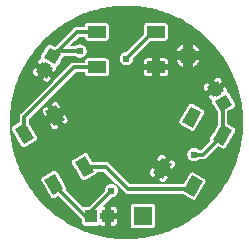
<source format=gtl>
G04 Layer: TopLayer*
G04 EasyEDA v5.9.41, Tue, 05 Feb 2019 18:09:35 GMT*
G04 103b8e95693e4c8e91cf80fae80cb03d*
G04 Gerber Generator version 0.2*
G04 Scale: 100 percent, Rotated: No, Reflected: No *
G04 Dimensions in millimeters *
G04 leading zeros omitted , absolute positions ,3 integer and 3 decimal *
%FSLAX33Y33*%
%MOMM*%
G90*
G71D02*

%ADD11C,0.299999*%
%ADD12C,0.619760*%
%ADD13R,1.499997X0.999998*%
%ADD14R,0.999998X1.099998*%
%ADD15C,1.574800*%
%ADD16R,1.574800X1.574800*%

%LPD*%
G36*
G01X8382Y291D02*
G01X8210Y322D01*
G01X8038Y355D01*
G01X7868Y392D01*
G01X7698Y432D01*
G01X7528Y475D01*
G01X7360Y520D01*
G01X7192Y569D01*
G01X7025Y621D01*
G01X6859Y675D01*
G01X6694Y733D01*
G01X6531Y793D01*
G01X6368Y857D01*
G01X6206Y923D01*
G01X6046Y992D01*
G01X5887Y1064D01*
G01X5729Y1139D01*
G01X5572Y1216D01*
G01X5417Y1296D01*
G01X8382Y1296D01*
G01X8382Y291D01*
G37*

%LPD*%
G36*
G01X5417Y1296D02*
G01X5417Y1296D01*
G01X5262Y1380D01*
G01X5108Y1466D01*
G01X4956Y1556D01*
G01X4806Y1648D01*
G01X4657Y1742D01*
G01X4510Y1839D01*
G01X4365Y1939D01*
G01X4221Y2042D01*
G01X4080Y2147D01*
G01X3940Y2254D01*
G01X3802Y2364D01*
G01X3666Y2477D01*
G01X3532Y2591D01*
G01X3401Y2709D01*
G01X3271Y2828D01*
G01X3143Y2950D01*
G01X3018Y3074D01*
G01X2895Y3200D01*
G01X2774Y3329D01*
G01X2656Y3459D01*
G01X2540Y3592D01*
G01X2540Y3620D01*
G01X4471Y3620D01*
G01X6276Y1816D01*
G01X6282Y1810D01*
G01X6287Y1805D01*
G01X6293Y1799D01*
G01X6293Y1551D01*
G01X6293Y1546D01*
G01X6294Y1542D01*
G01X6294Y1537D01*
G01X6294Y1533D01*
G01X6294Y1528D01*
G01X6295Y1524D01*
G01X6295Y1519D01*
G01X6296Y1515D01*
G01X6297Y1510D01*
G01X6297Y1506D01*
G01X6298Y1502D01*
G01X6299Y1497D01*
G01X6300Y1493D01*
G01X6301Y1488D01*
G01X6302Y1484D01*
G01X6303Y1480D01*
G01X6305Y1476D01*
G01X6306Y1471D01*
G01X6308Y1467D01*
G01X6309Y1463D01*
G01X6311Y1459D01*
G01X6312Y1454D01*
G01X6314Y1450D01*
G01X6316Y1446D01*
G01X6318Y1442D01*
G01X6320Y1438D01*
G01X6322Y1434D01*
G01X6324Y1430D01*
G01X6326Y1426D01*
G01X6328Y1422D01*
G01X6331Y1418D01*
G01X6333Y1415D01*
G01X6335Y1411D01*
G01X6338Y1407D01*
G01X6340Y1403D01*
G01X6343Y1400D01*
G01X6346Y1396D01*
G01X6348Y1393D01*
G01X6351Y1389D01*
G01X6354Y1386D01*
G01X6357Y1382D01*
G01X6360Y1379D01*
G01X6363Y1376D01*
G01X6366Y1372D01*
G01X6369Y1369D01*
G01X6373Y1366D01*
G01X6376Y1363D01*
G01X6379Y1360D01*
G01X6383Y1357D01*
G01X6386Y1354D01*
G01X6390Y1351D01*
G01X6393Y1349D01*
G01X6397Y1346D01*
G01X6400Y1343D01*
G01X6404Y1341D01*
G01X6408Y1338D01*
G01X6412Y1336D01*
G01X6415Y1333D01*
G01X6419Y1331D01*
G01X6423Y1329D01*
G01X6427Y1327D01*
G01X6431Y1325D01*
G01X6435Y1323D01*
G01X6439Y1321D01*
G01X6443Y1319D01*
G01X6447Y1317D01*
G01X6452Y1315D01*
G01X6456Y1314D01*
G01X6460Y1312D01*
G01X6464Y1310D01*
G01X6468Y1309D01*
G01X6473Y1308D01*
G01X6477Y1306D01*
G01X6481Y1305D01*
G01X6486Y1304D01*
G01X6490Y1303D01*
G01X6494Y1302D01*
G01X6499Y1301D01*
G01X6503Y1300D01*
G01X6508Y1299D01*
G01X6512Y1299D01*
G01X6517Y1298D01*
G01X6521Y1298D01*
G01X6525Y1297D01*
G01X6530Y1297D01*
G01X6534Y1297D01*
G01X6539Y1296D01*
G01X6543Y1296D01*
G01X6548Y1296D01*
G01X5417Y1296D01*
G37*

%LPD*%
G36*
G01X7546Y1296D02*
G01X7546Y1296D01*
G01X7551Y1296D01*
G01X7555Y1296D01*
G01X7559Y1297D01*
G01X7564Y1297D01*
G01X7568Y1297D01*
G01X7573Y1298D01*
G01X7577Y1298D01*
G01X7582Y1299D01*
G01X7586Y1299D01*
G01X7590Y1300D01*
G01X7595Y1301D01*
G01X7599Y1302D01*
G01X7603Y1303D01*
G01X7608Y1304D01*
G01X7612Y1305D01*
G01X7616Y1306D01*
G01X7621Y1307D01*
G01X7625Y1309D01*
G01X7629Y1310D01*
G01X7633Y1312D01*
G01X7637Y1313D01*
G01X7641Y1315D01*
G01X7646Y1317D01*
G01X7650Y1318D01*
G01X7654Y1320D01*
G01X7658Y1322D01*
G01X7662Y1324D01*
G01X7666Y1326D01*
G01X7670Y1328D01*
G01X7673Y1330D01*
G01X7677Y1333D01*
G01X7681Y1335D01*
G01X7685Y1337D01*
G01X7688Y1340D01*
G01X7692Y1342D01*
G01X7696Y1345D01*
G01X7699Y1348D01*
G01X7703Y1350D01*
G01X7706Y1353D01*
G01X7710Y1356D01*
G01X7713Y1359D01*
G01X7716Y1362D01*
G01X7720Y1365D01*
G01X7723Y1368D01*
G01X7726Y1371D01*
G01X7729Y1374D01*
G01X7732Y1377D01*
G01X7735Y1381D01*
G01X7738Y1384D01*
G01X7741Y1387D01*
G01X7744Y1391D01*
G01X7747Y1394D01*
G01X7750Y1391D01*
G01X7752Y1387D01*
G01X7755Y1384D01*
G01X7758Y1381D01*
G01X7761Y1377D01*
G01X7764Y1374D01*
G01X7767Y1371D01*
G01X7771Y1368D01*
G01X7774Y1365D01*
G01X7777Y1362D01*
G01X7780Y1359D01*
G01X7784Y1356D01*
G01X7787Y1353D01*
G01X7791Y1350D01*
G01X7794Y1348D01*
G01X7798Y1345D01*
G01X7801Y1342D01*
G01X7805Y1340D01*
G01X7809Y1337D01*
G01X7812Y1335D01*
G01X7816Y1333D01*
G01X7820Y1330D01*
G01X7824Y1328D01*
G01X7828Y1326D01*
G01X7832Y1324D01*
G01X7836Y1322D01*
G01X7840Y1320D01*
G01X7844Y1318D01*
G01X7848Y1317D01*
G01X7852Y1315D01*
G01X7856Y1313D01*
G01X7860Y1312D01*
G01X7864Y1310D01*
G01X7869Y1309D01*
G01X7873Y1307D01*
G01X7877Y1306D01*
G01X7881Y1305D01*
G01X7886Y1304D01*
G01X7890Y1303D01*
G01X7894Y1302D01*
G01X7899Y1301D01*
G01X7903Y1300D01*
G01X7908Y1299D01*
G01X7912Y1299D01*
G01X7916Y1298D01*
G01X7921Y1298D01*
G01X7925Y1297D01*
G01X7930Y1297D01*
G01X7934Y1297D01*
G01X7939Y1296D01*
G01X7943Y1296D01*
G01X7947Y1296D01*
G01X7546Y1296D01*
G37*

%LPD*%
G36*
G01X8197Y1296D02*
G01X8197Y1826D01*
G01X8382Y1826D01*
G01X8382Y1296D01*
G01X8197Y1296D01*
G37*

%LPD*%
G36*
G01X8382Y1296D02*
G01X8382Y1826D01*
G01X8696Y1826D01*
G01X8696Y1296D01*
G01X8382Y1296D01*
G37*

%LPD*%
G36*
G01X8382Y1060D02*
G01X8382Y1296D01*
G01X10388Y1296D01*
G01X10388Y1296D01*
G01X10389Y1292D01*
G01X10389Y1287D01*
G01X10390Y1283D01*
G01X10390Y1278D01*
G01X10391Y1274D01*
G01X10392Y1270D01*
G01X10393Y1265D01*
G01X10394Y1261D01*
G01X10395Y1256D01*
G01X10396Y1252D01*
G01X10397Y1248D01*
G01X10398Y1243D01*
G01X10399Y1239D01*
G01X10401Y1235D01*
G01X10402Y1231D01*
G01X10404Y1226D01*
G01X10405Y1222D01*
G01X10407Y1218D01*
G01X10409Y1214D01*
G01X10410Y1210D01*
G01X10412Y1206D01*
G01X10414Y1202D01*
G01X10416Y1198D01*
G01X10418Y1194D01*
G01X10421Y1190D01*
G01X10423Y1186D01*
G01X10425Y1182D01*
G01X10427Y1178D01*
G01X10430Y1174D01*
G01X10432Y1171D01*
G01X10435Y1167D01*
G01X10438Y1163D01*
G01X10440Y1160D01*
G01X10443Y1156D01*
G01X10446Y1153D01*
G01X10449Y1149D01*
G01X10452Y1146D01*
G01X10455Y1143D01*
G01X10458Y1139D01*
G01X10461Y1136D01*
G01X10464Y1133D01*
G01X10467Y1130D01*
G01X10471Y1127D01*
G01X10474Y1124D01*
G01X10477Y1121D01*
G01X10481Y1118D01*
G01X10484Y1115D01*
G01X10488Y1112D01*
G01X10491Y1110D01*
G01X10495Y1107D01*
G01X10499Y1104D01*
G01X10502Y1102D01*
G01X10506Y1099D01*
G01X10510Y1097D01*
G01X10514Y1095D01*
G01X10518Y1093D01*
G01X10522Y1090D01*
G01X10526Y1088D01*
G01X10530Y1086D01*
G01X10534Y1084D01*
G01X10538Y1082D01*
G01X10542Y1081D01*
G01X10546Y1079D01*
G01X10550Y1077D01*
G01X10554Y1076D01*
G01X10559Y1074D01*
G01X10563Y1073D01*
G01X10567Y1071D01*
G01X10571Y1070D01*
G01X10576Y1069D01*
G01X10580Y1068D01*
G01X10585Y1067D01*
G01X10589Y1066D01*
G01X10593Y1065D01*
G01X10598Y1064D01*
G01X10602Y1063D01*
G01X10607Y1063D01*
G01X10611Y1062D01*
G01X10615Y1061D01*
G01X10620Y1061D01*
G01X10624Y1061D01*
G01X10629Y1060D01*
G01X10633Y1060D01*
G01X10638Y1060D01*
G01X10642Y1060D01*
G01X10642Y1060D01*
G01X8382Y1060D01*
G37*

%LPD*%
G36*
G01X10033Y152D02*
G01X10033Y152D01*
G01X9848Y154D01*
G01X9664Y159D01*
G01X9480Y167D01*
G01X9296Y179D01*
G01X9113Y195D01*
G01X8929Y214D01*
G01X8746Y236D01*
G01X8564Y262D01*
G01X8382Y291D01*
G01X8382Y1060D01*
G01X14171Y1060D01*
G01X14008Y987D01*
G01X13845Y917D01*
G01X13680Y850D01*
G01X13514Y786D01*
G01X13347Y724D01*
G01X13179Y666D01*
G01X13010Y611D01*
G01X12840Y559D01*
G01X12669Y510D01*
G01X12497Y464D01*
G01X12324Y421D01*
G01X12151Y382D01*
G01X11977Y345D01*
G01X11802Y312D01*
G01X11627Y281D01*
G01X11451Y254D01*
G01X11275Y230D01*
G01X11098Y209D01*
G01X10921Y192D01*
G01X10744Y178D01*
G01X10566Y166D01*
G01X10388Y158D01*
G01X10211Y154D01*
G01X10033Y152D01*
G37*

%LPD*%
G36*
G01X2540Y3592D02*
G01X2426Y3726D01*
G01X2316Y3862D01*
G01X2207Y4000D01*
G01X2101Y4140D01*
G01X1998Y4282D01*
G01X1897Y4426D01*
G01X1798Y4572D01*
G01X1702Y4719D01*
G01X1609Y4868D01*
G01X1519Y5018D01*
G01X1431Y5171D01*
G01X1346Y5324D01*
G01X1264Y5479D01*
G01X1184Y5636D01*
G01X1107Y5794D01*
G01X1033Y5953D01*
G01X962Y6114D01*
G01X894Y6276D01*
G01X829Y6439D01*
G01X766Y6603D01*
G01X707Y6768D01*
G01X650Y6935D01*
G01X597Y7102D01*
G01X546Y7270D01*
G01X498Y7439D01*
G01X454Y7609D01*
G01X412Y7780D01*
G01X374Y7951D01*
G01X2540Y7951D01*
G01X2540Y3592D01*
G37*

%LPD*%
G36*
G01X2540Y3620D02*
G01X2540Y5930D01*
G01X3947Y5930D01*
G01X3947Y5930D01*
G01X3942Y5930D01*
G01X3938Y5930D01*
G01X3934Y5930D01*
G01X3929Y5930D01*
G01X3925Y5929D01*
G01X3920Y5929D01*
G01X3916Y5928D01*
G01X3911Y5928D01*
G01X3907Y5927D01*
G01X3903Y5926D01*
G01X3898Y5926D01*
G01X3894Y5925D01*
G01X3890Y5924D01*
G01X3885Y5923D01*
G01X3881Y5922D01*
G01X3877Y5920D01*
G01X3872Y5919D01*
G01X3868Y5918D01*
G01X3864Y5916D01*
G01X3860Y5915D01*
G01X3856Y5913D01*
G01X3852Y5912D01*
G01X3847Y5910D01*
G01X3843Y5908D01*
G01X3839Y5906D01*
G01X3835Y5904D01*
G01X3831Y5902D01*
G01X3827Y5900D01*
G01X3823Y5898D01*
G01X3820Y5896D01*
G01X2953Y5396D01*
G01X2950Y5393D01*
G01X2946Y5391D01*
G01X2942Y5389D01*
G01X2938Y5386D01*
G01X2935Y5384D01*
G01X2931Y5381D01*
G01X2927Y5378D01*
G01X2924Y5376D01*
G01X2920Y5373D01*
G01X2917Y5370D01*
G01X2913Y5367D01*
G01X2910Y5364D01*
G01X2907Y5361D01*
G01X2903Y5358D01*
G01X2900Y5355D01*
G01X2897Y5352D01*
G01X2894Y5348D01*
G01X2891Y5345D01*
G01X2888Y5342D01*
G01X2885Y5338D01*
G01X2882Y5335D01*
G01X2880Y5331D01*
G01X2877Y5328D01*
G01X2874Y5324D01*
G01X2872Y5320D01*
G01X2869Y5317D01*
G01X2867Y5313D01*
G01X2864Y5309D01*
G01X2862Y5305D01*
G01X2860Y5301D01*
G01X2857Y5297D01*
G01X2855Y5293D01*
G01X2853Y5289D01*
G01X2851Y5285D01*
G01X2849Y5281D01*
G01X2848Y5277D01*
G01X2846Y5273D01*
G01X2844Y5269D01*
G01X2842Y5265D01*
G01X2841Y5261D01*
G01X2839Y5256D01*
G01X2838Y5252D01*
G01X2837Y5248D01*
G01X2836Y5243D01*
G01X2834Y5239D01*
G01X2833Y5235D01*
G01X2832Y5230D01*
G01X2831Y5226D01*
G01X2830Y5222D01*
G01X2830Y5217D01*
G01X2829Y5213D01*
G01X2828Y5208D01*
G01X2828Y5204D01*
G01X2827Y5199D01*
G01X2827Y5195D01*
G01X2827Y5190D01*
G01X2826Y5186D01*
G01X2826Y5181D01*
G01X2826Y5177D01*
G01X2826Y5172D01*
G01X2826Y5168D01*
G01X2827Y5163D01*
G01X2827Y5159D01*
G01X2827Y5155D01*
G01X2828Y5150D01*
G01X2828Y5146D01*
G01X2829Y5141D01*
G01X2829Y5137D01*
G01X2830Y5132D01*
G01X2831Y5128D01*
G01X2832Y5123D01*
G01X2833Y5119D01*
G01X2834Y5115D01*
G01X2835Y5110D01*
G01X2836Y5106D01*
G01X2837Y5102D01*
G01X2838Y5097D01*
G01X2840Y5093D01*
G01X2841Y5089D01*
G01X2843Y5085D01*
G01X2845Y5081D01*
G01X2846Y5076D01*
G01X2848Y5072D01*
G01X2850Y5068D01*
G01X2852Y5064D01*
G01X2854Y5060D01*
G01X2856Y5056D01*
G01X2858Y5052D01*
G01X2860Y5048D01*
G01X3610Y3748D01*
G01X3612Y3744D01*
G01X3614Y3740D01*
G01X3617Y3736D01*
G01X3619Y3733D01*
G01X3621Y3729D01*
G01X3624Y3725D01*
G01X3627Y3722D01*
G01X3629Y3718D01*
G01X3632Y3715D01*
G01X3635Y3711D01*
G01X3638Y3708D01*
G01X3641Y3705D01*
G01X3644Y3701D01*
G01X3647Y3698D01*
G01X3650Y3695D01*
G01X3653Y3692D01*
G01X3656Y3689D01*
G01X3660Y3686D01*
G01X3663Y3683D01*
G01X3666Y3680D01*
G01X3670Y3677D01*
G01X3673Y3674D01*
G01X3677Y3672D01*
G01X3680Y3669D01*
G01X3684Y3666D01*
G01X3688Y3664D01*
G01X3691Y3661D01*
G01X3695Y3659D01*
G01X3699Y3657D01*
G01X3703Y3654D01*
G01X3707Y3652D01*
G01X3710Y3650D01*
G01X3714Y3648D01*
G01X3718Y3646D01*
G01X3722Y3644D01*
G01X3726Y3642D01*
G01X3731Y3641D01*
G01X3735Y3639D01*
G01X3739Y3637D01*
G01X3743Y3636D01*
G01X3747Y3634D01*
G01X3751Y3633D01*
G01X3756Y3631D01*
G01X3760Y3630D01*
G01X3764Y3629D01*
G01X3768Y3628D01*
G01X3773Y3627D01*
G01X3777Y3626D01*
G01X3781Y3625D01*
G01X3786Y3624D01*
G01X3790Y3623D01*
G01X3795Y3623D01*
G01X3799Y3622D01*
G01X3803Y3622D01*
G01X3808Y3621D01*
G01X3812Y3621D01*
G01X3817Y3621D01*
G01X3821Y3620D01*
G01X3826Y3620D01*
G01X3830Y3620D01*
G01X2540Y3620D01*
G37*

%LPD*%
G36*
G01X3830Y3620D02*
G01X3830Y3620D01*
G01X3835Y3620D01*
G01X3839Y3620D01*
G01X3843Y3621D01*
G01X3848Y3621D01*
G01X3852Y3621D01*
G01X3857Y3622D01*
G01X3861Y3622D01*
G01X3866Y3623D01*
G01X3870Y3623D01*
G01X3874Y3624D01*
G01X3879Y3625D01*
G01X3883Y3626D01*
G01X3887Y3627D01*
G01X3892Y3628D01*
G01X3896Y3629D01*
G01X3900Y3630D01*
G01X3905Y3631D01*
G01X3909Y3633D01*
G01X3913Y3634D01*
G01X3917Y3636D01*
G01X3921Y3637D01*
G01X3925Y3639D01*
G01X3930Y3641D01*
G01X3934Y3642D01*
G01X3938Y3644D01*
G01X3942Y3646D01*
G01X3946Y3648D01*
G01X3950Y3650D01*
G01X3954Y3652D01*
G01X3957Y3654D01*
G01X4262Y3830D01*
G01X4471Y3620D01*
G01X3830Y3620D01*
G37*

%LPD*%
G36*
G01X7801Y1826D02*
G01X7801Y2378D01*
G01X8382Y2378D01*
G01X8382Y1826D01*
G01X7801Y1826D01*
G37*

%LPD*%
G36*
G01X8382Y1826D02*
G01X8382Y2378D01*
G01X10388Y2378D01*
G01X10388Y1826D01*
G01X8382Y1826D01*
G37*

%LPD*%
G36*
G01X8946Y1296D02*
G01X8950Y1296D01*
G01X8955Y1296D01*
G01X8959Y1297D01*
G01X8964Y1297D01*
G01X8968Y1297D01*
G01X8973Y1298D01*
G01X8977Y1298D01*
G01X8981Y1299D01*
G01X8986Y1299D01*
G01X8990Y1300D01*
G01X8995Y1301D01*
G01X8999Y1302D01*
G01X9004Y1303D01*
G01X9008Y1304D01*
G01X9012Y1305D01*
G01X9017Y1306D01*
G01X9021Y1308D01*
G01X9025Y1309D01*
G01X9029Y1310D01*
G01X9034Y1312D01*
G01X9038Y1314D01*
G01X9042Y1315D01*
G01X9046Y1317D01*
G01X9050Y1319D01*
G01X9054Y1321D01*
G01X9058Y1323D01*
G01X9062Y1325D01*
G01X9066Y1327D01*
G01X9070Y1329D01*
G01X9074Y1331D01*
G01X9078Y1333D01*
G01X9082Y1336D01*
G01X9086Y1338D01*
G01X9089Y1341D01*
G01X9093Y1343D01*
G01X9097Y1346D01*
G01X9100Y1349D01*
G01X9104Y1351D01*
G01X9107Y1354D01*
G01X9111Y1357D01*
G01X9114Y1360D01*
G01X9117Y1363D01*
G01X9121Y1366D01*
G01X9124Y1369D01*
G01X9127Y1372D01*
G01X9130Y1376D01*
G01X9133Y1379D01*
G01X9136Y1382D01*
G01X9139Y1386D01*
G01X9142Y1389D01*
G01X9145Y1393D01*
G01X9148Y1396D01*
G01X9150Y1400D01*
G01X9153Y1403D01*
G01X9156Y1407D01*
G01X9158Y1411D01*
G01X9161Y1415D01*
G01X9163Y1418D01*
G01X9165Y1422D01*
G01X9168Y1426D01*
G01X9170Y1430D01*
G01X9172Y1434D01*
G01X9174Y1438D01*
G01X9176Y1442D01*
G01X9178Y1446D01*
G01X9179Y1450D01*
G01X9181Y1454D01*
G01X9183Y1459D01*
G01X9184Y1463D01*
G01X9186Y1467D01*
G01X9187Y1471D01*
G01X9189Y1476D01*
G01X9190Y1480D01*
G01X9191Y1484D01*
G01X9192Y1488D01*
G01X9193Y1493D01*
G01X9194Y1497D01*
G01X9195Y1502D01*
G01X9196Y1506D01*
G01X9197Y1510D01*
G01X9198Y1515D01*
G01X9198Y1519D01*
G01X9199Y1524D01*
G01X9199Y1528D01*
G01X9199Y1533D01*
G01X9200Y1537D01*
G01X9200Y1542D01*
G01X9200Y1546D01*
G01X9200Y1551D01*
G01X9200Y1826D01*
G01X10388Y1826D01*
G01X10388Y1315D01*
G01X10388Y1315D01*
G01X10388Y1310D01*
G01X10388Y1305D01*
G01X10388Y1301D01*
G01X10388Y1296D01*
G01X8946Y1296D01*
G37*

%LPD*%
G36*
G01X12217Y1060D02*
G01X12217Y1060D01*
G01X12222Y1060D01*
G01X12226Y1060D01*
G01X12231Y1060D01*
G01X12235Y1061D01*
G01X12240Y1061D01*
G01X12244Y1061D01*
G01X12249Y1062D01*
G01X12253Y1063D01*
G01X12257Y1063D01*
G01X12262Y1064D01*
G01X12266Y1065D01*
G01X12271Y1066D01*
G01X12275Y1067D01*
G01X12279Y1068D01*
G01X12284Y1069D01*
G01X12288Y1070D01*
G01X12292Y1071D01*
G01X12297Y1073D01*
G01X12301Y1074D01*
G01X12305Y1076D01*
G01X12309Y1077D01*
G01X12314Y1079D01*
G01X12318Y1081D01*
G01X12322Y1083D01*
G01X12326Y1084D01*
G01X12330Y1086D01*
G01X12334Y1088D01*
G01X12338Y1090D01*
G01X12342Y1093D01*
G01X12346Y1095D01*
G01X12350Y1097D01*
G01X12353Y1100D01*
G01X12357Y1102D01*
G01X12361Y1104D01*
G01X12365Y1107D01*
G01X12368Y1110D01*
G01X12372Y1112D01*
G01X12375Y1115D01*
G01X12379Y1118D01*
G01X12382Y1121D01*
G01X12386Y1124D01*
G01X12389Y1127D01*
G01X12392Y1130D01*
G01X12396Y1133D01*
G01X12399Y1136D01*
G01X12402Y1139D01*
G01X12405Y1143D01*
G01X12408Y1146D01*
G01X12411Y1149D01*
G01X12414Y1153D01*
G01X12417Y1156D01*
G01X12419Y1160D01*
G01X12422Y1163D01*
G01X12425Y1167D01*
G01X12427Y1171D01*
G01X12430Y1175D01*
G01X12432Y1178D01*
G01X12435Y1182D01*
G01X12437Y1186D01*
G01X12439Y1190D01*
G01X12441Y1194D01*
G01X12443Y1198D01*
G01X12445Y1202D01*
G01X12447Y1206D01*
G01X12449Y1210D01*
G01X12451Y1214D01*
G01X12453Y1218D01*
G01X12454Y1222D01*
G01X12456Y1227D01*
G01X12457Y1231D01*
G01X12459Y1235D01*
G01X12460Y1239D01*
G01X12462Y1244D01*
G01X12463Y1248D01*
G01X12464Y1252D01*
G01X12465Y1257D01*
G01X12466Y1261D01*
G01X12467Y1265D01*
G01X12468Y1270D01*
G01X12468Y1274D01*
G01X12469Y1279D01*
G01X12470Y1283D01*
G01X12470Y1288D01*
G01X12471Y1292D01*
G01X12471Y1297D01*
G01X12471Y1301D01*
G01X12471Y1306D01*
G01X12472Y1310D01*
G01X12472Y1315D01*
G01X12472Y1315D01*
G01X12472Y2229D01*
G01X16093Y2229D01*
G01X16093Y2229D01*
G01X15955Y2124D01*
G01X15816Y2021D01*
G01X15674Y1921D01*
G01X15531Y1823D01*
G01X15386Y1728D01*
G01X15239Y1635D01*
G01X15091Y1545D01*
G01X14941Y1457D01*
G01X14790Y1372D01*
G01X14637Y1290D01*
G01X14483Y1211D01*
G01X14327Y1134D01*
G01X14171Y1060D01*
G01X12217Y1060D01*
G37*

%LPD*%
G36*
G01X374Y7951D02*
G01X336Y8133D01*
G01X302Y8315D01*
G01X272Y8498D01*
G01X245Y8682D01*
G01X221Y8866D01*
G01X201Y9050D01*
G01X184Y9235D01*
G01X171Y9420D01*
G01X161Y9606D01*
G01X155Y9791D01*
G01X152Y9977D01*
G01X152Y9977D01*
G01X152Y10154D01*
G01X156Y10330D01*
G01X163Y10507D01*
G01X172Y10684D01*
G01X185Y10860D01*
G01X202Y11036D01*
G01X221Y11211D01*
G01X243Y11387D01*
G01X269Y11562D01*
G01X297Y11736D01*
G01X329Y11910D01*
G01X364Y12083D01*
G01X402Y12256D01*
G01X443Y12428D01*
G01X487Y12599D01*
G01X535Y12769D01*
G01X585Y12939D01*
G01X638Y13107D01*
G01X694Y13275D01*
G01X753Y13441D01*
G01X816Y13607D01*
G01X881Y13771D01*
G01X949Y13934D01*
G01X2540Y13934D01*
G01X2540Y12199D01*
G01X1102Y10761D01*
G01X1097Y10756D01*
G01X1092Y10751D01*
G01X1087Y10745D01*
G01X1082Y10740D01*
G01X1077Y10734D01*
G01X1073Y10729D01*
G01X1068Y10723D01*
G01X1064Y10717D01*
G01X1060Y10712D01*
G01X1056Y10706D01*
G01X1052Y10700D01*
G01X1048Y10694D01*
G01X1044Y10688D01*
G01X1040Y10681D01*
G01X1036Y10675D01*
G01X1033Y10669D01*
G01X1029Y10662D01*
G01X1026Y10656D01*
G01X1023Y10650D01*
G01X1020Y10643D01*
G01X1017Y10636D01*
G01X1014Y10630D01*
G01X1011Y10623D01*
G01X1009Y10616D01*
G01X1006Y10610D01*
G01X1004Y10603D01*
G01X1002Y10596D01*
G01X1000Y10589D01*
G01X998Y10582D01*
G01X996Y10575D01*
G01X994Y10568D01*
G01X993Y10561D01*
G01X991Y10554D01*
G01X990Y10547D01*
G01X989Y10540D01*
G01X987Y10533D01*
G01X987Y10525D01*
G01X986Y10518D01*
G01X985Y10511D01*
G01X984Y10504D01*
G01X984Y10497D01*
G01X984Y10489D01*
G01X983Y10482D01*
G01X983Y10475D01*
G01X983Y10031D01*
G01X452Y9724D01*
G01X452Y9724D01*
G01X448Y9722D01*
G01X444Y9719D01*
G01X440Y9717D01*
G01X436Y9714D01*
G01X433Y9712D01*
G01X429Y9709D01*
G01X426Y9707D01*
G01X422Y9704D01*
G01X419Y9701D01*
G01X415Y9698D01*
G01X412Y9695D01*
G01X408Y9693D01*
G01X405Y9690D01*
G01X402Y9686D01*
G01X399Y9683D01*
G01X396Y9680D01*
G01X393Y9677D01*
G01X390Y9674D01*
G01X387Y9670D01*
G01X384Y9667D01*
G01X381Y9664D01*
G01X378Y9660D01*
G01X376Y9657D01*
G01X373Y9653D01*
G01X370Y9649D01*
G01X368Y9646D01*
G01X365Y9642D01*
G01X363Y9638D01*
G01X361Y9634D01*
G01X358Y9631D01*
G01X356Y9627D01*
G01X354Y9623D01*
G01X352Y9619D01*
G01X350Y9615D01*
G01X348Y9611D01*
G01X346Y9607D01*
G01X345Y9603D01*
G01X343Y9599D01*
G01X341Y9595D01*
G01X340Y9590D01*
G01X338Y9586D01*
G01X337Y9582D01*
G01X335Y9578D01*
G01X334Y9573D01*
G01X333Y9569D01*
G01X332Y9565D01*
G01X331Y9561D01*
G01X330Y9556D01*
G01X329Y9552D01*
G01X328Y9547D01*
G01X327Y9543D01*
G01X327Y9539D01*
G01X326Y9534D01*
G01X326Y9530D01*
G01X325Y9525D01*
G01X325Y9521D01*
G01X325Y9517D01*
G01X325Y9512D01*
G01X324Y9508D01*
G01X324Y9503D01*
G01X324Y9499D01*
G01X325Y9494D01*
G01X325Y9490D01*
G01X325Y9485D01*
G01X325Y9481D01*
G01X326Y9477D01*
G01X326Y9472D01*
G01X327Y9468D01*
G01X328Y9463D01*
G01X328Y9459D01*
G01X329Y9455D01*
G01X330Y9450D01*
G01X331Y9446D01*
G01X332Y9442D01*
G01X333Y9437D01*
G01X334Y9433D01*
G01X336Y9429D01*
G01X337Y9425D01*
G01X338Y9420D01*
G01X340Y9416D01*
G01X341Y9412D01*
G01X343Y9408D01*
G01X345Y9404D01*
G01X347Y9400D01*
G01X348Y9396D01*
G01X350Y9392D01*
G01X352Y9388D01*
G01X354Y9384D01*
G01X356Y9380D01*
G01X359Y9376D01*
G01X1110Y8078D01*
G01X1110Y8078D01*
G01X1113Y8074D01*
G01X1115Y8070D01*
G01X1118Y8066D01*
G01X1120Y8063D01*
G01X1123Y8059D01*
G01X1125Y8055D01*
G01X1128Y8052D01*
G01X1131Y8048D01*
G01X1134Y8045D01*
G01X1136Y8041D01*
G01X1139Y8038D01*
G01X1142Y8034D01*
G01X1145Y8031D01*
G01X1149Y8028D01*
G01X1152Y8025D01*
G01X1155Y8021D01*
G01X1158Y8018D01*
G01X1162Y8015D01*
G01X1165Y8012D01*
G01X1168Y8009D01*
G01X1172Y8007D01*
G01X1176Y8004D01*
G01X1179Y8001D01*
G01X1183Y7998D01*
G01X1186Y7996D01*
G01X1190Y7993D01*
G01X1194Y7991D01*
G01X1198Y7989D01*
G01X1202Y7986D01*
G01X1206Y7984D01*
G01X1210Y7982D01*
G01X1214Y7980D01*
G01X1218Y7978D01*
G01X1222Y7976D01*
G01X1226Y7974D01*
G01X1230Y7972D01*
G01X1234Y7970D01*
G01X1238Y7968D01*
G01X1242Y7967D01*
G01X1247Y7965D01*
G01X1251Y7964D01*
G01X1255Y7963D01*
G01X1259Y7961D01*
G01X1264Y7960D01*
G01X1268Y7959D01*
G01X1273Y7958D01*
G01X1277Y7957D01*
G01X1281Y7956D01*
G01X1286Y7955D01*
G01X1290Y7954D01*
G01X1295Y7954D01*
G01X1299Y7953D01*
G01X1304Y7952D01*
G01X1308Y7952D01*
G01X1313Y7952D01*
G01X1317Y7951D01*
G01X1322Y7951D01*
G01X1326Y7951D01*
G01X1331Y7951D01*
G01X374Y7951D01*
G37*

%LPD*%
G36*
G01X1331Y7951D02*
G01X1331Y7951D01*
G01X1335Y7951D01*
G01X1340Y7951D01*
G01X1344Y7951D01*
G01X1348Y7952D01*
G01X1353Y7952D01*
G01X1357Y7952D01*
G01X1362Y7953D01*
G01X1366Y7954D01*
G01X1371Y7954D01*
G01X1375Y7955D01*
G01X1379Y7956D01*
G01X1384Y7957D01*
G01X1388Y7958D01*
G01X1392Y7959D01*
G01X1397Y7960D01*
G01X1401Y7961D01*
G01X1405Y7962D01*
G01X1409Y7964D01*
G01X1414Y7965D01*
G01X1418Y7966D01*
G01X1422Y7968D01*
G01X1426Y7970D01*
G01X1430Y7971D01*
G01X1434Y7973D01*
G01X1438Y7975D01*
G01X1442Y7977D01*
G01X1446Y7979D01*
G01X1450Y7981D01*
G01X1454Y7983D01*
G01X1458Y7985D01*
G01X2324Y8486D01*
G01X2328Y8488D01*
G01X2332Y8490D01*
G01X2336Y8493D01*
G01X2339Y8495D01*
G01X2343Y8497D01*
G01X2347Y8500D01*
G01X2350Y8503D01*
G01X2354Y8505D01*
G01X2357Y8508D01*
G01X2361Y8511D01*
G01X2364Y8514D01*
G01X2367Y8517D01*
G01X2371Y8520D01*
G01X2374Y8523D01*
G01X2377Y8526D01*
G01X2380Y8529D01*
G01X2383Y8532D01*
G01X2386Y8536D01*
G01X2389Y8539D01*
G01X2392Y8542D01*
G01X2395Y8546D01*
G01X2397Y8549D01*
G01X2400Y8553D01*
G01X2403Y8556D01*
G01X2405Y8560D01*
G01X2408Y8564D01*
G01X2410Y8567D01*
G01X2413Y8571D01*
G01X2415Y8575D01*
G01X2417Y8579D01*
G01X2420Y8583D01*
G01X2422Y8587D01*
G01X2424Y8591D01*
G01X2426Y8595D01*
G01X2428Y8599D01*
G01X2429Y8603D01*
G01X2431Y8607D01*
G01X2433Y8611D01*
G01X2435Y8615D01*
G01X2436Y8619D01*
G01X2438Y8623D01*
G01X2439Y8627D01*
G01X2440Y8632D01*
G01X2442Y8636D01*
G01X2443Y8640D01*
G01X2444Y8645D01*
G01X2445Y8649D01*
G01X2446Y8653D01*
G01X2447Y8658D01*
G01X2448Y8662D01*
G01X2448Y8666D01*
G01X2449Y8671D01*
G01X2449Y8675D01*
G01X2450Y8680D01*
G01X2450Y8684D01*
G01X2451Y8688D01*
G01X2451Y8693D01*
G01X2451Y8697D01*
G01X2451Y8702D01*
G01X2451Y8706D01*
G01X2451Y8711D01*
G01X2451Y8715D01*
G01X2451Y8720D01*
G01X2451Y8724D01*
G01X2450Y8728D01*
G01X2450Y8733D01*
G01X2449Y8737D01*
G01X2449Y8742D01*
G01X2448Y8746D01*
G01X2447Y8750D01*
G01X2447Y8755D01*
G01X2446Y8759D01*
G01X2445Y8763D01*
G01X2444Y8768D01*
G01X2443Y8772D01*
G01X2441Y8776D01*
G01X2440Y8781D01*
G01X2439Y8785D01*
G01X2437Y8789D01*
G01X2436Y8793D01*
G01X2434Y8797D01*
G01X2433Y8802D01*
G01X2431Y8806D01*
G01X2429Y8810D01*
G01X2427Y8814D01*
G01X2425Y8818D01*
G01X2423Y8822D01*
G01X2421Y8826D01*
G01X2419Y8830D01*
G01X2417Y8833D01*
G01X1792Y9912D01*
G01X1792Y10307D01*
G01X2540Y11055D01*
G01X2540Y7951D01*
G01X1331Y7951D01*
G37*

%LPD*%
G36*
G01X2540Y5930D02*
G01X2540Y7429D01*
G01X6543Y7429D01*
G01X6543Y7429D01*
G01X6538Y7429D01*
G01X6534Y7429D01*
G01X6529Y7428D01*
G01X6525Y7428D01*
G01X6521Y7428D01*
G01X6516Y7427D01*
G01X6512Y7427D01*
G01X6507Y7426D01*
G01X6503Y7426D01*
G01X6499Y7425D01*
G01X6494Y7424D01*
G01X6490Y7423D01*
G01X6486Y7422D01*
G01X6481Y7421D01*
G01X6477Y7420D01*
G01X6473Y7419D01*
G01X6468Y7418D01*
G01X6464Y7416D01*
G01X6460Y7415D01*
G01X6456Y7413D01*
G01X6452Y7412D01*
G01X6447Y7410D01*
G01X6443Y7409D01*
G01X6439Y7407D01*
G01X6435Y7405D01*
G01X6431Y7403D01*
G01X6427Y7401D01*
G01X6423Y7399D01*
G01X6419Y7397D01*
G01X6415Y7395D01*
G01X5549Y6894D01*
G01X5546Y6892D01*
G01X5542Y6890D01*
G01X5538Y6887D01*
G01X5534Y6885D01*
G01X5531Y6882D01*
G01X5527Y6880D01*
G01X5523Y6877D01*
G01X5520Y6874D01*
G01X5516Y6872D01*
G01X5513Y6869D01*
G01X5510Y6866D01*
G01X5506Y6863D01*
G01X5503Y6860D01*
G01X5500Y6857D01*
G01X5497Y6854D01*
G01X5493Y6851D01*
G01X5490Y6847D01*
G01X5487Y6844D01*
G01X5484Y6841D01*
G01X5482Y6837D01*
G01X5479Y6834D01*
G01X5476Y6831D01*
G01X5473Y6827D01*
G01X5471Y6823D01*
G01X5468Y6820D01*
G01X5466Y6816D01*
G01X5463Y6812D01*
G01X5461Y6809D01*
G01X5458Y6805D01*
G01X5456Y6801D01*
G01X5454Y6797D01*
G01X5452Y6793D01*
G01X5450Y6789D01*
G01X5448Y6785D01*
G01X5446Y6781D01*
G01X5444Y6777D01*
G01X5442Y6773D01*
G01X5441Y6769D01*
G01X5439Y6765D01*
G01X5437Y6761D01*
G01X5436Y6757D01*
G01X5435Y6752D01*
G01X5433Y6748D01*
G01X5432Y6744D01*
G01X5431Y6740D01*
G01X5430Y6735D01*
G01X5429Y6731D01*
G01X5428Y6727D01*
G01X5427Y6722D01*
G01X5426Y6718D01*
G01X5425Y6714D01*
G01X5425Y6709D01*
G01X5424Y6705D01*
G01X5424Y6700D01*
G01X5423Y6696D01*
G01X5423Y6691D01*
G01X5422Y6687D01*
G01X5422Y6683D01*
G01X5422Y6678D01*
G01X5422Y6674D01*
G01X5422Y6669D01*
G01X5422Y6665D01*
G01X5423Y6660D01*
G01X5423Y6656D01*
G01X5423Y6651D01*
G01X5424Y6647D01*
G01X5424Y6643D01*
G01X5425Y6638D01*
G01X5425Y6634D01*
G01X5426Y6629D01*
G01X5427Y6625D01*
G01X5428Y6621D01*
G01X5429Y6616D01*
G01X5430Y6612D01*
G01X5431Y6608D01*
G01X5432Y6603D01*
G01X5433Y6599D01*
G01X5435Y6595D01*
G01X5436Y6591D01*
G01X5438Y6587D01*
G01X5439Y6582D01*
G01X5441Y6578D01*
G01X5443Y6574D01*
G01X5444Y6570D01*
G01X5446Y6566D01*
G01X5448Y6562D01*
G01X5450Y6558D01*
G01X5452Y6554D01*
G01X5454Y6550D01*
G01X5456Y6546D01*
G01X5813Y5930D01*
G01X2540Y5930D01*
G37*

%LPD*%
G36*
G01X2540Y7429D02*
G01X2540Y8071D01*
G01X8382Y8071D01*
G01X8382Y7429D01*
G01X2540Y7429D01*
G37*

%LPD*%
G36*
G01X4560Y5121D02*
G01X4167Y5803D01*
G01X4167Y5803D01*
G01X4165Y5807D01*
G01X4163Y5810D01*
G01X4160Y5814D01*
G01X4158Y5818D01*
G01X4156Y5822D01*
G01X4153Y5825D01*
G01X4150Y5829D01*
G01X4148Y5832D01*
G01X4145Y5836D01*
G01X4142Y5839D01*
G01X4139Y5843D01*
G01X4136Y5846D01*
G01X4133Y5849D01*
G01X4130Y5852D01*
G01X4127Y5856D01*
G01X4124Y5859D01*
G01X4121Y5862D01*
G01X4117Y5865D01*
G01X4114Y5868D01*
G01X4111Y5871D01*
G01X4107Y5873D01*
G01X4104Y5876D01*
G01X4100Y5879D01*
G01X4097Y5882D01*
G01X4093Y5884D01*
G01X4089Y5887D01*
G01X4086Y5889D01*
G01X4082Y5891D01*
G01X4078Y5894D01*
G01X4074Y5896D01*
G01X4070Y5898D01*
G01X4066Y5900D01*
G01X4063Y5902D01*
G01X4059Y5904D01*
G01X4055Y5906D01*
G01X4051Y5908D01*
G01X4046Y5910D01*
G01X4042Y5912D01*
G01X4038Y5913D01*
G01X4034Y5915D01*
G01X4030Y5916D01*
G01X4026Y5918D01*
G01X4021Y5919D01*
G01X4017Y5920D01*
G01X4013Y5922D01*
G01X4009Y5923D01*
G01X4004Y5924D01*
G01X4000Y5925D01*
G01X3996Y5926D01*
G01X3991Y5926D01*
G01X3987Y5927D01*
G01X3982Y5928D01*
G01X3978Y5928D01*
G01X3974Y5929D01*
G01X3969Y5929D01*
G01X3965Y5930D01*
G01X3960Y5930D01*
G01X3956Y5930D01*
G01X3951Y5930D01*
G01X3947Y5930D01*
G01X5813Y5930D01*
G01X6208Y5248D01*
G01X6211Y5245D01*
G01X6213Y5241D01*
G01X6215Y5237D01*
G01X6218Y5233D01*
G01X6220Y5229D01*
G01X6223Y5226D01*
G01X6226Y5222D01*
G01X6228Y5219D01*
G01X6231Y5215D01*
G01X6234Y5212D01*
G01X6237Y5208D01*
G01X6240Y5205D01*
G01X6243Y5201D01*
G01X6246Y5198D01*
G01X6250Y5195D01*
G01X6253Y5192D01*
G01X6256Y5189D01*
G01X6259Y5186D01*
G01X6263Y5183D01*
G01X6266Y5180D01*
G01X6270Y5177D01*
G01X6273Y5174D01*
G01X6277Y5172D01*
G01X6281Y5169D01*
G01X6284Y5166D01*
G01X6288Y5164D01*
G01X6292Y5161D01*
G01X6296Y5159D01*
G01X6299Y5157D01*
G01X6303Y5154D01*
G01X6307Y5152D01*
G01X6311Y5150D01*
G01X6315Y5148D01*
G01X6319Y5146D01*
G01X6323Y5144D01*
G01X6328Y5142D01*
G01X6332Y5141D01*
G01X6336Y5139D01*
G01X6340Y5137D01*
G01X6344Y5136D01*
G01X6349Y5134D01*
G01X6353Y5133D01*
G01X6357Y5132D01*
G01X6362Y5130D01*
G01X6366Y5129D01*
G01X6370Y5128D01*
G01X6375Y5127D01*
G01X6379Y5126D01*
G01X6384Y5125D01*
G01X6388Y5125D01*
G01X6393Y5124D01*
G01X6397Y5123D01*
G01X6401Y5123D01*
G01X6406Y5122D01*
G01X6410Y5122D01*
G01X6415Y5122D01*
G01X6419Y5122D01*
G01X6424Y5122D01*
G01X6428Y5121D01*
G01X4560Y5121D01*
G37*

%LPD*%
G36*
G01X8197Y2378D02*
G01X8197Y2908D01*
G01X8382Y2908D01*
G01X8382Y2378D01*
G01X8197Y2378D01*
G37*

%LPD*%
G36*
G01X8382Y2378D02*
G01X8382Y2908D01*
G01X8696Y2908D01*
G01X8696Y2378D01*
G01X8382Y2378D01*
G37*

%LPD*%
G36*
G01X9200Y2378D02*
G01X9200Y2653D01*
G01X9200Y2658D01*
G01X9200Y2662D01*
G01X9200Y2667D01*
G01X9199Y2671D01*
G01X9199Y2676D01*
G01X9199Y2680D01*
G01X9198Y2684D01*
G01X9198Y2689D01*
G01X9197Y2693D01*
G01X9196Y2698D01*
G01X9195Y2702D01*
G01X9194Y2707D01*
G01X9193Y2711D01*
G01X9192Y2715D01*
G01X9191Y2720D01*
G01X9190Y2724D01*
G01X9189Y2728D01*
G01X9187Y2733D01*
G01X9186Y2737D01*
G01X9184Y2741D01*
G01X9183Y2745D01*
G01X9181Y2749D01*
G01X9179Y2754D01*
G01X9178Y2758D01*
G01X9176Y2762D01*
G01X9174Y2766D01*
G01X9172Y2770D01*
G01X9170Y2774D01*
G01X9168Y2778D01*
G01X9165Y2782D01*
G01X9163Y2786D01*
G01X9161Y2789D01*
G01X9158Y2793D01*
G01X9156Y2797D01*
G01X9153Y2801D01*
G01X9150Y2804D01*
G01X9148Y2808D01*
G01X9145Y2811D01*
G01X9142Y2815D01*
G01X9139Y2818D01*
G01X9136Y2822D01*
G01X9133Y2825D01*
G01X9130Y2828D01*
G01X9127Y2831D01*
G01X9124Y2835D01*
G01X9121Y2838D01*
G01X9117Y2841D01*
G01X9114Y2844D01*
G01X9111Y2847D01*
G01X9107Y2850D01*
G01X9104Y2852D01*
G01X9100Y2855D01*
G01X9097Y2858D01*
G01X9093Y2861D01*
G01X9089Y2863D01*
G01X9086Y2866D01*
G01X9082Y2868D01*
G01X9078Y2870D01*
G01X9074Y2873D01*
G01X9070Y2875D01*
G01X9066Y2877D01*
G01X9062Y2879D01*
G01X9058Y2881D01*
G01X9054Y2883D01*
G01X9050Y2885D01*
G01X9046Y2887D01*
G01X9042Y2889D01*
G01X9038Y2890D01*
G01X9034Y2892D01*
G01X9029Y2893D01*
G01X9025Y2895D01*
G01X9021Y2896D01*
G01X9017Y2898D01*
G01X9012Y2899D01*
G01X9008Y2900D01*
G01X9004Y2901D01*
G01X8999Y2902D01*
G01X8995Y2903D01*
G01X8990Y2904D01*
G01X8986Y2904D01*
G01X8981Y2905D01*
G01X8977Y2906D01*
G01X8973Y2906D01*
G01X8968Y2907D01*
G01X8964Y2907D01*
G01X8959Y2907D01*
G01X8955Y2907D01*
G01X8950Y2908D01*
G01X8946Y2908D01*
G01X10388Y2908D01*
G01X10388Y2903D01*
G01X10388Y2898D01*
G01X10388Y2894D01*
G01X10388Y2889D01*
G01X10388Y2378D01*
G01X9200Y2378D01*
G37*

%LPD*%
G36*
G01X12472Y2229D02*
G01X12472Y2889D01*
G01X12472Y2889D01*
G01X12472Y2894D01*
G01X12471Y2898D01*
G01X12471Y2903D01*
G01X12471Y2907D01*
G01X12471Y2912D01*
G01X12470Y2916D01*
G01X12470Y2921D01*
G01X12469Y2925D01*
G01X12468Y2930D01*
G01X12468Y2934D01*
G01X12467Y2938D01*
G01X12466Y2943D01*
G01X12465Y2947D01*
G01X12464Y2952D01*
G01X12463Y2956D01*
G01X12462Y2960D01*
G01X12460Y2965D01*
G01X12459Y2969D01*
G01X12457Y2973D01*
G01X12456Y2977D01*
G01X12454Y2982D01*
G01X12453Y2986D01*
G01X12451Y2990D01*
G01X12449Y2994D01*
G01X12447Y2998D01*
G01X12445Y3002D01*
G01X12443Y3006D01*
G01X12441Y3010D01*
G01X12439Y3014D01*
G01X12437Y3018D01*
G01X12435Y3022D01*
G01X12432Y3026D01*
G01X12430Y3029D01*
G01X12427Y3033D01*
G01X12425Y3037D01*
G01X12422Y3040D01*
G01X12419Y3044D01*
G01X12417Y3048D01*
G01X12414Y3051D01*
G01X12411Y3054D01*
G01X12408Y3058D01*
G01X12405Y3061D01*
G01X12402Y3064D01*
G01X12399Y3068D01*
G01X12396Y3071D01*
G01X12392Y3074D01*
G01X12389Y3077D01*
G01X12386Y3080D01*
G01X12382Y3083D01*
G01X12379Y3086D01*
G01X12375Y3089D01*
G01X12372Y3091D01*
G01X12368Y3094D01*
G01X12365Y3097D01*
G01X12361Y3099D01*
G01X12357Y3102D01*
G01X12353Y3104D01*
G01X12350Y3107D01*
G01X12346Y3109D01*
G01X12342Y3111D01*
G01X12338Y3113D01*
G01X12334Y3115D01*
G01X12330Y3118D01*
G01X12326Y3119D01*
G01X12322Y3121D01*
G01X12318Y3123D01*
G01X12314Y3125D01*
G01X12309Y3127D01*
G01X12305Y3128D01*
G01X12301Y3130D01*
G01X12297Y3131D01*
G01X12292Y3132D01*
G01X12288Y3134D01*
G01X12284Y3135D01*
G01X12279Y3136D01*
G01X12275Y3137D01*
G01X12271Y3138D01*
G01X12266Y3139D01*
G01X12262Y3140D01*
G01X12257Y3141D01*
G01X12253Y3141D01*
G01X12249Y3142D01*
G01X12244Y3142D01*
G01X12240Y3143D01*
G01X12235Y3143D01*
G01X12231Y3143D01*
G01X12226Y3144D01*
G01X12222Y3144D01*
G01X12217Y3144D01*
G01X12217Y3144D01*
G01X14224Y3144D01*
G01X14224Y2229D01*
G01X12472Y2229D01*
G37*

%LPD*%
G36*
G01X14224Y2229D02*
G01X14224Y3493D01*
G01X17440Y3493D01*
G01X17316Y3356D01*
G01X17190Y3221D01*
G01X17061Y3088D01*
G01X16930Y2957D01*
G01X16796Y2830D01*
G01X16660Y2704D01*
G01X16522Y2581D01*
G01X16381Y2461D01*
G01X16238Y2344D01*
G01X16093Y2229D01*
G01X14224Y2229D01*
G37*

%LPD*%
G36*
G01X949Y13934D02*
G01X949Y13934D01*
G01X1027Y14112D01*
G01X1109Y14288D01*
G01X1194Y14463D01*
G01X1282Y14635D01*
G01X2257Y14635D01*
G01X2131Y14419D01*
G01X2129Y14415D01*
G01X2127Y14411D01*
G01X2125Y14407D01*
G01X2123Y14403D01*
G01X2121Y14399D01*
G01X2119Y14395D01*
G01X2118Y14391D01*
G01X2116Y14387D01*
G01X2114Y14383D01*
G01X2113Y14378D01*
G01X2111Y14374D01*
G01X2110Y14370D01*
G01X2108Y14366D01*
G01X2107Y14362D01*
G01X2106Y14357D01*
G01X2105Y14353D01*
G01X2104Y14349D01*
G01X2103Y14344D01*
G01X2102Y14340D01*
G01X2101Y14336D01*
G01X2100Y14331D01*
G01X2100Y14327D01*
G01X2099Y14322D01*
G01X2099Y14318D01*
G01X2098Y14314D01*
G01X2098Y14309D01*
G01X2098Y14305D01*
G01X2097Y14300D01*
G01X2097Y14296D01*
G01X2097Y14291D01*
G01X2097Y14287D01*
G01X2097Y14282D01*
G01X2098Y14278D01*
G01X2098Y14274D01*
G01X2098Y14269D01*
G01X2099Y14265D01*
G01X2099Y14260D01*
G01X2100Y14256D01*
G01X2100Y14252D01*
G01X2101Y14247D01*
G01X2102Y14243D01*
G01X2103Y14238D01*
G01X2104Y14234D01*
G01X2105Y14230D01*
G01X2106Y14225D01*
G01X2107Y14221D01*
G01X2108Y14217D01*
G01X2110Y14213D01*
G01X2111Y14208D01*
G01X2113Y14204D01*
G01X2114Y14200D01*
G01X2116Y14196D01*
G01X2118Y14192D01*
G01X2119Y14188D01*
G01X2121Y14184D01*
G01X2123Y14180D01*
G01X2125Y14176D01*
G01X2127Y14172D01*
G01X2129Y14168D01*
G01X2131Y14164D01*
G01X2134Y14160D01*
G01X2136Y14156D01*
G01X2138Y14153D01*
G01X2141Y14149D01*
G01X2143Y14145D01*
G01X2146Y14142D01*
G01X2149Y14138D01*
G01X2151Y14135D01*
G01X2154Y14131D01*
G01X2157Y14128D01*
G01X2160Y14124D01*
G01X2163Y14121D01*
G01X2166Y14118D01*
G01X2169Y14114D01*
G01X2172Y14111D01*
G01X2175Y14108D01*
G01X2178Y14105D01*
G01X2182Y14102D01*
G01X2185Y14099D01*
G01X2188Y14096D01*
G01X2192Y14093D01*
G01X2195Y14091D01*
G01X2199Y14088D01*
G01X2202Y14085D01*
G01X2206Y14083D01*
G01X2210Y14080D01*
G01X2213Y14078D01*
G01X2217Y14075D01*
G01X2221Y14073D01*
G01X2225Y14071D01*
G01X2462Y13934D01*
G01X949Y13934D01*
G37*

%LPD*%
G36*
G01X2462Y13934D02*
G01X2540Y14068D01*
G01X2540Y13934D01*
G01X2462Y13934D01*
G37*

%LPD*%
G36*
G01X2540Y13488D02*
G01X2540Y14068D01*
G01X2556Y14096D01*
G01X3192Y14096D01*
G01X2940Y13659D01*
G01X3177Y13522D01*
G01X3181Y13520D01*
G01X3185Y13518D01*
G01X3189Y13516D01*
G01X3193Y13514D01*
G01X3198Y13512D01*
G01X3202Y13510D01*
G01X3206Y13508D01*
G01X3210Y13506D01*
G01X3215Y13505D01*
G01X3219Y13503D01*
G01X3223Y13502D01*
G01X3228Y13500D01*
G01X3232Y13499D01*
G01X3236Y13497D01*
G01X3241Y13496D01*
G01X3245Y13495D01*
G01X3250Y13494D01*
G01X3254Y13493D01*
G01X3259Y13492D01*
G01X3263Y13492D01*
G01X3268Y13491D01*
G01X3272Y13490D01*
G01X3277Y13490D01*
G01X3281Y13489D01*
G01X3286Y13489D01*
G01X3291Y13489D01*
G01X3295Y13488D01*
G01X3300Y13488D01*
G01X3304Y13488D01*
G01X2540Y13488D01*
G37*

%LPD*%
G36*
G01X2540Y12199D02*
G01X2540Y13488D01*
G01X3829Y13488D01*
G01X2540Y12199D01*
G37*

%LPD*%
G36*
G01X2540Y10553D02*
G01X2540Y11055D01*
G01X2835Y11350D01*
G01X3266Y11350D01*
G01X3050Y11225D01*
G01X3050Y11225D01*
G01X3046Y11223D01*
G01X3042Y11220D01*
G01X3038Y11218D01*
G01X3035Y11215D01*
G01X3031Y11213D01*
G01X3027Y11210D01*
G01X3024Y11208D01*
G01X3020Y11205D01*
G01X3017Y11202D01*
G01X3013Y11199D01*
G01X3010Y11196D01*
G01X3007Y11193D01*
G01X3003Y11190D01*
G01X3000Y11187D01*
G01X2997Y11184D01*
G01X2994Y11181D01*
G01X2991Y11178D01*
G01X2988Y11174D01*
G01X2985Y11171D01*
G01X2982Y11167D01*
G01X2979Y11164D01*
G01X2976Y11160D01*
G01X2973Y11157D01*
G01X2971Y11153D01*
G01X2968Y11150D01*
G01X2966Y11146D01*
G01X2963Y11142D01*
G01X2961Y11138D01*
G01X2958Y11134D01*
G01X2956Y11131D01*
G01X2954Y11127D01*
G01X2952Y11123D01*
G01X2950Y11119D01*
G01X2948Y11115D01*
G01X2946Y11111D01*
G01X2944Y11107D01*
G01X2942Y11102D01*
G01X2941Y11098D01*
G01X2939Y11094D01*
G01X2937Y11090D01*
G01X2936Y11086D01*
G01X2935Y11081D01*
G01X2933Y11077D01*
G01X2932Y11073D01*
G01X2931Y11068D01*
G01X2930Y11064D01*
G01X2929Y11060D01*
G01X2928Y11055D01*
G01X2927Y11051D01*
G01X2926Y11046D01*
G01X2926Y11042D01*
G01X2925Y11038D01*
G01X2924Y11033D01*
G01X2924Y11029D01*
G01X2924Y11024D01*
G01X2923Y11020D01*
G01X2923Y11015D01*
G01X2923Y11011D01*
G01X2923Y11006D01*
G01X2923Y11002D01*
G01X2923Y10997D01*
G01X2923Y10993D01*
G01X2923Y10988D01*
G01X2924Y10984D01*
G01X2924Y10979D01*
G01X2925Y10975D01*
G01X2925Y10970D01*
G01X2926Y10966D01*
G01X2926Y10962D01*
G01X2927Y10957D01*
G01X2928Y10953D01*
G01X2929Y10948D01*
G01X2930Y10944D01*
G01X2931Y10940D01*
G01X2932Y10935D01*
G01X2934Y10931D01*
G01X2935Y10927D01*
G01X2936Y10922D01*
G01X2938Y10918D01*
G01X2939Y10914D01*
G01X2941Y10910D01*
G01X2943Y10906D01*
G01X2945Y10902D01*
G01X2946Y10897D01*
G01X2948Y10893D01*
G01X2950Y10889D01*
G01X2952Y10885D01*
G01X2955Y10881D01*
G01X2957Y10878D01*
G01X3144Y10553D01*
G01X2540Y10553D01*
G37*

%LPD*%
G36*
G01X2540Y9450D02*
G01X2540Y10154D01*
G01X3956Y10154D01*
G01X3519Y9902D01*
G01X3706Y9577D01*
G01X3706Y9577D01*
G01X3708Y9573D01*
G01X3711Y9569D01*
G01X3713Y9566D01*
G01X3715Y9562D01*
G01X3718Y9558D01*
G01X3721Y9555D01*
G01X3723Y9551D01*
G01X3726Y9548D01*
G01X3729Y9544D01*
G01X3732Y9541D01*
G01X3734Y9537D01*
G01X3737Y9534D01*
G01X3740Y9531D01*
G01X3743Y9527D01*
G01X3747Y9524D01*
G01X3750Y9521D01*
G01X3753Y9518D01*
G01X3756Y9515D01*
G01X3759Y9512D01*
G01X3763Y9509D01*
G01X3766Y9506D01*
G01X3770Y9504D01*
G01X3773Y9501D01*
G01X3777Y9498D01*
G01X3780Y9496D01*
G01X3784Y9493D01*
G01X3788Y9491D01*
G01X3792Y9488D01*
G01X3795Y9486D01*
G01X3799Y9484D01*
G01X3803Y9482D01*
G01X3807Y9479D01*
G01X3811Y9477D01*
G01X3815Y9475D01*
G01X3819Y9474D01*
G01X3823Y9472D01*
G01X3827Y9470D01*
G01X3831Y9468D01*
G01X3835Y9467D01*
G01X3839Y9465D01*
G01X3844Y9464D01*
G01X3848Y9462D01*
G01X3852Y9461D01*
G01X3856Y9460D01*
G01X3861Y9458D01*
G01X3865Y9457D01*
G01X3869Y9456D01*
G01X3874Y9455D01*
G01X3878Y9454D01*
G01X3882Y9454D01*
G01X3887Y9453D01*
G01X3891Y9452D01*
G01X3896Y9452D01*
G01X3900Y9451D01*
G01X3904Y9451D01*
G01X3909Y9450D01*
G01X3913Y9450D01*
G01X3918Y9450D01*
G01X3922Y9450D01*
G01X3927Y9450D01*
G01X2540Y9450D01*
G37*

%LPD*%
G36*
G01X2540Y10154D02*
G01X2540Y10553D01*
G01X4647Y10553D01*
G01X4390Y10404D01*
G01X4534Y10154D01*
G01X2540Y10154D01*
G37*

%LPD*%
G36*
G01X2540Y8071D02*
G01X2540Y9450D01*
G01X14224Y9450D01*
G01X14224Y8071D01*
G01X2540Y8071D01*
G37*

%LPD*%
G36*
G01X7123Y6680D02*
G01X6763Y7302D01*
G01X6763Y7302D01*
G01X6761Y7306D01*
G01X6758Y7310D01*
G01X6756Y7313D01*
G01X6753Y7317D01*
G01X6751Y7321D01*
G01X6748Y7325D01*
G01X6746Y7328D01*
G01X6743Y7332D01*
G01X6740Y7335D01*
G01X6737Y7339D01*
G01X6734Y7342D01*
G01X6731Y7345D01*
G01X6728Y7349D01*
G01X6725Y7352D01*
G01X6722Y7355D01*
G01X6719Y7358D01*
G01X6715Y7361D01*
G01X6712Y7365D01*
G01X6708Y7367D01*
G01X6705Y7370D01*
G01X6702Y7373D01*
G01X6698Y7376D01*
G01X6694Y7379D01*
G01X6691Y7381D01*
G01X6687Y7384D01*
G01X6683Y7387D01*
G01X6680Y7389D01*
G01X6676Y7391D01*
G01X6672Y7394D01*
G01X6668Y7396D01*
G01X6664Y7398D01*
G01X6660Y7400D01*
G01X6656Y7402D01*
G01X6652Y7404D01*
G01X6648Y7406D01*
G01X6644Y7408D01*
G01X6640Y7410D01*
G01X6635Y7411D01*
G01X6631Y7413D01*
G01X6627Y7415D01*
G01X6623Y7416D01*
G01X6618Y7417D01*
G01X6614Y7419D01*
G01X6610Y7420D01*
G01X6605Y7421D01*
G01X6601Y7422D01*
G01X6597Y7423D01*
G01X6592Y7424D01*
G01X6588Y7425D01*
G01X6583Y7426D01*
G01X6579Y7426D01*
G01X6574Y7427D01*
G01X6570Y7427D01*
G01X6565Y7428D01*
G01X6561Y7428D01*
G01X6556Y7428D01*
G01X6552Y7429D01*
G01X6547Y7429D01*
G01X6543Y7429D01*
G01X8382Y7429D01*
G01X8382Y6680D01*
G01X7123Y6680D01*
G37*

%LPD*%
G36*
G01X8382Y7302D02*
G01X8382Y8071D01*
G01X14224Y8071D01*
G01X14224Y7302D01*
G01X8382Y7302D01*
G37*

%LPD*%
G36*
G01X6328Y2908D02*
G01X4938Y4297D01*
G01X4938Y4297D01*
G01X4940Y4302D01*
G01X4941Y4306D01*
G01X4942Y4310D01*
G01X4943Y4315D01*
G01X4944Y4319D01*
G01X4945Y4324D01*
G01X4946Y4328D01*
G01X4947Y4332D01*
G01X4948Y4337D01*
G01X4948Y4341D01*
G01X4949Y4346D01*
G01X4949Y4350D01*
G01X4950Y4355D01*
G01X4950Y4359D01*
G01X4950Y4364D01*
G01X4951Y4368D01*
G01X4951Y4373D01*
G01X4951Y4377D01*
G01X4951Y4382D01*
G01X4950Y4386D01*
G01X4950Y4391D01*
G01X4950Y4395D01*
G01X4950Y4400D01*
G01X4949Y4404D01*
G01X4948Y4409D01*
G01X4948Y4413D01*
G01X4947Y4418D01*
G01X4946Y4422D01*
G01X4945Y4427D01*
G01X4945Y4431D01*
G01X4943Y4435D01*
G01X4942Y4440D01*
G01X4941Y4444D01*
G01X4940Y4449D01*
G01X4939Y4453D01*
G01X4937Y4457D01*
G01X4936Y4461D01*
G01X4934Y4466D01*
G01X4932Y4470D01*
G01X4931Y4474D01*
G01X4929Y4478D01*
G01X4927Y4482D01*
G01X4925Y4486D01*
G01X4923Y4490D01*
G01X4921Y4494D01*
G01X4919Y4498D01*
G01X4917Y4502D01*
G01X4560Y5121D01*
G01X8382Y5121D01*
G01X8382Y4677D01*
G01X8374Y4670D01*
G01X8367Y4664D01*
G01X8360Y4656D01*
G01X8353Y4649D01*
G01X8346Y4642D01*
G01X8340Y4634D01*
G01X8333Y4627D01*
G01X8327Y4619D01*
G01X8320Y4611D01*
G01X8314Y4604D01*
G01X8308Y4596D01*
G01X8302Y4587D01*
G01X8297Y4579D01*
G01X8291Y4571D01*
G01X8286Y4562D01*
G01X8280Y4554D01*
G01X8275Y4545D01*
G01X8270Y4537D01*
G01X8265Y4528D01*
G01X8261Y4519D01*
G01X8256Y4510D01*
G01X8252Y4501D01*
G01X8248Y4492D01*
G01X8244Y4483D01*
G01X8240Y4474D01*
G01X8236Y4464D01*
G01X8233Y4455D01*
G01X8229Y4445D01*
G01X8226Y4436D01*
G01X8223Y4426D01*
G01X8220Y4417D01*
G01X8218Y4407D01*
G01X8215Y4397D01*
G01X8213Y4388D01*
G01X8211Y4378D01*
G01X8209Y4368D01*
G01X8207Y4358D01*
G01X8205Y4348D01*
G01X8204Y4338D01*
G01X8202Y4329D01*
G01X8201Y4319D01*
G01X8200Y4309D01*
G01X8200Y4299D01*
G01X8199Y4289D01*
G01X8199Y4279D01*
G01X8198Y4269D01*
G01X6837Y2908D01*
G01X6328Y2908D01*
G37*

%LPD*%
G36*
G01X6428Y5121D02*
G01X6428Y5121D01*
G01X6433Y5122D01*
G01X6437Y5122D01*
G01X6442Y5122D01*
G01X6446Y5122D01*
G01X6451Y5122D01*
G01X6455Y5123D01*
G01X6460Y5123D01*
G01X6464Y5124D01*
G01X6468Y5125D01*
G01X6473Y5125D01*
G01X6477Y5126D01*
G01X6481Y5127D01*
G01X6486Y5128D01*
G01X6490Y5129D01*
G01X6494Y5130D01*
G01X6499Y5131D01*
G01X6503Y5133D01*
G01X6507Y5134D01*
G01X6511Y5135D01*
G01X6516Y5137D01*
G01X6520Y5138D01*
G01X6524Y5140D01*
G01X6528Y5142D01*
G01X6532Y5144D01*
G01X6536Y5145D01*
G01X6540Y5147D01*
G01X6544Y5149D01*
G01X6548Y5151D01*
G01X6552Y5153D01*
G01X6556Y5156D01*
G01X7422Y5656D01*
G01X7422Y5656D01*
G01X7426Y5658D01*
G01X7430Y5661D01*
G01X7433Y5663D01*
G01X7437Y5666D01*
G01X7441Y5668D01*
G01X7445Y5671D01*
G01X7448Y5673D01*
G01X7452Y5676D01*
G01X7455Y5679D01*
G01X7459Y5682D01*
G01X7462Y5685D01*
G01X7465Y5688D01*
G01X7469Y5691D01*
G01X7472Y5694D01*
G01X7475Y5697D01*
G01X7478Y5700D01*
G01X7481Y5704D01*
G01X7484Y5707D01*
G01X7487Y5710D01*
G01X7490Y5714D01*
G01X7493Y5717D01*
G01X7496Y5721D01*
G01X7499Y5724D01*
G01X7501Y5728D01*
G01X7504Y5732D01*
G01X7506Y5735D01*
G01X7509Y5739D01*
G01X7511Y5743D01*
G01X7514Y5747D01*
G01X7516Y5751D01*
G01X7518Y5754D01*
G01X7520Y5758D01*
G01X7522Y5762D01*
G01X7524Y5766D01*
G01X7526Y5771D01*
G01X7528Y5775D01*
G01X7530Y5779D01*
G01X7531Y5783D01*
G01X7533Y5787D01*
G01X7535Y5791D01*
G01X7536Y5796D01*
G01X7537Y5800D01*
G01X7539Y5804D01*
G01X7540Y5809D01*
G01X7541Y5813D01*
G01X7542Y5817D01*
G01X7543Y5822D01*
G01X7544Y5826D01*
G01X7545Y5830D01*
G01X7546Y5835D01*
G01X7546Y5839D01*
G01X7547Y5844D01*
G01X7548Y5848D01*
G01X7548Y5853D01*
G01X7548Y5857D01*
G01X7549Y5862D01*
G01X7549Y5866D01*
G01X7549Y5871D01*
G01X8105Y5871D01*
G01X8382Y5594D01*
G01X8382Y5121D01*
G01X6428Y5121D01*
G37*

%LPD*%
G36*
G01X7981Y2908D02*
G01X8382Y3308D01*
G01X8382Y2908D01*
G01X7981Y2908D01*
G37*

%LPD*%
G36*
G01X8382Y2908D02*
G01X8382Y3144D01*
G01X10642Y3144D01*
G01X10642Y3144D01*
G01X10638Y3144D01*
G01X10633Y3144D01*
G01X10629Y3143D01*
G01X10624Y3143D01*
G01X10620Y3143D01*
G01X10615Y3142D01*
G01X10611Y3142D01*
G01X10607Y3141D01*
G01X10602Y3141D01*
G01X10598Y3140D01*
G01X10593Y3139D01*
G01X10589Y3138D01*
G01X10585Y3137D01*
G01X10580Y3136D01*
G01X10576Y3135D01*
G01X10571Y3134D01*
G01X10567Y3132D01*
G01X10563Y3131D01*
G01X10559Y3130D01*
G01X10554Y3128D01*
G01X10550Y3127D01*
G01X10546Y3125D01*
G01X10542Y3123D01*
G01X10538Y3121D01*
G01X10534Y3120D01*
G01X10530Y3118D01*
G01X10526Y3116D01*
G01X10522Y3113D01*
G01X10518Y3111D01*
G01X10514Y3109D01*
G01X10510Y3107D01*
G01X10506Y3104D01*
G01X10502Y3102D01*
G01X10499Y3099D01*
G01X10495Y3097D01*
G01X10491Y3094D01*
G01X10488Y3092D01*
G01X10484Y3089D01*
G01X10481Y3086D01*
G01X10477Y3083D01*
G01X10474Y3080D01*
G01X10471Y3077D01*
G01X10467Y3074D01*
G01X10464Y3071D01*
G01X10461Y3068D01*
G01X10458Y3065D01*
G01X10455Y3061D01*
G01X10452Y3058D01*
G01X10449Y3055D01*
G01X10446Y3051D01*
G01X10443Y3048D01*
G01X10440Y3044D01*
G01X10438Y3041D01*
G01X10435Y3037D01*
G01X10432Y3033D01*
G01X10430Y3030D01*
G01X10427Y3026D01*
G01X10425Y3022D01*
G01X10423Y3018D01*
G01X10421Y3014D01*
G01X10418Y3010D01*
G01X10416Y3006D01*
G01X10414Y3002D01*
G01X10412Y2998D01*
G01X10410Y2994D01*
G01X10409Y2990D01*
G01X10407Y2986D01*
G01X10405Y2982D01*
G01X10404Y2978D01*
G01X10402Y2973D01*
G01X10401Y2969D01*
G01X10399Y2965D01*
G01X10398Y2961D01*
G01X10397Y2956D01*
G01X10396Y2952D01*
G01X10395Y2948D01*
G01X10394Y2943D01*
G01X10393Y2939D01*
G01X10392Y2934D01*
G01X10391Y2930D01*
G01X10390Y2925D01*
G01X10390Y2921D01*
G01X10389Y2917D01*
G01X10389Y2912D01*
G01X10388Y2908D01*
G01X8382Y2908D01*
G37*

%LPD*%
G36*
G01X8382Y3144D02*
G01X8382Y3308D01*
G01X8770Y3697D01*
G01X8770Y3697D01*
G01X8780Y3697D01*
G01X8790Y3697D01*
G01X8800Y3698D01*
G01X8810Y3699D01*
G01X8820Y3699D01*
G01X8830Y3701D01*
G01X8840Y3702D01*
G01X8850Y3703D01*
G01X8860Y3705D01*
G01X8870Y3707D01*
G01X8879Y3709D01*
G01X8889Y3711D01*
G01X8899Y3713D01*
G01X8908Y3716D01*
G01X8918Y3718D01*
G01X8928Y3721D01*
G01X8937Y3724D01*
G01X8947Y3727D01*
G01X8956Y3731D01*
G01X8965Y3734D01*
G01X8975Y3738D01*
G01X8984Y3742D01*
G01X8993Y3746D01*
G01X9002Y3750D01*
G01X9011Y3754D01*
G01X9020Y3759D01*
G01X9029Y3763D01*
G01X9038Y3768D01*
G01X9046Y3773D01*
G01X9055Y3778D01*
G01X9063Y3783D01*
G01X9072Y3789D01*
G01X9080Y3794D01*
G01X9088Y3800D01*
G01X9096Y3806D01*
G01X9104Y3812D01*
G01X9112Y3818D01*
G01X9120Y3824D01*
G01X9128Y3830D01*
G01X9135Y3837D01*
G01X9143Y3844D01*
G01X9150Y3850D01*
G01X9157Y3857D01*
G01X9164Y3864D01*
G01X9171Y3871D01*
G01X9178Y3879D01*
G01X9185Y3886D01*
G01X9191Y3894D01*
G01X9198Y3901D01*
G01X9204Y3909D01*
G01X9210Y3917D01*
G01X9216Y3925D01*
G01X9222Y3933D01*
G01X9228Y3941D01*
G01X9233Y3949D01*
G01X9239Y3958D01*
G01X9244Y3966D01*
G01X9249Y3975D01*
G01X9254Y3983D01*
G01X14224Y3983D01*
G01X14224Y3144D01*
G01X8382Y3144D01*
G37*

%LPD*%
G36*
G01X14224Y3493D02*
G01X14224Y3983D01*
G01X14811Y3983D01*
G01X15600Y3527D01*
G01X15600Y3527D01*
G01X15604Y3525D01*
G01X15608Y3523D01*
G01X15612Y3521D01*
G01X15616Y3519D01*
G01X15620Y3517D01*
G01X15624Y3515D01*
G01X15628Y3514D01*
G01X15632Y3512D01*
G01X15636Y3510D01*
G01X15640Y3509D01*
G01X15645Y3507D01*
G01X15649Y3506D01*
G01X15653Y3504D01*
G01X15657Y3503D01*
G01X15662Y3502D01*
G01X15666Y3501D01*
G01X15670Y3500D01*
G01X15674Y3499D01*
G01X15679Y3498D01*
G01X15683Y3497D01*
G01X15688Y3496D01*
G01X15692Y3496D01*
G01X15696Y3495D01*
G01X15701Y3495D01*
G01X15705Y3494D01*
G01X15710Y3494D01*
G01X15714Y3494D01*
G01X15719Y3493D01*
G01X15723Y3493D01*
G01X15727Y3493D01*
G01X14224Y3493D01*
G37*

%LPD*%
G36*
G01X15727Y3493D02*
G01X15732Y3493D01*
G01X15736Y3493D01*
G01X15741Y3494D01*
G01X15745Y3494D01*
G01X15750Y3494D01*
G01X15754Y3495D01*
G01X15758Y3495D01*
G01X15763Y3496D01*
G01X15767Y3496D01*
G01X15772Y3497D01*
G01X15776Y3498D01*
G01X15780Y3499D01*
G01X15785Y3500D01*
G01X15789Y3501D01*
G01X15793Y3502D01*
G01X15798Y3503D01*
G01X15802Y3504D01*
G01X15806Y3506D01*
G01X15810Y3507D01*
G01X15815Y3509D01*
G01X15819Y3510D01*
G01X15823Y3512D01*
G01X15827Y3514D01*
G01X15831Y3515D01*
G01X15835Y3517D01*
G01X15839Y3519D01*
G01X15843Y3521D01*
G01X15847Y3523D01*
G01X15851Y3525D01*
G01X15855Y3527D01*
G01X15859Y3530D01*
G01X15862Y3532D01*
G01X15866Y3534D01*
G01X15870Y3537D01*
G01X15874Y3539D01*
G01X15877Y3542D01*
G01X15881Y3545D01*
G01X15884Y3547D01*
G01X15888Y3550D01*
G01X15891Y3553D01*
G01X15895Y3556D01*
G01X15898Y3559D01*
G01X15901Y3562D01*
G01X15904Y3565D01*
G01X15908Y3568D01*
G01X15911Y3571D01*
G01X15914Y3574D01*
G01X15917Y3578D01*
G01X15920Y3581D01*
G01X15923Y3584D01*
G01X15925Y3588D01*
G01X15928Y3591D01*
G01X15931Y3595D01*
G01X15933Y3598D01*
G01X15936Y3602D01*
G01X15939Y3606D01*
G01X15941Y3609D01*
G01X15943Y3613D01*
G01X15946Y3617D01*
G01X15948Y3621D01*
G01X16697Y4921D01*
G01X16699Y4925D01*
G01X16702Y4929D01*
G01X16704Y4933D01*
G01X16706Y4937D01*
G01X16708Y4941D01*
G01X16709Y4945D01*
G01X16711Y4949D01*
G01X16713Y4954D01*
G01X16715Y4958D01*
G01X16716Y4962D01*
G01X16718Y4966D01*
G01X16719Y4970D01*
G01X16720Y4975D01*
G01X16722Y4979D01*
G01X16723Y4983D01*
G01X16724Y4988D01*
G01X16725Y4992D01*
G01X16726Y4996D01*
G01X16727Y5001D01*
G01X16728Y5005D01*
G01X16728Y5010D01*
G01X16729Y5014D01*
G01X16729Y5019D01*
G01X16730Y5023D01*
G01X16730Y5028D01*
G01X16731Y5032D01*
G01X16731Y5037D01*
G01X16731Y5041D01*
G01X16731Y5046D01*
G01X16731Y5050D01*
G01X16731Y5055D01*
G01X16731Y5059D01*
G01X16731Y5063D01*
G01X16730Y5068D01*
G01X16730Y5072D01*
G01X16730Y5077D01*
G01X16729Y5081D01*
G01X16728Y5086D01*
G01X16728Y5090D01*
G01X16727Y5095D01*
G01X16726Y5099D01*
G01X16725Y5103D01*
G01X16724Y5108D01*
G01X16723Y5112D01*
G01X16722Y5117D01*
G01X16721Y5121D01*
G01X16719Y5125D01*
G01X16718Y5129D01*
G01X16716Y5134D01*
G01X16715Y5138D01*
G01X16713Y5142D01*
G01X16712Y5146D01*
G01X16710Y5150D01*
G01X16708Y5154D01*
G01X16706Y5159D01*
G01X16704Y5163D01*
G01X16702Y5167D01*
G01X16700Y5171D01*
G01X16698Y5174D01*
G01X16696Y5178D01*
G01X16693Y5182D01*
G01X16691Y5186D01*
G01X16688Y5190D01*
G01X16686Y5193D01*
G01X16683Y5197D01*
G01X16681Y5201D01*
G01X16678Y5204D01*
G01X16675Y5208D01*
G01X16672Y5211D01*
G01X16669Y5215D01*
G01X16666Y5218D01*
G01X16663Y5221D01*
G01X16660Y5225D01*
G01X16657Y5228D01*
G01X16654Y5231D01*
G01X16651Y5234D01*
G01X16647Y5237D01*
G01X16644Y5240D01*
G01X16641Y5243D01*
G01X16637Y5246D01*
G01X16634Y5249D01*
G01X16630Y5251D01*
G01X16626Y5254D01*
G01X16623Y5257D01*
G01X16619Y5259D01*
G01X16615Y5262D01*
G01X16612Y5264D01*
G01X16608Y5267D01*
G01X16604Y5269D01*
G01X18689Y5269D01*
G01X18600Y5111D01*
G01X18509Y4954D01*
G01X18414Y4800D01*
G01X18317Y4647D01*
G01X18217Y4496D01*
G01X18114Y4347D01*
G01X18008Y4199D01*
G01X17900Y4054D01*
G01X17789Y3911D01*
G01X17675Y3769D01*
G01X17559Y3630D01*
G01X17440Y3493D01*
G01X15727Y3493D01*
G37*

%LPD*%
G36*
G01X1282Y14635D02*
G01X1282Y14635D01*
G01X1364Y14788D01*
G01X1448Y14938D01*
G01X1535Y15087D01*
G01X1624Y15235D01*
G01X1716Y15381D01*
G01X1810Y15525D01*
G01X1907Y15668D01*
G01X2007Y15809D01*
G01X2108Y15948D01*
G01X2213Y16086D01*
G01X2319Y16222D01*
G01X2428Y16355D01*
G01X2540Y16487D01*
G01X2540Y15126D01*
G01X2507Y15069D01*
G01X2540Y15050D01*
G01X2540Y14635D01*
G01X1282Y14635D01*
G37*

%LPD*%
G36*
G01X2540Y14472D02*
G01X2257Y14635D01*
G01X2540Y14635D01*
G01X2540Y14472D01*
G37*

%LPD*%
G36*
G01X2556Y14096D02*
G01X2653Y14265D01*
G01X4606Y14265D01*
G01X4436Y14096D01*
G01X2556Y14096D01*
G37*

%LPD*%
G36*
G01X3304Y13488D02*
G01X3304Y13488D01*
G01X3309Y13488D01*
G01X3313Y13488D01*
G01X3318Y13489D01*
G01X3322Y13489D01*
G01X3327Y13489D01*
G01X3331Y13490D01*
G01X3336Y13490D01*
G01X3340Y13491D01*
G01X3345Y13491D01*
G01X3349Y13492D01*
G01X3354Y13493D01*
G01X3358Y13494D01*
G01X3362Y13495D01*
G01X3367Y13496D01*
G01X3371Y13497D01*
G01X3376Y13498D01*
G01X3380Y13500D01*
G01X3384Y13501D01*
G01X3388Y13503D01*
G01X3393Y13504D01*
G01X3397Y13506D01*
G01X3401Y13507D01*
G01X3405Y13509D01*
G01X3409Y13511D01*
G01X3414Y13513D01*
G01X3418Y13515D01*
G01X3422Y13517D01*
G01X3426Y13519D01*
G01X3430Y13521D01*
G01X3433Y13523D01*
G01X3437Y13526D01*
G01X3441Y13528D01*
G01X3445Y13531D01*
G01X3449Y13533D01*
G01X3452Y13536D01*
G01X3456Y13538D01*
G01X3460Y13541D01*
G01X3463Y13544D01*
G01X3467Y13547D01*
G01X3470Y13550D01*
G01X3474Y13553D01*
G01X3477Y13556D01*
G01X3480Y13559D01*
G01X3483Y13562D01*
G01X3487Y13565D01*
G01X3490Y13568D01*
G01X3493Y13572D01*
G01X3496Y13575D01*
G01X3499Y13579D01*
G01X3502Y13582D01*
G01X3504Y13586D01*
G01X3507Y13589D01*
G01X3510Y13593D01*
G01X3513Y13596D01*
G01X3515Y13600D01*
G01X3518Y13604D01*
G01X3520Y13608D01*
G01X3522Y13612D01*
G01X3525Y13615D01*
G01X3649Y13831D01*
G01X3192Y14096D01*
G01X4436Y14096D01*
G01X3829Y13488D01*
G01X3304Y13488D01*
G37*

%LPD*%
G36*
G01X2835Y11350D02*
G01X3244Y11760D01*
G01X4043Y11760D01*
G01X4043Y11760D01*
G01X4039Y11759D01*
G01X4035Y11759D01*
G01X4030Y11759D01*
G01X4026Y11759D01*
G01X4021Y11759D01*
G01X4017Y11758D01*
G01X4012Y11758D01*
G01X4008Y11757D01*
G01X4004Y11756D01*
G01X3999Y11756D01*
G01X3995Y11755D01*
G01X3990Y11754D01*
G01X3986Y11753D01*
G01X3982Y11752D01*
G01X3978Y11751D01*
G01X3973Y11750D01*
G01X3969Y11748D01*
G01X3965Y11747D01*
G01X3961Y11746D01*
G01X3956Y11744D01*
G01X3952Y11743D01*
G01X3948Y11741D01*
G01X3944Y11739D01*
G01X3940Y11737D01*
G01X3936Y11736D01*
G01X3932Y11734D01*
G01X3928Y11732D01*
G01X3924Y11730D01*
G01X3920Y11728D01*
G01X3916Y11725D01*
G01X3699Y11600D01*
G01X3844Y11350D01*
G01X2835Y11350D01*
G37*

%LPD*%
G36*
G01X3436Y11055D02*
G01X3266Y11350D01*
G01X3844Y11350D01*
G01X4014Y11055D01*
G01X3436Y11055D01*
G37*

%LPD*%
G36*
G01X3144Y10553D02*
G01X3323Y10656D01*
G01X4826Y10656D01*
G01X4647Y10553D01*
G01X3144Y10553D01*
G37*

%LPD*%
G36*
G01X4126Y9860D02*
G01X3956Y10154D01*
G01X4534Y10154D01*
G01X4704Y9860D01*
G01X4126Y9860D01*
G37*

%LPD*%
G36*
G01X3927Y9450D02*
G01X3927Y9450D01*
G01X3931Y9450D01*
G01X3935Y9450D01*
G01X3940Y9450D01*
G01X3944Y9450D01*
G01X3949Y9451D01*
G01X3953Y9451D01*
G01X3958Y9452D01*
G01X3962Y9452D01*
G01X3966Y9453D01*
G01X3971Y9454D01*
G01X3975Y9454D01*
G01X3980Y9455D01*
G01X3984Y9456D01*
G01X3988Y9457D01*
G01X3992Y9458D01*
G01X3997Y9460D01*
G01X4001Y9461D01*
G01X4005Y9462D01*
G01X4009Y9464D01*
G01X4014Y9465D01*
G01X4018Y9467D01*
G01X4022Y9468D01*
G01X4026Y9470D01*
G01X4030Y9472D01*
G01X4034Y9474D01*
G01X4038Y9475D01*
G01X4042Y9477D01*
G01X4046Y9479D01*
G01X4050Y9482D01*
G01X4054Y9484D01*
G01X4271Y9609D01*
G01X4126Y9860D01*
G01X14224Y9860D01*
G01X14224Y9450D01*
G01X3927Y9450D01*
G37*

%LPD*%
G36*
G01X14224Y9323D02*
G01X14224Y11633D01*
G01X15514Y11633D01*
G01X15510Y11632D01*
G01X15505Y11632D01*
G01X15501Y11632D01*
G01X15496Y11632D01*
G01X15492Y11632D01*
G01X15487Y11631D01*
G01X15483Y11631D01*
G01X15479Y11630D01*
G01X15474Y11629D01*
G01X15470Y11629D01*
G01X15465Y11628D01*
G01X15461Y11627D01*
G01X15457Y11626D01*
G01X15452Y11625D01*
G01X15448Y11624D01*
G01X15444Y11623D01*
G01X15440Y11621D01*
G01X15435Y11620D01*
G01X15431Y11619D01*
G01X15427Y11617D01*
G01X15423Y11616D01*
G01X15419Y11614D01*
G01X15415Y11612D01*
G01X15410Y11610D01*
G01X15406Y11609D01*
G01X15402Y11607D01*
G01X15398Y11605D01*
G01X15394Y11603D01*
G01X15391Y11601D01*
G01X15387Y11598D01*
G01X15383Y11596D01*
G01X15379Y11594D01*
G01X15375Y11591D01*
G01X15372Y11589D01*
G01X15368Y11586D01*
G01X15364Y11584D01*
G01X15361Y11581D01*
G01X15357Y11578D01*
G01X15354Y11576D01*
G01X15350Y11573D01*
G01X15347Y11570D01*
G01X15344Y11567D01*
G01X15340Y11564D01*
G01X15337Y11561D01*
G01X15334Y11558D01*
G01X15331Y11555D01*
G01X15328Y11551D01*
G01X15325Y11548D01*
G01X15322Y11545D01*
G01X15319Y11541D01*
G01X15316Y11538D01*
G01X15313Y11535D01*
G01X15311Y11531D01*
G01X15308Y11527D01*
G01X15305Y11524D01*
G01X15303Y11520D01*
G01X15301Y11516D01*
G01X15298Y11513D01*
G01X15296Y11509D01*
G01X15294Y11505D01*
G01X14544Y10205D01*
G01X14542Y10201D01*
G01X14540Y10197D01*
G01X14538Y10193D01*
G01X14536Y10189D01*
G01X14534Y10185D01*
G01X14532Y10181D01*
G01X14530Y10176D01*
G01X14529Y10172D01*
G01X14527Y10168D01*
G01X14525Y10164D01*
G01X14524Y10160D01*
G01X14522Y10155D01*
G01X14521Y10151D01*
G01X14520Y10147D01*
G01X14519Y10143D01*
G01X14518Y10138D01*
G01X14517Y10134D01*
G01X14516Y10129D01*
G01X14515Y10125D01*
G01X14514Y10121D01*
G01X14513Y10116D01*
G01X14513Y10112D01*
G01X14512Y10107D01*
G01X14512Y10103D01*
G01X14511Y10098D01*
G01X14511Y10094D01*
G01X14511Y10089D01*
G01X14510Y10085D01*
G01X14510Y10080D01*
G01X14510Y10076D01*
G01X14510Y10071D01*
G01X14510Y10067D01*
G01X14511Y10062D01*
G01X14511Y10058D01*
G01X14511Y10053D01*
G01X14512Y10049D01*
G01X14512Y10045D01*
G01X14513Y10040D01*
G01X14514Y10036D01*
G01X14514Y10031D01*
G01X14515Y10027D01*
G01X14516Y10022D01*
G01X14517Y10018D01*
G01X14518Y10014D01*
G01X14520Y10009D01*
G01X14521Y10005D01*
G01X14522Y10001D01*
G01X14523Y9997D01*
G01X14525Y9992D01*
G01X14526Y9988D01*
G01X14528Y9984D01*
G01X14530Y9980D01*
G01X14532Y9976D01*
G01X14533Y9972D01*
G01X14535Y9967D01*
G01X14537Y9963D01*
G01X14539Y9959D01*
G01X14541Y9955D01*
G01X14544Y9952D01*
G01X14546Y9948D01*
G01X14548Y9944D01*
G01X14551Y9940D01*
G01X14553Y9936D01*
G01X14556Y9933D01*
G01X14558Y9929D01*
G01X14561Y9925D01*
G01X14564Y9922D01*
G01X14566Y9918D01*
G01X14569Y9915D01*
G01X14572Y9911D01*
G01X14575Y9908D01*
G01X14578Y9905D01*
G01X14581Y9901D01*
G01X14584Y9898D01*
G01X14587Y9895D01*
G01X14591Y9892D01*
G01X14594Y9889D01*
G01X14597Y9886D01*
G01X14601Y9883D01*
G01X14604Y9880D01*
G01X14608Y9877D01*
G01X14611Y9875D01*
G01X14615Y9872D01*
G01X14619Y9869D01*
G01X14622Y9867D01*
G01X14626Y9864D01*
G01X14630Y9862D01*
G01X14634Y9859D01*
G01X14637Y9857D01*
G01X15504Y9357D01*
G01X15504Y9357D01*
G01X15507Y9355D01*
G01X15511Y9352D01*
G01X15515Y9350D01*
G01X15519Y9348D01*
G01X15523Y9347D01*
G01X15527Y9345D01*
G01X15531Y9343D01*
G01X15536Y9341D01*
G01X15540Y9340D01*
G01X15544Y9338D01*
G01X15548Y9337D01*
G01X15552Y9335D01*
G01X15556Y9334D01*
G01X15561Y9333D01*
G01X15565Y9331D01*
G01X15569Y9330D01*
G01X15574Y9329D01*
G01X15578Y9328D01*
G01X15582Y9327D01*
G01X15587Y9327D01*
G01X15591Y9326D01*
G01X15595Y9325D01*
G01X15600Y9325D01*
G01X15604Y9324D01*
G01X15609Y9324D01*
G01X15613Y9323D01*
G01X15618Y9323D01*
G01X15622Y9323D01*
G01X15626Y9323D01*
G01X15631Y9323D01*
G01X14224Y9323D01*
G37*

%LPD*%
G36*
G01X14224Y7873D02*
G01X14224Y9323D01*
G01X17497Y9323D01*
G01X17140Y8706D01*
G01X17140Y8706D01*
G01X17138Y8703D01*
G01X17136Y8699D01*
G01X17134Y8695D01*
G01X17132Y8691D01*
G01X17130Y8687D01*
G01X17128Y8683D01*
G01X17126Y8678D01*
G01X17125Y8674D01*
G01X17123Y8670D01*
G01X17121Y8666D01*
G01X17120Y8662D01*
G01X17119Y8658D01*
G01X17117Y8653D01*
G01X17116Y8649D01*
G01X17115Y8645D01*
G01X17114Y8640D01*
G01X17113Y8636D01*
G01X17112Y8632D01*
G01X17111Y8627D01*
G01X17110Y8623D01*
G01X17109Y8618D01*
G01X17109Y8614D01*
G01X17108Y8610D01*
G01X17107Y8605D01*
G01X17107Y8601D01*
G01X17107Y8596D01*
G01X17106Y8592D01*
G01X17106Y8587D01*
G01X17106Y8583D01*
G01X17106Y8578D01*
G01X17106Y8574D01*
G01X17106Y8569D01*
G01X17107Y8565D01*
G01X17107Y8560D01*
G01X17107Y8556D01*
G01X17108Y8551D01*
G01X17108Y8547D01*
G01X17109Y8543D01*
G01X17109Y8538D01*
G01X17110Y8534D01*
G01X17111Y8529D01*
G01X17112Y8525D01*
G01X17113Y8521D01*
G01X17114Y8516D01*
G01X17115Y8512D01*
G01X17116Y8508D01*
G01X17118Y8503D01*
G01X17119Y8499D01*
G01X16493Y7873D01*
G01X14224Y7873D01*
G37*

%LPD*%
G36*
G01X8382Y6665D02*
G01X8375Y6667D01*
G01X8367Y6668D01*
G01X8360Y6670D01*
G01X8353Y6672D01*
G01X8346Y6673D01*
G01X8339Y6674D01*
G01X8331Y6675D01*
G01X8324Y6676D01*
G01X8317Y6677D01*
G01X8309Y6678D01*
G01X8302Y6679D01*
G01X8295Y6679D01*
G01X8287Y6679D01*
G01X8280Y6680D01*
G01X8273Y6680D01*
G01X8382Y6680D01*
G01X8382Y6665D01*
G37*

%LPD*%
G36*
G01X8382Y6665D02*
G01X8382Y7302D01*
G01X13015Y7302D01*
G01X13015Y7302D01*
G01X13010Y7302D01*
G01X13006Y7302D01*
G01X13001Y7301D01*
G01X12997Y7301D01*
G01X12992Y7301D01*
G01X12988Y7300D01*
G01X12983Y7300D01*
G01X12979Y7299D01*
G01X12974Y7299D01*
G01X12970Y7298D01*
G01X12965Y7297D01*
G01X12961Y7296D01*
G01X12957Y7295D01*
G01X12952Y7294D01*
G01X12948Y7293D01*
G01X12943Y7292D01*
G01X12939Y7290D01*
G01X12935Y7289D01*
G01X12931Y7288D01*
G01X12926Y7286D01*
G01X12922Y7284D01*
G01X12918Y7283D01*
G01X12914Y7281D01*
G01X12910Y7279D01*
G01X12906Y7277D01*
G01X12902Y7275D01*
G01X12898Y7273D01*
G01X12894Y7271D01*
G01X12890Y7269D01*
G01X12886Y7267D01*
G01X12882Y7264D01*
G01X12878Y7262D01*
G01X12874Y7260D01*
G01X12870Y7257D01*
G01X12867Y7254D01*
G01X12863Y7252D01*
G01X12860Y7249D01*
G01X12856Y7246D01*
G01X12852Y7243D01*
G01X12849Y7240D01*
G01X12846Y7238D01*
G01X12842Y7234D01*
G01X12839Y7231D01*
G01X12836Y7228D01*
G01X12833Y7225D01*
G01X12829Y7222D01*
G01X12826Y7218D01*
G01X12823Y7215D01*
G01X12820Y7212D01*
G01X12818Y7208D01*
G01X12815Y7205D01*
G01X12812Y7201D01*
G01X12809Y7198D01*
G01X12807Y7194D01*
G01X12804Y7190D01*
G01X12802Y7186D01*
G01X12799Y7183D01*
G01X12797Y7179D01*
G01X12794Y7175D01*
G01X12607Y6851D01*
G01X12929Y6665D01*
G01X8382Y6665D01*
G37*

%LPD*%
G36*
G01X13212Y6893D02*
G01X13357Y7143D01*
G01X13142Y7268D01*
G01X13142Y7268D01*
G01X13138Y7270D01*
G01X13134Y7272D01*
G01X13130Y7274D01*
G01X13126Y7276D01*
G01X13122Y7278D01*
G01X13118Y7280D01*
G01X13114Y7282D01*
G01X13110Y7283D01*
G01X13106Y7285D01*
G01X13102Y7286D01*
G01X13098Y7288D01*
G01X13093Y7289D01*
G01X13089Y7291D01*
G01X13085Y7292D01*
G01X13081Y7293D01*
G01X13076Y7294D01*
G01X13072Y7295D01*
G01X13068Y7296D01*
G01X13063Y7297D01*
G01X13059Y7298D01*
G01X13055Y7299D01*
G01X13050Y7299D01*
G01X13046Y7300D01*
G01X13041Y7300D01*
G01X13037Y7301D01*
G01X13032Y7301D01*
G01X13028Y7301D01*
G01X13024Y7302D01*
G01X13019Y7302D01*
G01X13015Y7302D01*
G01X14224Y7302D01*
G01X14224Y6893D01*
G01X13212Y6893D01*
G37*

%LPD*%
G36*
G01X14224Y6745D02*
G01X14224Y7873D01*
G01X15748Y7873D01*
G01X15738Y7873D01*
G01X15728Y7873D01*
G01X15718Y7873D01*
G01X15708Y7872D01*
G01X15699Y7871D01*
G01X15689Y7870D01*
G01X15679Y7869D01*
G01X15669Y7868D01*
G01X15659Y7866D01*
G01X15650Y7865D01*
G01X15640Y7863D01*
G01X15630Y7861D01*
G01X15621Y7859D01*
G01X15611Y7857D01*
G01X15602Y7854D01*
G01X15592Y7851D01*
G01X15583Y7849D01*
G01X15573Y7846D01*
G01X15564Y7843D01*
G01X15555Y7839D01*
G01X15545Y7836D01*
G01X15536Y7832D01*
G01X15527Y7828D01*
G01X15518Y7825D01*
G01X15509Y7820D01*
G01X15500Y7816D01*
G01X15492Y7812D01*
G01X15483Y7807D01*
G01X15474Y7803D01*
G01X15466Y7798D01*
G01X15457Y7793D01*
G01X15449Y7788D01*
G01X15440Y7782D01*
G01X15432Y7777D01*
G01X15424Y7771D01*
G01X15416Y7766D01*
G01X15408Y7760D01*
G01X15400Y7754D01*
G01X15393Y7748D01*
G01X15385Y7741D01*
G01X15377Y7735D01*
G01X15370Y7728D01*
G01X15363Y7722D01*
G01X15356Y7715D01*
G01X15349Y7708D01*
G01X15342Y7701D01*
G01X15335Y7694D01*
G01X15328Y7687D01*
G01X15322Y7679D01*
G01X15315Y7672D01*
G01X15309Y7664D01*
G01X15303Y7656D01*
G01X15297Y7649D01*
G01X15291Y7641D01*
G01X15285Y7633D01*
G01X15280Y7625D01*
G01X15274Y7616D01*
G01X15269Y7608D01*
G01X15264Y7600D01*
G01X15259Y7591D01*
G01X15254Y7583D01*
G01X15249Y7574D01*
G01X15245Y7565D01*
G01X15240Y7556D01*
G01X15236Y7547D01*
G01X15232Y7538D01*
G01X15228Y7529D01*
G01X15224Y7520D01*
G01X15221Y7511D01*
G01X15217Y7502D01*
G01X15214Y7493D01*
G01X15211Y7483D01*
G01X15208Y7474D01*
G01X15205Y7464D01*
G01X15203Y7455D01*
G01X15200Y7445D01*
G01X15198Y7436D01*
G01X15196Y7426D01*
G01X15194Y7417D01*
G01X15192Y7407D01*
G01X15190Y7397D01*
G01X15189Y7387D01*
G01X15188Y7378D01*
G01X15186Y7368D01*
G01X15186Y7358D01*
G01X15185Y7348D01*
G01X15184Y7338D01*
G01X15184Y7329D01*
G01X15183Y7319D01*
G01X15183Y7309D01*
G01X15183Y7299D01*
G01X15184Y7289D01*
G01X15184Y7279D01*
G01X15185Y7270D01*
G01X15186Y7260D01*
G01X15186Y7250D01*
G01X15188Y7240D01*
G01X15189Y7230D01*
G01X15190Y7221D01*
G01X15192Y7211D01*
G01X15194Y7201D01*
G01X15196Y7192D01*
G01X15198Y7182D01*
G01X15200Y7172D01*
G01X15203Y7163D01*
G01X15205Y7153D01*
G01X15208Y7144D01*
G01X15211Y7135D01*
G01X15214Y7125D01*
G01X15217Y7116D01*
G01X15221Y7107D01*
G01X15224Y7098D01*
G01X15228Y7088D01*
G01X15232Y7079D01*
G01X15236Y7070D01*
G01X15240Y7062D01*
G01X15245Y7053D01*
G01X15249Y7044D01*
G01X15254Y7035D01*
G01X15259Y7027D01*
G01X15264Y7018D01*
G01X15269Y7010D01*
G01X15274Y7002D01*
G01X15280Y6993D01*
G01X15285Y6985D01*
G01X15291Y6977D01*
G01X15297Y6969D01*
G01X15303Y6961D01*
G01X15309Y6954D01*
G01X15315Y6946D01*
G01X15322Y6939D01*
G01X15328Y6931D01*
G01X15335Y6924D01*
G01X15342Y6917D01*
G01X15349Y6910D01*
G01X15356Y6903D01*
G01X15363Y6896D01*
G01X15370Y6890D01*
G01X15377Y6883D01*
G01X15385Y6877D01*
G01X15393Y6870D01*
G01X15400Y6864D01*
G01X15408Y6858D01*
G01X15416Y6852D01*
G01X15424Y6847D01*
G01X15432Y6841D01*
G01X15440Y6836D01*
G01X15449Y6830D01*
G01X15457Y6825D01*
G01X15466Y6820D01*
G01X15474Y6815D01*
G01X15483Y6811D01*
G01X15492Y6806D01*
G01X15500Y6802D01*
G01X15509Y6797D01*
G01X15518Y6793D01*
G01X15527Y6789D01*
G01X15536Y6786D01*
G01X15545Y6782D01*
G01X15555Y6779D01*
G01X15564Y6775D01*
G01X15573Y6772D01*
G01X15583Y6769D01*
G01X15592Y6766D01*
G01X15602Y6764D01*
G01X15611Y6761D01*
G01X15621Y6759D01*
G01X15630Y6757D01*
G01X15640Y6755D01*
G01X15650Y6753D01*
G01X15659Y6751D01*
G01X15669Y6750D01*
G01X15679Y6749D01*
G01X15689Y6748D01*
G01X15699Y6747D01*
G01X15708Y6746D01*
G01X15718Y6745D01*
G01X15728Y6745D01*
G01X15738Y6745D01*
G01X15748Y6745D01*
G01X14224Y6745D01*
G37*

%LPD*%
G36*
G01X6386Y2850D02*
G01X6328Y2908D01*
G01X6548Y2908D01*
G01X6543Y2908D01*
G01X6539Y2907D01*
G01X6534Y2907D01*
G01X6530Y2907D01*
G01X6525Y2907D01*
G01X6521Y2906D01*
G01X6516Y2906D01*
G01X6512Y2905D01*
G01X6508Y2904D01*
G01X6503Y2904D01*
G01X6499Y2903D01*
G01X6494Y2902D01*
G01X6490Y2901D01*
G01X6486Y2900D01*
G01X6481Y2899D01*
G01X6477Y2898D01*
G01X6473Y2896D01*
G01X6468Y2895D01*
G01X6464Y2893D01*
G01X6460Y2892D01*
G01X6456Y2890D01*
G01X6451Y2889D01*
G01X6447Y2887D01*
G01X6443Y2885D01*
G01X6439Y2883D01*
G01X6435Y2881D01*
G01X6431Y2879D01*
G01X6427Y2877D01*
G01X6423Y2875D01*
G01X6419Y2873D01*
G01X6415Y2870D01*
G01X6412Y2868D01*
G01X6408Y2866D01*
G01X6404Y2863D01*
G01X6400Y2861D01*
G01X6397Y2858D01*
G01X6393Y2855D01*
G01X6390Y2852D01*
G01X6386Y2850D01*
G37*

%LPD*%
G36*
G01X8382Y4677D02*
G01X8382Y4825D01*
G01X8763Y4825D01*
G01X8753Y4825D01*
G01X8743Y4825D01*
G01X8733Y4825D01*
G01X8723Y4824D01*
G01X8713Y4823D01*
G01X8703Y4822D01*
G01X8693Y4821D01*
G01X8683Y4820D01*
G01X8673Y4818D01*
G01X8664Y4817D01*
G01X8654Y4815D01*
G01X8644Y4813D01*
G01X8634Y4811D01*
G01X8625Y4808D01*
G01X8615Y4806D01*
G01X8606Y4803D01*
G01X8596Y4800D01*
G01X8586Y4797D01*
G01X8577Y4794D01*
G01X8568Y4791D01*
G01X8558Y4787D01*
G01X8549Y4783D01*
G01X8540Y4779D01*
G01X8531Y4775D01*
G01X8522Y4771D01*
G01X8513Y4767D01*
G01X8504Y4762D01*
G01X8495Y4758D01*
G01X8486Y4753D01*
G01X8478Y4748D01*
G01X8469Y4743D01*
G01X8461Y4738D01*
G01X8452Y4732D01*
G01X8444Y4727D01*
G01X8436Y4721D01*
G01X8428Y4715D01*
G01X8420Y4709D01*
G01X8412Y4703D01*
G01X8404Y4697D01*
G01X8397Y4690D01*
G01X8389Y4684D01*
G01X8382Y4677D01*
G37*

%LPD*%
G36*
G01X8382Y4825D02*
G01X8382Y5594D01*
G01X9150Y4825D01*
G01X8382Y4825D01*
G37*

%LPD*%
G36*
G01X9254Y3983D02*
G01X9259Y3992D01*
G01X9264Y4001D01*
G01X9268Y4010D01*
G01X9272Y4019D01*
G01X9277Y4027D01*
G01X9281Y4037D01*
G01X9284Y4046D01*
G01X9288Y4055D01*
G01X9292Y4064D01*
G01X9295Y4073D01*
G01X9298Y4083D01*
G01X9301Y4092D01*
G01X9304Y4102D01*
G01X9307Y4111D01*
G01X9309Y4121D01*
G01X9312Y4130D01*
G01X9314Y4140D01*
G01X9316Y4150D01*
G01X9318Y4159D01*
G01X9320Y4169D01*
G01X9321Y4179D01*
G01X9322Y4189D01*
G01X9324Y4198D01*
G01X9325Y4208D01*
G01X9326Y4218D01*
G01X9326Y4228D01*
G01X9327Y4238D01*
G01X9327Y4248D01*
G01X9327Y4258D01*
G01X9327Y4267D01*
G01X9327Y4277D01*
G01X9327Y4287D01*
G01X9326Y4297D01*
G01X9325Y4307D01*
G01X9324Y4317D01*
G01X9323Y4327D01*
G01X9322Y4336D01*
G01X9321Y4346D01*
G01X9319Y4356D01*
G01X9317Y4366D01*
G01X9315Y4375D01*
G01X9313Y4385D01*
G01X9311Y4395D01*
G01X9309Y4404D01*
G01X9306Y4414D01*
G01X9303Y4423D01*
G01X9300Y4433D01*
G01X9297Y4442D01*
G01X9294Y4451D01*
G01X9291Y4461D01*
G01X9287Y4470D01*
G01X9283Y4479D01*
G01X9279Y4488D01*
G01X9275Y4497D01*
G01X9271Y4506D01*
G01X9267Y4515D01*
G01X9262Y4524D01*
G01X9257Y4533D01*
G01X9253Y4541D01*
G01X9248Y4550D01*
G01X9243Y4558D01*
G01X9237Y4567D01*
G01X9232Y4575D01*
G01X9226Y4583D01*
G01X9221Y4591D01*
G01X9215Y4599D01*
G01X9209Y4607D01*
G01X9203Y4615D01*
G01X9196Y4622D01*
G01X9190Y4630D01*
G01X9183Y4637D01*
G01X9177Y4645D01*
G01X9170Y4652D01*
G01X9163Y4659D01*
G01X9156Y4666D01*
G01X9149Y4673D01*
G01X9142Y4679D01*
G01X9134Y4686D01*
G01X9127Y4692D01*
G01X9119Y4699D01*
G01X9111Y4705D01*
G01X9104Y4711D01*
G01X9096Y4717D01*
G01X9088Y4722D01*
G01X9079Y4728D01*
G01X9071Y4734D01*
G01X9063Y4739D01*
G01X9054Y4744D01*
G01X9046Y4749D01*
G01X9037Y4754D01*
G01X9029Y4759D01*
G01X9020Y4763D01*
G01X9011Y4768D01*
G01X9002Y4772D01*
G01X8993Y4776D01*
G01X8984Y4780D01*
G01X8975Y4784D01*
G01X8966Y4788D01*
G01X8956Y4791D01*
G01X8947Y4794D01*
G01X8938Y4797D01*
G01X8928Y4800D01*
G01X8919Y4803D01*
G01X8909Y4806D01*
G01X8900Y4808D01*
G01X8890Y4811D01*
G01X8881Y4813D01*
G01X8871Y4815D01*
G01X8861Y4817D01*
G01X8851Y4818D01*
G01X8842Y4820D01*
G01X8832Y4821D01*
G01X8822Y4822D01*
G01X8812Y4823D01*
G01X8802Y4824D01*
G01X8792Y4825D01*
G01X8783Y4825D01*
G01X8773Y4825D01*
G01X8763Y4825D01*
G01X9150Y4825D01*
G01X9874Y4102D01*
G01X9879Y4097D01*
G01X9884Y4092D01*
G01X9889Y4087D01*
G01X9895Y4082D01*
G01X9900Y4078D01*
G01X9906Y4073D01*
G01X9912Y4068D01*
G01X9917Y4064D01*
G01X9923Y4060D01*
G01X9929Y4056D01*
G01X9935Y4052D01*
G01X9941Y4048D01*
G01X9947Y4044D01*
G01X9953Y4040D01*
G01X9960Y4036D01*
G01X9966Y4033D01*
G01X9972Y4029D01*
G01X9979Y4026D01*
G01X9985Y4023D01*
G01X9992Y4020D01*
G01X9998Y4017D01*
G01X10005Y4014D01*
G01X10012Y4012D01*
G01X10018Y4009D01*
G01X10025Y4006D01*
G01X10032Y4004D01*
G01X10039Y4002D01*
G01X10046Y4000D01*
G01X10053Y3998D01*
G01X10060Y3996D01*
G01X10067Y3994D01*
G01X10074Y3993D01*
G01X10081Y3991D01*
G01X10088Y3990D01*
G01X10095Y3989D01*
G01X10102Y3988D01*
G01X10109Y3987D01*
G01X10117Y3986D01*
G01X10124Y3985D01*
G01X10131Y3984D01*
G01X10138Y3984D01*
G01X10145Y3984D01*
G01X10153Y3983D01*
G01X10160Y3983D01*
G01X9254Y3983D01*
G37*

%LPD*%
G36*
G01X16604Y5269D02*
G01X15740Y5767D01*
G01X18945Y5767D01*
G01X18945Y5767D01*
G01X18863Y5599D01*
G01X18778Y5433D01*
G01X18689Y5269D01*
G01X16604Y5269D01*
G37*

%LPD*%
G36*
G01X2540Y14805D02*
G01X2540Y15050D01*
G01X2965Y14805D01*
G01X2540Y14805D01*
G37*

%LPD*%
G36*
G01X2540Y15126D02*
G01X2540Y16487D01*
G01X2659Y16624D01*
G01X3553Y16624D01*
G01X3553Y16624D01*
G01X3549Y16624D01*
G01X3544Y16623D01*
G01X3540Y16623D01*
G01X3535Y16623D01*
G01X3531Y16623D01*
G01X3526Y16622D01*
G01X3522Y16622D01*
G01X3517Y16621D01*
G01X3513Y16620D01*
G01X3508Y16620D01*
G01X3504Y16619D01*
G01X3499Y16618D01*
G01X3495Y16617D01*
G01X3491Y16616D01*
G01X3486Y16615D01*
G01X3482Y16613D01*
G01X3478Y16612D01*
G01X3473Y16611D01*
G01X3469Y16609D01*
G01X3465Y16608D01*
G01X3461Y16606D01*
G01X3456Y16604D01*
G01X3452Y16603D01*
G01X3448Y16601D01*
G01X3444Y16599D01*
G01X3440Y16597D01*
G01X3436Y16595D01*
G01X3432Y16593D01*
G01X3428Y16591D01*
G01X3424Y16588D01*
G01X3420Y16586D01*
G01X3416Y16584D01*
G01X3413Y16581D01*
G01X3409Y16579D01*
G01X3405Y16576D01*
G01X3401Y16573D01*
G01X3398Y16571D01*
G01X3394Y16568D01*
G01X3391Y16565D01*
G01X3387Y16562D01*
G01X3384Y16559D01*
G01X3381Y16556D01*
G01X3377Y16553D01*
G01X3374Y16550D01*
G01X3371Y16547D01*
G01X3368Y16543D01*
G01X3365Y16540D01*
G01X3362Y16537D01*
G01X3359Y16533D01*
G01X3356Y16530D01*
G01X3353Y16526D01*
G01X3350Y16523D01*
G01X3348Y16519D01*
G01X3345Y16515D01*
G01X3342Y16512D01*
G01X3340Y16508D01*
G01X3337Y16504D01*
G01X3335Y16500D01*
G01X3333Y16496D01*
G01X2832Y15630D01*
G01X2832Y15630D01*
G01X2830Y15626D01*
G01X2828Y15622D01*
G01X2826Y15618D01*
G01X2824Y15614D01*
G01X2822Y15610D01*
G01X2820Y15606D01*
G01X2818Y15602D01*
G01X2817Y15598D01*
G01X2815Y15594D01*
G01X2814Y15590D01*
G01X2812Y15585D01*
G01X2811Y15581D01*
G01X2809Y15577D01*
G01X2808Y15573D01*
G01X2807Y15568D01*
G01X2806Y15564D01*
G01X2805Y15559D01*
G01X2804Y15555D01*
G01X2803Y15551D01*
G01X2802Y15546D01*
G01X2801Y15542D01*
G01X2801Y15537D01*
G01X2800Y15533D01*
G01X2800Y15528D01*
G01X2799Y15524D01*
G01X2799Y15520D01*
G01X2799Y15515D01*
G01X2798Y15511D01*
G01X2798Y15506D01*
G01X2798Y15502D01*
G01X2798Y15497D01*
G01X2799Y15493D01*
G01X2799Y15488D01*
G01X2799Y15484D01*
G01X2799Y15479D01*
G01X2800Y15475D01*
G01X2800Y15470D01*
G01X2801Y15466D01*
G01X2802Y15461D01*
G01X2803Y15457D01*
G01X2803Y15452D01*
G01X2804Y15448D01*
G01X2805Y15444D01*
G01X2806Y15439D01*
G01X2808Y15435D01*
G01X2809Y15431D01*
G01X2810Y15426D01*
G01X2811Y15422D01*
G01X2813Y15418D01*
G01X2814Y15414D01*
G01X2816Y15409D01*
G01X2816Y15409D01*
G01X2816Y15409D01*
G01X2812Y15409D01*
G01X2807Y15408D01*
G01X2803Y15407D01*
G01X2798Y15406D01*
G01X2794Y15405D01*
G01X2790Y15404D01*
G01X2785Y15403D01*
G01X2781Y15402D01*
G01X2777Y15401D01*
G01X2772Y15399D01*
G01X2768Y15398D01*
G01X2764Y15396D01*
G01X2759Y15395D01*
G01X2755Y15393D01*
G01X2751Y15391D01*
G01X2747Y15389D01*
G01X2743Y15387D01*
G01X2739Y15385D01*
G01X2735Y15383D01*
G01X2731Y15381D01*
G01X2727Y15379D01*
G01X2723Y15377D01*
G01X2719Y15374D01*
G01X2715Y15372D01*
G01X2711Y15370D01*
G01X2708Y15367D01*
G01X2704Y15364D01*
G01X2700Y15362D01*
G01X2697Y15359D01*
G01X2693Y15356D01*
G01X2690Y15353D01*
G01X2686Y15351D01*
G01X2683Y15348D01*
G01X2680Y15345D01*
G01X2676Y15341D01*
G01X2673Y15338D01*
G01X2670Y15335D01*
G01X2667Y15332D01*
G01X2664Y15329D01*
G01X2661Y15325D01*
G01X2658Y15322D01*
G01X2655Y15318D01*
G01X2652Y15315D01*
G01X2649Y15311D01*
G01X2647Y15308D01*
G01X2644Y15304D01*
G01X2641Y15300D01*
G01X2639Y15296D01*
G01X2636Y15293D01*
G01X2634Y15289D01*
G01X2632Y15285D01*
G01X2540Y15126D01*
G37*

%LPD*%
G36*
G01X2653Y14265D02*
G01X2715Y14371D01*
G01X2540Y14472D01*
G01X2540Y14805D01*
G01X3601Y14805D01*
G01X3442Y14529D01*
G01X3900Y14265D01*
G01X2653Y14265D01*
G37*

%LPD*%
G36*
G01X3900Y14265D02*
G01X4025Y14482D01*
G01X4025Y14482D01*
G01X4027Y14485D01*
G01X4029Y14489D01*
G01X4031Y14493D01*
G01X4033Y14497D01*
G01X4035Y14501D01*
G01X4037Y14506D01*
G01X4039Y14510D01*
G01X4041Y14514D01*
G01X4042Y14518D01*
G01X4044Y14522D01*
G01X4045Y14526D01*
G01X4047Y14531D01*
G01X4048Y14535D01*
G01X4049Y14539D01*
G01X4051Y14544D01*
G01X4052Y14548D01*
G01X4053Y14552D01*
G01X4054Y14557D01*
G01X4055Y14561D01*
G01X4055Y14566D01*
G01X4056Y14570D01*
G01X4057Y14574D01*
G01X4057Y14579D01*
G01X4058Y14583D01*
G01X4058Y14588D01*
G01X4059Y14592D01*
G01X4059Y14597D01*
G01X4059Y14601D01*
G01X4059Y14606D01*
G01X4059Y14610D01*
G01X4059Y14615D01*
G01X4059Y14619D01*
G01X4059Y14624D01*
G01X4058Y14628D01*
G01X4058Y14633D01*
G01X4058Y14637D01*
G01X4057Y14642D01*
G01X4056Y14646D01*
G01X4056Y14651D01*
G01X4055Y14655D01*
G01X4054Y14659D01*
G01X4053Y14664D01*
G01X4052Y14668D01*
G01X4051Y14673D01*
G01X4050Y14677D01*
G01X4049Y14681D01*
G01X4047Y14685D01*
G01X4046Y14690D01*
G01X4045Y14694D01*
G01X4043Y14698D01*
G01X4041Y14702D01*
G01X4041Y14702D01*
G01X4041Y14702D01*
G01X4046Y14703D01*
G01X4050Y14704D01*
G01X4055Y14705D01*
G01X4059Y14706D01*
G01X4064Y14707D01*
G01X4068Y14708D01*
G01X4072Y14709D01*
G01X4077Y14710D01*
G01X4081Y14711D01*
G01X4085Y14713D01*
G01X4090Y14714D01*
G01X4094Y14716D01*
G01X4098Y14717D01*
G01X4102Y14719D01*
G01X4106Y14721D01*
G01X4110Y14723D01*
G01X4115Y14724D01*
G01X4119Y14726D01*
G01X4123Y14728D01*
G01X4127Y14731D01*
G01X4131Y14733D01*
G01X4135Y14735D01*
G01X4138Y14737D01*
G01X4142Y14740D01*
G01X4146Y14742D01*
G01X4150Y14745D01*
G01X4153Y14747D01*
G01X4157Y14750D01*
G01X4161Y14753D01*
G01X4164Y14756D01*
G01X4168Y14758D01*
G01X4171Y14761D01*
G01X4175Y14764D01*
G01X4178Y14767D01*
G01X4181Y14770D01*
G01X4184Y14774D01*
G01X4188Y14777D01*
G01X4191Y14780D01*
G01X4194Y14783D01*
G01X4197Y14787D01*
G01X4200Y14790D01*
G01X4203Y14794D01*
G01X4205Y14797D01*
G01X4208Y14801D01*
G01X4211Y14804D01*
G01X4214Y14808D01*
G01X4216Y14812D01*
G01X4219Y14815D01*
G01X4221Y14819D01*
G01X4223Y14823D01*
G01X4226Y14827D01*
G01X4385Y15104D01*
G01X5612Y15104D01*
G01X5605Y15103D01*
G01X5597Y15103D01*
G01X5590Y15103D01*
G01X5583Y15103D01*
G01X5576Y15102D01*
G01X5569Y15101D01*
G01X5562Y15100D01*
G01X5554Y15099D01*
G01X5547Y15098D01*
G01X5540Y15097D01*
G01X5533Y15096D01*
G01X5526Y15094D01*
G01X5519Y15093D01*
G01X5512Y15091D01*
G01X5505Y15089D01*
G01X5498Y15087D01*
G01X5491Y15085D01*
G01X5484Y15083D01*
G01X5477Y15081D01*
G01X5471Y15078D01*
G01X5464Y15075D01*
G01X5457Y15073D01*
G01X5450Y15070D01*
G01X5444Y15067D01*
G01X5437Y15064D01*
G01X5431Y15061D01*
G01X5424Y15057D01*
G01X5418Y15054D01*
G01X5412Y15051D01*
G01X5406Y15047D01*
G01X5399Y15043D01*
G01X5393Y15039D01*
G01X5387Y15035D01*
G01X5381Y15031D01*
G01X5375Y15027D01*
G01X5370Y15023D01*
G01X5364Y15019D01*
G01X5358Y15014D01*
G01X5353Y15009D01*
G01X5347Y15005D01*
G01X5342Y15000D01*
G01X5336Y14995D01*
G01X5331Y14990D01*
G01X5326Y14985D01*
G01X4606Y14265D01*
G01X3900Y14265D01*
G37*

%LPD*%
G36*
G01X3244Y11760D02*
G01X5398Y13913D01*
G01X14224Y13913D01*
G01X14224Y11760D01*
G01X3244Y11760D01*
G37*

%LPD*%
G36*
G01X4014Y11055D02*
G01X4451Y11307D01*
G01X4264Y11632D01*
G01X4262Y11636D01*
G01X4259Y11640D01*
G01X4257Y11643D01*
G01X4255Y11647D01*
G01X4252Y11651D01*
G01X4249Y11654D01*
G01X4247Y11658D01*
G01X4244Y11662D01*
G01X4241Y11665D01*
G01X4239Y11668D01*
G01X4236Y11672D01*
G01X4233Y11675D01*
G01X4230Y11678D01*
G01X4227Y11682D01*
G01X4224Y11685D01*
G01X4220Y11688D01*
G01X4217Y11691D01*
G01X4214Y11694D01*
G01X4211Y11697D01*
G01X4207Y11700D01*
G01X4204Y11703D01*
G01X4200Y11705D01*
G01X4197Y11708D01*
G01X4193Y11711D01*
G01X4190Y11713D01*
G01X4186Y11716D01*
G01X4182Y11718D01*
G01X4178Y11721D01*
G01X4175Y11723D01*
G01X4171Y11725D01*
G01X4167Y11728D01*
G01X4163Y11730D01*
G01X4159Y11732D01*
G01X4155Y11734D01*
G01X4151Y11736D01*
G01X4147Y11737D01*
G01X4143Y11739D01*
G01X4139Y11741D01*
G01X4135Y11743D01*
G01X4131Y11744D01*
G01X4126Y11746D01*
G01X4122Y11747D01*
G01X4118Y11748D01*
G01X4114Y11750D01*
G01X4109Y11751D01*
G01X4105Y11752D01*
G01X4101Y11753D01*
G01X4096Y11754D01*
G01X4092Y11755D01*
G01X4088Y11756D01*
G01X4083Y11756D01*
G01X4079Y11757D01*
G01X4074Y11758D01*
G01X4070Y11758D01*
G01X4066Y11759D01*
G01X4061Y11759D01*
G01X4057Y11759D01*
G01X4052Y11759D01*
G01X4048Y11759D01*
G01X4043Y11760D01*
G01X14224Y11760D01*
G01X14224Y11055D01*
G01X4014Y11055D01*
G37*

%LPD*%
G36*
G01X3323Y10656D02*
G01X3580Y10805D01*
G01X3436Y11055D01*
G01X14224Y11055D01*
G01X14224Y10656D01*
G01X3323Y10656D01*
G37*

%LPD*%
G36*
G01X4704Y9860D02*
G01X4920Y9984D01*
G01X4924Y9986D01*
G01X4928Y9989D01*
G01X4932Y9991D01*
G01X4935Y9994D01*
G01X4939Y9996D01*
G01X4943Y9999D01*
G01X4946Y10002D01*
G01X4950Y10004D01*
G01X4953Y10007D01*
G01X4957Y10010D01*
G01X4960Y10013D01*
G01X4963Y10016D01*
G01X4967Y10019D01*
G01X4970Y10022D01*
G01X4973Y10025D01*
G01X4976Y10028D01*
G01X4979Y10032D01*
G01X4982Y10035D01*
G01X4985Y10038D01*
G01X4988Y10042D01*
G01X4991Y10045D01*
G01X4994Y10049D01*
G01X4997Y10052D01*
G01X4999Y10056D01*
G01X5002Y10060D01*
G01X5004Y10063D01*
G01X5007Y10067D01*
G01X5009Y10071D01*
G01X5012Y10075D01*
G01X5014Y10079D01*
G01X5016Y10082D01*
G01X5018Y10086D01*
G01X5020Y10090D01*
G01X5022Y10094D01*
G01X5024Y10099D01*
G01X5026Y10103D01*
G01X5028Y10107D01*
G01X5029Y10111D01*
G01X5031Y10115D01*
G01X5033Y10119D01*
G01X5034Y10124D01*
G01X5035Y10128D01*
G01X5037Y10132D01*
G01X5038Y10136D01*
G01X5039Y10141D01*
G01X5040Y10145D01*
G01X5041Y10149D01*
G01X5042Y10154D01*
G01X5043Y10158D01*
G01X5044Y10163D01*
G01X5044Y10167D01*
G01X5045Y10172D01*
G01X5046Y10176D01*
G01X5046Y10180D01*
G01X5046Y10185D01*
G01X5047Y10189D01*
G01X5047Y10194D01*
G01X5047Y10198D01*
G01X5047Y10203D01*
G01X5047Y10207D01*
G01X5047Y10212D01*
G01X5047Y10216D01*
G01X5047Y10221D01*
G01X5046Y10225D01*
G01X5046Y10230D01*
G01X5045Y10234D01*
G01X5045Y10239D01*
G01X5044Y10243D01*
G01X5044Y10248D01*
G01X5043Y10252D01*
G01X5042Y10256D01*
G01X5041Y10261D01*
G01X5040Y10265D01*
G01X5039Y10270D01*
G01X5038Y10274D01*
G01X5036Y10278D01*
G01X5035Y10282D01*
G01X5034Y10287D01*
G01X5032Y10291D01*
G01X5031Y10295D01*
G01X5029Y10299D01*
G01X5027Y10303D01*
G01X5025Y10308D01*
G01X5024Y10312D01*
G01X5022Y10316D01*
G01X5020Y10320D01*
G01X5018Y10324D01*
G01X5015Y10328D01*
G01X5013Y10332D01*
G01X4826Y10656D01*
G01X14224Y10656D01*
G01X14224Y9860D01*
G01X4704Y9860D01*
G37*

%LPD*%
G36*
G01X14224Y11633D02*
G01X14224Y12513D01*
G01X17443Y12513D01*
G01X16985Y12249D01*
G01X17110Y12033D01*
G01X17110Y12033D01*
G01X17112Y12029D01*
G01X17114Y12025D01*
G01X17117Y12021D01*
G01X17119Y12018D01*
G01X17122Y12014D01*
G01X17125Y12010D01*
G01X17127Y12007D01*
G01X17130Y12003D01*
G01X17133Y12000D01*
G01X17136Y11996D01*
G01X17139Y11993D01*
G01X17142Y11989D01*
G01X17145Y11986D01*
G01X17148Y11983D01*
G01X17151Y11980D01*
G01X17154Y11976D01*
G01X17158Y11973D01*
G01X17161Y11970D01*
G01X17164Y11967D01*
G01X17168Y11964D01*
G01X17171Y11962D01*
G01X17175Y11959D01*
G01X17178Y11956D01*
G01X17182Y11953D01*
G01X17186Y11951D01*
G01X17189Y11948D01*
G01X17193Y11946D01*
G01X17197Y11943D01*
G01X17201Y11941D01*
G01X17205Y11939D01*
G01X17209Y11937D01*
G01X17213Y11934D01*
G01X17217Y11932D01*
G01X17221Y11930D01*
G01X17225Y11929D01*
G01X17229Y11927D01*
G01X17233Y11925D01*
G01X17237Y11923D01*
G01X17242Y11922D01*
G01X17246Y11920D01*
G01X17250Y11919D01*
G01X17255Y11917D01*
G01X17259Y11916D01*
G01X17263Y11915D01*
G01X17268Y11914D01*
G01X17272Y11913D01*
G01X17276Y11912D01*
G01X17281Y11911D01*
G01X17285Y11910D01*
G01X17290Y11909D01*
G01X17294Y11908D01*
G01X17294Y11908D01*
G01X17294Y11908D01*
G01X17292Y11904D01*
G01X17291Y11900D01*
G01X17289Y11896D01*
G01X17288Y11891D01*
G01X17287Y11887D01*
G01X17286Y11883D01*
G01X17284Y11879D01*
G01X17283Y11874D01*
G01X17282Y11870D01*
G01X17281Y11865D01*
G01X17281Y11861D01*
G01X17280Y11857D01*
G01X17279Y11852D01*
G01X17278Y11848D01*
G01X17278Y11843D01*
G01X17277Y11839D01*
G01X17277Y11834D01*
G01X17277Y11830D01*
G01X17277Y11825D01*
G01X17276Y11821D01*
G01X17276Y11816D01*
G01X17276Y11812D01*
G01X17276Y11807D01*
G01X17277Y11803D01*
G01X17277Y11798D01*
G01X17277Y11794D01*
G01X17278Y11789D01*
G01X17278Y11785D01*
G01X17279Y11780D01*
G01X17279Y11776D01*
G01X17280Y11772D01*
G01X17281Y11767D01*
G01X17282Y11763D01*
G01X17283Y11758D01*
G01X17284Y11754D01*
G01X17285Y11750D01*
G01X17286Y11745D01*
G01X17287Y11741D01*
G01X17289Y11737D01*
G01X17290Y11732D01*
G01X17292Y11728D01*
G01X17293Y11724D01*
G01X17295Y11720D01*
G01X17296Y11716D01*
G01X17298Y11712D01*
G01X17300Y11707D01*
G01X17302Y11703D01*
G01X17304Y11699D01*
G01X17306Y11695D01*
G01X17308Y11691D01*
G01X17310Y11688D01*
G01X17342Y11633D01*
G01X14224Y11633D01*
G37*

%LPD*%
G36*
G01X15631Y9323D02*
G01X15631Y9323D01*
G01X15635Y9323D01*
G01X15640Y9323D01*
G01X15644Y9323D01*
G01X15649Y9323D01*
G01X15653Y9324D01*
G01X15658Y9324D01*
G01X15662Y9325D01*
G01X15666Y9325D01*
G01X15671Y9326D01*
G01X15675Y9327D01*
G01X15680Y9327D01*
G01X15684Y9328D01*
G01X15688Y9329D01*
G01X15693Y9330D01*
G01X15697Y9331D01*
G01X15701Y9333D01*
G01X15705Y9334D01*
G01X15710Y9335D01*
G01X15714Y9337D01*
G01X15718Y9338D01*
G01X15722Y9340D01*
G01X15726Y9341D01*
G01X15730Y9343D01*
G01X15735Y9345D01*
G01X15739Y9347D01*
G01X15743Y9348D01*
G01X15747Y9350D01*
G01X15750Y9352D01*
G01X15754Y9355D01*
G01X15758Y9357D01*
G01X15762Y9359D01*
G01X15766Y9361D01*
G01X15770Y9364D01*
G01X15773Y9366D01*
G01X15777Y9369D01*
G01X15781Y9371D01*
G01X15784Y9374D01*
G01X15788Y9377D01*
G01X15791Y9379D01*
G01X15795Y9382D01*
G01X15798Y9385D01*
G01X15801Y9388D01*
G01X15805Y9391D01*
G01X15808Y9394D01*
G01X15811Y9397D01*
G01X15814Y9400D01*
G01X15817Y9404D01*
G01X15820Y9407D01*
G01X15823Y9410D01*
G01X15826Y9414D01*
G01X15829Y9417D01*
G01X15832Y9421D01*
G01X15834Y9424D01*
G01X15837Y9428D01*
G01X15840Y9431D01*
G01X15842Y9435D01*
G01X15844Y9439D01*
G01X15847Y9442D01*
G01X15849Y9446D01*
G01X15851Y9450D01*
G01X16601Y10751D01*
G01X16601Y10751D01*
G01X16603Y10754D01*
G01X16605Y10758D01*
G01X16607Y10762D01*
G01X16609Y10766D01*
G01X16611Y10770D01*
G01X16613Y10775D01*
G01X16615Y10779D01*
G01X16616Y10783D01*
G01X16618Y10787D01*
G01X16620Y10791D01*
G01X16621Y10795D01*
G01X16622Y10800D01*
G01X16624Y10804D01*
G01X16625Y10808D01*
G01X16626Y10813D01*
G01X16627Y10817D01*
G01X16628Y10821D01*
G01X16629Y10826D01*
G01X16630Y10830D01*
G01X16631Y10835D01*
G01X16632Y10839D01*
G01X16632Y10843D01*
G01X16633Y10848D01*
G01X16633Y10852D01*
G01X16634Y10857D01*
G01X16634Y10861D01*
G01X16634Y10866D01*
G01X16635Y10870D01*
G01X16635Y10875D01*
G01X16635Y10879D01*
G01X16635Y10884D01*
G01X16634Y10888D01*
G01X16634Y10893D01*
G01X16634Y10897D01*
G01X16634Y10902D01*
G01X16633Y10906D01*
G01X16633Y10911D01*
G01X16632Y10915D01*
G01X16631Y10919D01*
G01X16630Y10924D01*
G01X16630Y10928D01*
G01X16629Y10933D01*
G01X16628Y10937D01*
G01X16627Y10941D01*
G01X16625Y10946D01*
G01X16624Y10950D01*
G01X16623Y10954D01*
G01X16621Y10959D01*
G01X16620Y10963D01*
G01X16618Y10967D01*
G01X16617Y10971D01*
G01X16615Y10975D01*
G01X16613Y10980D01*
G01X16612Y10984D01*
G01X16610Y10988D01*
G01X16608Y10992D01*
G01X16606Y10996D01*
G01X16604Y11000D01*
G01X16601Y11004D01*
G01X16599Y11007D01*
G01X16597Y11011D01*
G01X16594Y11015D01*
G01X16592Y11019D01*
G01X16589Y11023D01*
G01X16587Y11026D01*
G01X16584Y11030D01*
G01X16581Y11033D01*
G01X16579Y11037D01*
G01X16576Y11040D01*
G01X16573Y11044D01*
G01X16570Y11047D01*
G01X16567Y11051D01*
G01X16564Y11054D01*
G01X16561Y11057D01*
G01X16558Y11060D01*
G01X16554Y11063D01*
G01X16551Y11066D01*
G01X16548Y11069D01*
G01X16544Y11072D01*
G01X16541Y11075D01*
G01X16537Y11078D01*
G01X16534Y11081D01*
G01X16530Y11083D01*
G01X16526Y11086D01*
G01X16523Y11088D01*
G01X16519Y11091D01*
G01X16515Y11093D01*
G01X16511Y11096D01*
G01X16508Y11098D01*
G01X15641Y11598D01*
G01X15641Y11598D01*
G01X15638Y11601D01*
G01X15634Y11603D01*
G01X15630Y11605D01*
G01X15626Y11607D01*
G01X15622Y11609D01*
G01X15618Y11610D01*
G01X15614Y11612D01*
G01X15609Y11614D01*
G01X15605Y11616D01*
G01X15601Y11617D01*
G01X15597Y11619D01*
G01X15593Y11620D01*
G01X15589Y11621D01*
G01X15584Y11623D01*
G01X15580Y11624D01*
G01X15576Y11625D01*
G01X15571Y11626D01*
G01X15567Y11627D01*
G01X15563Y11628D01*
G01X15558Y11629D01*
G01X15554Y11629D01*
G01X15550Y11630D01*
G01X15545Y11631D01*
G01X15541Y11631D01*
G01X15536Y11632D01*
G01X15532Y11632D01*
G01X15527Y11632D01*
G01X15523Y11632D01*
G01X15519Y11632D01*
G01X15514Y11633D01*
G01X17342Y11633D01*
G01X17765Y10901D01*
G01X17765Y9785D01*
G01X17497Y9323D01*
G01X15631Y9323D01*
G37*

%LPD*%
G36*
G01X16141Y7713D02*
G01X16134Y7720D01*
G01X16127Y7727D01*
G01X16120Y7734D01*
G01X16112Y7740D01*
G01X16104Y7746D01*
G01X16097Y7753D01*
G01X16089Y7759D01*
G01X16081Y7765D01*
G01X16073Y7770D01*
G01X16065Y7776D01*
G01X16056Y7781D01*
G01X16048Y7787D01*
G01X16040Y7792D01*
G01X16031Y7797D01*
G01X16023Y7802D01*
G01X16014Y7807D01*
G01X16005Y7811D01*
G01X15996Y7816D01*
G01X15987Y7820D01*
G01X15978Y7824D01*
G01X15969Y7828D01*
G01X15960Y7832D01*
G01X15951Y7835D01*
G01X15942Y7839D01*
G01X15932Y7842D01*
G01X15923Y7845D01*
G01X15914Y7848D01*
G01X15904Y7851D01*
G01X15895Y7854D01*
G01X15885Y7856D01*
G01X15875Y7859D01*
G01X15866Y7861D01*
G01X15856Y7863D01*
G01X15846Y7865D01*
G01X15836Y7866D01*
G01X15827Y7868D01*
G01X15817Y7869D01*
G01X15807Y7870D01*
G01X15797Y7871D01*
G01X15787Y7872D01*
G01X15777Y7873D01*
G01X15768Y7873D01*
G01X15758Y7873D01*
G01X15748Y7873D01*
G01X16493Y7873D01*
G01X16333Y7713D01*
G01X16141Y7713D01*
G37*

%LPD*%
G36*
G01X8515Y6599D02*
G01X8509Y6603D01*
G01X8504Y6607D01*
G01X8498Y6611D01*
G01X8492Y6615D01*
G01X8486Y6619D01*
G01X8480Y6623D01*
G01X8474Y6626D01*
G01X8467Y6630D01*
G01X8461Y6633D01*
G01X8455Y6636D01*
G01X8448Y6639D01*
G01X8442Y6642D01*
G01X8435Y6645D01*
G01X8429Y6648D01*
G01X8422Y6651D01*
G01X8416Y6654D01*
G01X8409Y6656D01*
G01X8402Y6658D01*
G01X8395Y6661D01*
G01X8389Y6663D01*
G01X8382Y6665D01*
G01X12929Y6665D01*
G01X13043Y6599D01*
G01X8515Y6599D01*
G37*

%LPD*%
G36*
G01X13043Y6599D02*
G01X13212Y6893D01*
G01X13791Y6893D01*
G01X13621Y6599D01*
G01X13043Y6599D01*
G37*

%LPD*%
G36*
G01X13914Y6096D02*
G01X14101Y6419D01*
G01X14103Y6423D01*
G01X14105Y6427D01*
G01X14107Y6431D01*
G01X14109Y6435D01*
G01X14111Y6439D01*
G01X14113Y6443D01*
G01X14115Y6447D01*
G01X14117Y6451D01*
G01X14118Y6455D01*
G01X14120Y6460D01*
G01X14121Y6464D01*
G01X14123Y6468D01*
G01X14124Y6472D01*
G01X14125Y6476D01*
G01X14127Y6481D01*
G01X14128Y6485D01*
G01X14129Y6489D01*
G01X14130Y6494D01*
G01X14131Y6498D01*
G01X14131Y6502D01*
G01X14132Y6507D01*
G01X14133Y6511D01*
G01X14133Y6516D01*
G01X14134Y6520D01*
G01X14134Y6524D01*
G01X14135Y6529D01*
G01X14135Y6533D01*
G01X14135Y6538D01*
G01X14135Y6542D01*
G01X14135Y6547D01*
G01X14135Y6551D01*
G01X14135Y6556D01*
G01X14135Y6560D01*
G01X14135Y6564D01*
G01X14134Y6569D01*
G01X14134Y6573D01*
G01X14133Y6578D01*
G01X14133Y6582D01*
G01X14132Y6587D01*
G01X14132Y6591D01*
G01X14131Y6595D01*
G01X14130Y6600D01*
G01X14129Y6604D01*
G01X14128Y6608D01*
G01X14127Y6613D01*
G01X14126Y6617D01*
G01X14124Y6621D01*
G01X14123Y6625D01*
G01X14122Y6630D01*
G01X14120Y6634D01*
G01X14119Y6638D01*
G01X14117Y6642D01*
G01X14115Y6646D01*
G01X14113Y6650D01*
G01X14112Y6654D01*
G01X14110Y6658D01*
G01X14108Y6662D01*
G01X14106Y6666D01*
G01X14104Y6670D01*
G01X14101Y6674D01*
G01X14099Y6678D01*
G01X14097Y6682D01*
G01X14094Y6685D01*
G01X14092Y6689D01*
G01X14089Y6693D01*
G01X14087Y6696D01*
G01X14084Y6700D01*
G01X14081Y6704D01*
G01X14079Y6707D01*
G01X14076Y6710D01*
G01X14073Y6714D01*
G01X14070Y6717D01*
G01X14067Y6720D01*
G01X14064Y6724D01*
G01X14061Y6727D01*
G01X14058Y6730D01*
G01X14055Y6733D01*
G01X14051Y6736D01*
G01X14048Y6739D01*
G01X14045Y6742D01*
G01X14041Y6745D01*
G01X14038Y6747D01*
G01X14034Y6750D01*
G01X14031Y6753D01*
G01X14027Y6755D01*
G01X14023Y6758D01*
G01X14020Y6760D01*
G01X14016Y6763D01*
G01X14012Y6765D01*
G01X14008Y6767D01*
G01X13791Y6893D01*
G01X14224Y6893D01*
G01X14224Y6096D01*
G01X13914Y6096D01*
G37*

%LPD*%
G36*
G01X14224Y5801D02*
G01X14224Y6745D01*
G01X19350Y6745D01*
G01X19280Y6553D01*
G01X19207Y6362D01*
G01X19129Y6173D01*
G01X19047Y5986D01*
G01X18961Y5801D01*
G01X14224Y5801D01*
G37*

%LPD*%
G36*
G01X15748Y6745D02*
G01X15758Y6745D01*
G01X15768Y6745D01*
G01X15777Y6745D01*
G01X15787Y6746D01*
G01X15797Y6747D01*
G01X15807Y6748D01*
G01X15817Y6749D01*
G01X15827Y6750D01*
G01X15836Y6752D01*
G01X15846Y6753D01*
G01X15856Y6755D01*
G01X15866Y6757D01*
G01X15875Y6759D01*
G01X15885Y6761D01*
G01X15895Y6764D01*
G01X15904Y6767D01*
G01X15914Y6769D01*
G01X15923Y6772D01*
G01X15932Y6776D01*
G01X15942Y6779D01*
G01X15951Y6782D01*
G01X15960Y6786D01*
G01X15969Y6790D01*
G01X15978Y6794D01*
G01X15987Y6798D01*
G01X15996Y6802D01*
G01X16005Y6807D01*
G01X16014Y6811D01*
G01X16023Y6816D01*
G01X16031Y6821D01*
G01X16040Y6826D01*
G01X16048Y6831D01*
G01X16056Y6836D01*
G01X16065Y6842D01*
G01X16073Y6848D01*
G01X16081Y6853D01*
G01X16089Y6859D01*
G01X16097Y6865D01*
G01X16104Y6872D01*
G01X16112Y6878D01*
G01X16120Y6884D01*
G01X16127Y6891D01*
G01X16134Y6898D01*
G01X16141Y6904D01*
G01X19405Y6904D01*
G01X19350Y6745D01*
G01X15748Y6745D01*
G37*

%LPD*%
G36*
G01X15740Y5767D02*
G01X15736Y5769D01*
G01X15732Y5771D01*
G01X15728Y5773D01*
G01X15724Y5775D01*
G01X15720Y5777D01*
G01X15716Y5779D01*
G01X15711Y5781D01*
G01X15707Y5783D01*
G01X15703Y5784D01*
G01X15699Y5786D01*
G01X15694Y5787D01*
G01X15690Y5789D01*
G01X15686Y5790D01*
G01X15681Y5791D01*
G01X15677Y5793D01*
G01X15672Y5794D01*
G01X15668Y5795D01*
G01X15663Y5796D01*
G01X15659Y5797D01*
G01X15654Y5797D01*
G01X15650Y5798D01*
G01X15645Y5799D01*
G01X15641Y5799D01*
G01X15636Y5800D01*
G01X15631Y5800D01*
G01X15627Y5800D01*
G01X15622Y5801D01*
G01X15618Y5801D01*
G01X15613Y5801D01*
G01X18961Y5801D01*
G01X18945Y5767D01*
G01X15740Y5767D01*
G37*

%LPD*%
G36*
G01X2965Y14805D02*
G01X3162Y15146D01*
G01X3639Y14871D01*
G01X3601Y14805D01*
G01X2965Y14805D01*
G37*

%LPD*%
G36*
G01X3969Y16423D02*
G01X3680Y16590D01*
G01X3676Y16592D01*
G01X3672Y16594D01*
G01X3668Y16596D01*
G01X3664Y16598D01*
G01X3660Y16600D01*
G01X3656Y16602D01*
G01X3651Y16604D01*
G01X3647Y16606D01*
G01X3643Y16607D01*
G01X3639Y16609D01*
G01X3634Y16610D01*
G01X3630Y16612D01*
G01X3626Y16613D01*
G01X3621Y16614D01*
G01X3617Y16616D01*
G01X3612Y16617D01*
G01X3608Y16618D01*
G01X3603Y16619D01*
G01X3599Y16619D01*
G01X3594Y16620D01*
G01X3590Y16621D01*
G01X3585Y16622D01*
G01X3581Y16622D01*
G01X3576Y16623D01*
G01X3572Y16623D01*
G01X3567Y16623D01*
G01X3562Y16623D01*
G01X3558Y16624D01*
G01X3553Y16624D01*
G01X4169Y16624D01*
G01X3969Y16423D01*
G37*

%LPD*%
G36*
G01X2659Y16624D02*
G01X2659Y16624D01*
G01X2784Y16761D01*
G01X2911Y16896D01*
G01X3041Y17028D01*
G01X3173Y17158D01*
G01X3308Y17285D01*
G01X3445Y17410D01*
G01X3584Y17532D01*
G01X3725Y17652D01*
G01X3869Y17769D01*
G01X4015Y17883D01*
G01X4163Y17995D01*
G01X4313Y18103D01*
G01X5816Y18103D01*
G01X5809Y18103D01*
G01X5802Y18103D01*
G01X5795Y18103D01*
G01X5787Y18102D01*
G01X5780Y18102D01*
G01X5773Y18101D01*
G01X5766Y18100D01*
G01X5759Y18099D01*
G01X5752Y18098D01*
G01X5744Y18097D01*
G01X5737Y18096D01*
G01X5730Y18094D01*
G01X5723Y18092D01*
G01X5716Y18091D01*
G01X5709Y18089D01*
G01X5702Y18087D01*
G01X5695Y18085D01*
G01X5689Y18083D01*
G01X5682Y18080D01*
G01X5675Y18078D01*
G01X5668Y18075D01*
G01X5662Y18073D01*
G01X5655Y18070D01*
G01X5648Y18067D01*
G01X5642Y18064D01*
G01X5635Y18061D01*
G01X5629Y18057D01*
G01X5622Y18054D01*
G01X5616Y18050D01*
G01X5610Y18047D01*
G01X5604Y18043D01*
G01X5598Y18039D01*
G01X5592Y18035D01*
G01X5586Y18031D01*
G01X5580Y18027D01*
G01X5574Y18023D01*
G01X5568Y18018D01*
G01X5563Y18014D01*
G01X5557Y18009D01*
G01X5551Y18005D01*
G01X5546Y18000D01*
G01X5541Y17995D01*
G01X5535Y17990D01*
G01X5530Y17985D01*
G01X4169Y16624D01*
G01X2659Y16624D01*
G37*

%LPD*%
G36*
G01X4385Y15104D02*
G01X4587Y15453D01*
G01X6782Y15453D01*
G01X6782Y15453D01*
G01X6777Y15453D01*
G01X6773Y15453D01*
G01X6768Y15452D01*
G01X6764Y15452D01*
G01X6759Y15452D01*
G01X6755Y15451D01*
G01X6750Y15451D01*
G01X6746Y15450D01*
G01X6741Y15449D01*
G01X6737Y15449D01*
G01X6732Y15448D01*
G01X6728Y15447D01*
G01X6724Y15446D01*
G01X6719Y15445D01*
G01X6715Y15444D01*
G01X6711Y15443D01*
G01X6706Y15441D01*
G01X6702Y15440D01*
G01X6698Y15438D01*
G01X6694Y15437D01*
G01X6689Y15435D01*
G01X6685Y15434D01*
G01X6681Y15432D01*
G01X6677Y15430D01*
G01X6673Y15428D01*
G01X6669Y15426D01*
G01X6665Y15424D01*
G01X6661Y15422D01*
G01X6657Y15420D01*
G01X6653Y15418D01*
G01X6649Y15416D01*
G01X6645Y15413D01*
G01X6642Y15411D01*
G01X6638Y15408D01*
G01X6634Y15406D01*
G01X6630Y15403D01*
G01X6627Y15400D01*
G01X6623Y15398D01*
G01X6620Y15395D01*
G01X6616Y15392D01*
G01X6613Y15389D01*
G01X6610Y15386D01*
G01X6606Y15383D01*
G01X6603Y15380D01*
G01X6600Y15377D01*
G01X6597Y15373D01*
G01X6594Y15370D01*
G01X6591Y15367D01*
G01X6588Y15363D01*
G01X6585Y15360D01*
G01X6582Y15356D01*
G01X6579Y15353D01*
G01X6577Y15349D01*
G01X6574Y15346D01*
G01X6572Y15342D01*
G01X6569Y15338D01*
G01X6567Y15334D01*
G01X6564Y15331D01*
G01X6562Y15327D01*
G01X6560Y15323D01*
G01X6557Y15319D01*
G01X6555Y15315D01*
G01X6553Y15311D01*
G01X6551Y15307D01*
G01X6550Y15303D01*
G01X6548Y15299D01*
G01X6546Y15295D01*
G01X6544Y15290D01*
G01X6543Y15286D01*
G01X6541Y15282D01*
G01X6540Y15278D01*
G01X6538Y15273D01*
G01X6537Y15269D01*
G01X6536Y15265D01*
G01X6535Y15260D01*
G01X6534Y15256D01*
G01X6533Y15252D01*
G01X6532Y15247D01*
G01X6531Y15243D01*
G01X6530Y15238D01*
G01X6530Y15234D01*
G01X6529Y15230D01*
G01X6528Y15225D01*
G01X6528Y15221D01*
G01X6528Y15216D01*
G01X6527Y15212D01*
G01X6527Y15207D01*
G01X6527Y15203D01*
G01X6527Y15198D01*
G01X6527Y15104D01*
G01X4385Y15104D01*
G37*

%LPD*%
G36*
G01X5398Y13913D02*
G01X5430Y13945D01*
G01X8382Y13945D01*
G01X8382Y13913D01*
G01X5398Y13913D01*
G37*

%LPD*%
G36*
G01X8382Y13913D02*
G01X8382Y13945D01*
G01X14224Y13945D01*
G01X14224Y13913D01*
G01X8382Y13913D01*
G37*

%LPD*%
G36*
G01X14224Y12682D02*
G01X14224Y13384D01*
G01X16940Y13384D01*
G01X16703Y13247D01*
G01X16699Y13245D01*
G01X16695Y13242D01*
G01X16691Y13240D01*
G01X16688Y13238D01*
G01X16684Y13235D01*
G01X16680Y13233D01*
G01X16677Y13230D01*
G01X16673Y13227D01*
G01X16670Y13224D01*
G01X16666Y13222D01*
G01X16663Y13219D01*
G01X16660Y13216D01*
G01X16656Y13213D01*
G01X16653Y13210D01*
G01X16650Y13207D01*
G01X16647Y13203D01*
G01X16644Y13200D01*
G01X16641Y13197D01*
G01X16638Y13194D01*
G01X16635Y13190D01*
G01X16632Y13187D01*
G01X16629Y13183D01*
G01X16627Y13180D01*
G01X16624Y13176D01*
G01X16621Y13173D01*
G01X16619Y13169D01*
G01X16616Y13165D01*
G01X16614Y13161D01*
G01X16612Y13158D01*
G01X16609Y13154D01*
G01X16607Y13150D01*
G01X16605Y13146D01*
G01X16603Y13142D01*
G01X16601Y13138D01*
G01X16599Y13134D01*
G01X16597Y13130D01*
G01X16596Y13126D01*
G01X16594Y13122D01*
G01X16592Y13118D01*
G01X16591Y13114D01*
G01X16589Y13109D01*
G01X16588Y13105D01*
G01X16586Y13101D01*
G01X16585Y13097D01*
G01X16584Y13092D01*
G01X16583Y13088D01*
G01X16582Y13084D01*
G01X16581Y13079D01*
G01X16580Y13075D01*
G01X16579Y13071D01*
G01X16578Y13066D01*
G01X16578Y13062D01*
G01X16577Y13058D01*
G01X16577Y13053D01*
G01X16576Y13049D01*
G01X16576Y13044D01*
G01X16576Y13040D01*
G01X16575Y13035D01*
G01X16575Y13031D01*
G01X16575Y13027D01*
G01X16575Y13022D01*
G01X16575Y13018D01*
G01X16576Y13013D01*
G01X16576Y13009D01*
G01X16576Y13004D01*
G01X16577Y13000D01*
G01X16577Y12995D01*
G01X16578Y12991D01*
G01X16578Y12987D01*
G01X16579Y12982D01*
G01X16580Y12978D01*
G01X16581Y12974D01*
G01X16582Y12969D01*
G01X16583Y12965D01*
G01X16584Y12961D01*
G01X16585Y12956D01*
G01X16586Y12952D01*
G01X16588Y12948D01*
G01X16589Y12944D01*
G01X16591Y12939D01*
G01X16592Y12935D01*
G01X16594Y12931D01*
G01X16596Y12927D01*
G01X16597Y12923D01*
G01X16599Y12919D01*
G01X16601Y12915D01*
G01X16603Y12911D01*
G01X16605Y12907D01*
G01X16607Y12903D01*
G01X16609Y12899D01*
G01X16735Y12682D01*
G01X14224Y12682D01*
G37*

%LPD*%
G36*
G01X14224Y13384D02*
G01X14224Y13830D01*
G01X17782Y13830D01*
G01X17778Y13830D01*
G01X17773Y13829D01*
G01X17769Y13829D01*
G01X17764Y13829D01*
G01X17759Y13829D01*
G01X17755Y13828D01*
G01X17750Y13828D01*
G01X17746Y13827D01*
G01X17741Y13826D01*
G01X17737Y13825D01*
G01X17732Y13825D01*
G01X17728Y13824D01*
G01X17723Y13823D01*
G01X17719Y13822D01*
G01X17714Y13820D01*
G01X17710Y13819D01*
G01X17706Y13818D01*
G01X17701Y13816D01*
G01X17697Y13815D01*
G01X17693Y13813D01*
G01X17688Y13812D01*
G01X17684Y13810D01*
G01X17680Y13808D01*
G01X17676Y13806D01*
G01X17671Y13804D01*
G01X17667Y13802D01*
G01X17663Y13800D01*
G01X17659Y13798D01*
G01X17655Y13796D01*
G01X17418Y13659D01*
G01X17576Y13384D01*
G01X14224Y13384D01*
G37*

%LPD*%
G36*
G01X14224Y12513D02*
G01X14224Y12682D01*
G01X17981Y12682D01*
G01X18079Y12513D01*
G01X14224Y12513D01*
G37*

%LPD*%
G36*
G01X14224Y13830D02*
G01X14224Y14726D01*
G01X18735Y14726D01*
G01X18827Y14550D01*
G01X18916Y14373D01*
G01X19001Y14193D01*
G01X19083Y14012D01*
G01X19160Y13830D01*
G01X14224Y13830D01*
G37*

%LPD*%
G36*
G01X17640Y12172D02*
G01X17443Y12513D01*
G01X18079Y12513D01*
G01X18117Y12446D01*
G01X17640Y12172D01*
G37*

%LPD*%
G36*
G01X8919Y6200D02*
G01X8559Y6561D01*
G01X8559Y6561D01*
G01X8553Y6566D01*
G01X8548Y6571D01*
G01X8543Y6576D01*
G01X8538Y6581D01*
G01X8532Y6585D01*
G01X8527Y6590D01*
G01X8521Y6594D01*
G01X8515Y6599D01*
G01X13621Y6599D01*
G01X13477Y6348D01*
G01X13733Y6200D01*
G01X8919Y6200D01*
G37*

%LPD*%
G36*
G01X12411Y6096D02*
G01X12230Y6200D01*
G01X13733Y6200D01*
G01X13914Y6096D01*
G01X12411Y6096D01*
G37*

%LPD*%
G36*
G01X12522Y5698D02*
G01X12667Y5948D01*
G01X12411Y6096D01*
G01X14224Y6096D01*
G01X14224Y5698D01*
G01X12522Y5698D01*
G37*

%LPD*%
G36*
G01X14224Y4792D02*
G01X14224Y5801D01*
G01X15613Y5801D01*
G01X15613Y5801D01*
G01X15609Y5801D01*
G01X15604Y5801D01*
G01X15600Y5800D01*
G01X15595Y5800D01*
G01X15591Y5800D01*
G01X15586Y5799D01*
G01X15582Y5799D01*
G01X15577Y5798D01*
G01X15573Y5797D01*
G01X15568Y5797D01*
G01X15564Y5796D01*
G01X15559Y5795D01*
G01X15555Y5794D01*
G01X15551Y5793D01*
G01X15546Y5792D01*
G01X15542Y5791D01*
G01X15538Y5789D01*
G01X15533Y5788D01*
G01X15529Y5786D01*
G01X15525Y5785D01*
G01X15521Y5783D01*
G01X15516Y5782D01*
G01X15512Y5780D01*
G01X15508Y5778D01*
G01X15504Y5776D01*
G01X15500Y5774D01*
G01X15496Y5772D01*
G01X15492Y5770D01*
G01X15488Y5768D01*
G01X15484Y5766D01*
G01X15480Y5763D01*
G01X15476Y5761D01*
G01X15473Y5758D01*
G01X15469Y5756D01*
G01X15465Y5753D01*
G01X15462Y5751D01*
G01X15458Y5748D01*
G01X15454Y5745D01*
G01X15451Y5742D01*
G01X15447Y5739D01*
G01X15444Y5736D01*
G01X15441Y5733D01*
G01X15437Y5730D01*
G01X15434Y5727D01*
G01X15431Y5724D01*
G01X15428Y5721D01*
G01X15425Y5717D01*
G01X15422Y5714D01*
G01X15419Y5711D01*
G01X15416Y5707D01*
G01X15413Y5704D01*
G01X15410Y5700D01*
G01X15408Y5696D01*
G01X15405Y5693D01*
G01X15402Y5689D01*
G01X15400Y5685D01*
G01X15398Y5681D01*
G01X15395Y5678D01*
G01X15393Y5674D01*
G01X15393Y5674D01*
G01X14882Y4792D01*
G01X14224Y4792D01*
G37*

%LPD*%
G36*
G01X16501Y6904D02*
G01X16508Y6904D01*
G01X16515Y6905D01*
G01X16523Y6905D01*
G01X16530Y6905D01*
G01X16537Y6906D01*
G01X16544Y6907D01*
G01X16551Y6908D01*
G01X16558Y6909D01*
G01X16566Y6910D01*
G01X16573Y6911D01*
G01X16580Y6912D01*
G01X16587Y6914D01*
G01X16594Y6915D01*
G01X16601Y6917D01*
G01X16608Y6919D01*
G01X16615Y6921D01*
G01X16622Y6923D01*
G01X16629Y6925D01*
G01X16635Y6927D01*
G01X16642Y6930D01*
G01X16649Y6933D01*
G01X16656Y6935D01*
G01X16662Y6938D01*
G01X16669Y6941D01*
G01X16675Y6944D01*
G01X16682Y6947D01*
G01X16688Y6950D01*
G01X16695Y6954D01*
G01X16701Y6957D01*
G01X16707Y6961D01*
G01X16713Y6965D01*
G01X16720Y6969D01*
G01X16726Y6973D01*
G01X16732Y6977D01*
G01X16737Y6981D01*
G01X16743Y6985D01*
G01X16749Y6989D01*
G01X16755Y6994D01*
G01X16760Y6999D01*
G01X16766Y7003D01*
G01X16771Y7008D01*
G01X16776Y7013D01*
G01X16782Y7018D01*
G01X16787Y7023D01*
G01X17588Y7824D01*
G01X19664Y7824D01*
G01X19664Y7824D01*
G01X19619Y7638D01*
G01X19571Y7453D01*
G01X19519Y7269D01*
G01X19464Y7086D01*
G01X19405Y6904D01*
G01X16501Y6904D01*
G37*

%LPD*%
G36*
G01X4313Y18103D02*
G01X4486Y18223D01*
G01X4662Y18340D01*
G01X4840Y18452D01*
G01X6782Y18452D01*
G01X6777Y18452D01*
G01X6773Y18452D01*
G01X6768Y18452D01*
G01X6764Y18452D01*
G01X6759Y18451D01*
G01X6755Y18451D01*
G01X6750Y18450D01*
G01X6746Y18450D01*
G01X6741Y18449D01*
G01X6737Y18448D01*
G01X6732Y18448D01*
G01X6728Y18447D01*
G01X6724Y18446D01*
G01X6719Y18445D01*
G01X6715Y18444D01*
G01X6711Y18442D01*
G01X6706Y18441D01*
G01X6702Y18440D01*
G01X6698Y18438D01*
G01X6694Y18437D01*
G01X6689Y18435D01*
G01X6685Y18433D01*
G01X6681Y18432D01*
G01X6677Y18430D01*
G01X6673Y18428D01*
G01X6669Y18426D01*
G01X6665Y18424D01*
G01X6661Y18422D01*
G01X6657Y18420D01*
G01X6653Y18418D01*
G01X6649Y18415D01*
G01X6645Y18413D01*
G01X6642Y18410D01*
G01X6638Y18408D01*
G01X6634Y18405D01*
G01X6630Y18403D01*
G01X6627Y18400D01*
G01X6623Y18397D01*
G01X6620Y18394D01*
G01X6616Y18392D01*
G01X6613Y18389D01*
G01X6610Y18386D01*
G01X6606Y18383D01*
G01X6603Y18379D01*
G01X6600Y18376D01*
G01X6597Y18373D01*
G01X6594Y18370D01*
G01X6591Y18366D01*
G01X6588Y18363D01*
G01X6585Y18360D01*
G01X6582Y18356D01*
G01X6579Y18353D01*
G01X6577Y18349D01*
G01X6574Y18345D01*
G01X6572Y18342D01*
G01X6569Y18338D01*
G01X6567Y18334D01*
G01X6564Y18330D01*
G01X6562Y18326D01*
G01X6560Y18323D01*
G01X6557Y18319D01*
G01X6555Y18315D01*
G01X6553Y18311D01*
G01X6551Y18307D01*
G01X6550Y18303D01*
G01X6548Y18298D01*
G01X6546Y18294D01*
G01X6544Y18290D01*
G01X6543Y18286D01*
G01X6541Y18282D01*
G01X6540Y18277D01*
G01X6538Y18273D01*
G01X6537Y18269D01*
G01X6536Y18265D01*
G01X6535Y18260D01*
G01X6534Y18256D01*
G01X6533Y18251D01*
G01X6532Y18247D01*
G01X6531Y18243D01*
G01X6530Y18238D01*
G01X6530Y18234D01*
G01X6529Y18229D01*
G01X6528Y18225D01*
G01X6528Y18220D01*
G01X6528Y18216D01*
G01X6527Y18211D01*
G01X6527Y18207D01*
G01X6527Y18202D01*
G01X6527Y18198D01*
G01X6527Y18103D01*
G01X4313Y18103D01*
G37*

%LPD*%
G36*
G01X4587Y15453D02*
G01X4619Y15508D01*
G01X8382Y15508D01*
G01X8382Y15453D01*
G01X4587Y15453D01*
G37*

%LPD*%
G36*
G01X5430Y13945D02*
G01X5779Y14295D01*
G01X6527Y14295D01*
G01X6527Y14200D01*
G01X6527Y14195D01*
G01X6527Y14191D01*
G01X6527Y14186D01*
G01X6528Y14182D01*
G01X6528Y14178D01*
G01X6528Y14173D01*
G01X6529Y14169D01*
G01X6530Y14164D01*
G01X6530Y14160D01*
G01X6531Y14155D01*
G01X6532Y14151D01*
G01X6533Y14146D01*
G01X6534Y14142D01*
G01X6535Y14138D01*
G01X6536Y14133D01*
G01X6537Y14129D01*
G01X6538Y14125D01*
G01X6540Y14120D01*
G01X6541Y14116D01*
G01X6543Y14112D01*
G01X6544Y14108D01*
G01X6546Y14104D01*
G01X6548Y14099D01*
G01X6550Y14095D01*
G01X6551Y14091D01*
G01X6553Y14087D01*
G01X6555Y14083D01*
G01X6557Y14079D01*
G01X6560Y14075D01*
G01X6562Y14071D01*
G01X6564Y14068D01*
G01X6567Y14064D01*
G01X6569Y14060D01*
G01X6572Y14056D01*
G01X6574Y14053D01*
G01X6577Y14049D01*
G01X6579Y14045D01*
G01X6582Y14042D01*
G01X6585Y14038D01*
G01X6588Y14035D01*
G01X6591Y14031D01*
G01X6594Y14028D01*
G01X6597Y14025D01*
G01X6600Y14022D01*
G01X6603Y14018D01*
G01X6606Y14015D01*
G01X6610Y14012D01*
G01X6613Y14009D01*
G01X6616Y14006D01*
G01X6620Y14003D01*
G01X6623Y14001D01*
G01X6627Y13998D01*
G01X6630Y13995D01*
G01X6634Y13992D01*
G01X6638Y13990D01*
G01X6642Y13987D01*
G01X6645Y13985D01*
G01X6649Y13983D01*
G01X6653Y13980D01*
G01X6657Y13978D01*
G01X6661Y13976D01*
G01X6665Y13974D01*
G01X6669Y13972D01*
G01X6673Y13970D01*
G01X6677Y13968D01*
G01X6681Y13966D01*
G01X6685Y13964D01*
G01X6689Y13963D01*
G01X6694Y13961D01*
G01X6698Y13960D01*
G01X6702Y13958D01*
G01X6706Y13957D01*
G01X6711Y13956D01*
G01X6715Y13954D01*
G01X6719Y13953D01*
G01X6724Y13952D01*
G01X6728Y13951D01*
G01X6732Y13950D01*
G01X6737Y13949D01*
G01X6741Y13949D01*
G01X6746Y13948D01*
G01X6750Y13947D01*
G01X6755Y13947D01*
G01X6759Y13946D01*
G01X6764Y13946D01*
G01X6768Y13946D01*
G01X6773Y13946D01*
G01X6777Y13945D01*
G01X6782Y13945D01*
G01X5430Y13945D01*
G37*

%LPD*%
G36*
G01X8283Y13945D02*
G01X8283Y13945D01*
G01X8287Y13945D01*
G01X8292Y13946D01*
G01X8297Y13946D01*
G01X8301Y13946D01*
G01X8306Y13946D01*
G01X8310Y13947D01*
G01X8315Y13947D01*
G01X8320Y13948D01*
G01X8324Y13949D01*
G01X8329Y13950D01*
G01X8333Y13951D01*
G01X8338Y13951D01*
G01X8342Y13953D01*
G01X8347Y13954D01*
G01X8351Y13955D01*
G01X8356Y13956D01*
G01X8360Y13957D01*
G01X8364Y13959D01*
G01X8369Y13960D01*
G01X8373Y13962D01*
G01X8377Y13964D01*
G01X8382Y13966D01*
G01X8382Y13945D01*
G01X8283Y13945D01*
G37*

%LPD*%
G36*
G01X8382Y13945D02*
G01X8382Y13966D01*
G01X8382Y13966D01*
G01X8386Y13967D01*
G01X8390Y13969D01*
G01X8394Y13971D01*
G01X8398Y13973D01*
G01X8402Y13975D01*
G01X8406Y13977D01*
G01X8410Y13979D01*
G01X8413Y13982D01*
G01X8417Y13984D01*
G01X8421Y13986D01*
G01X8425Y13989D01*
G01X8428Y13991D01*
G01X8432Y13994D01*
G01X8436Y13996D01*
G01X8439Y13999D01*
G01X8443Y14002D01*
G01X8446Y14005D01*
G01X8449Y14008D01*
G01X8453Y14011D01*
G01X8456Y14014D01*
G01X8459Y14017D01*
G01X8462Y14020D01*
G01X8466Y14023D01*
G01X8469Y14026D01*
G01X8472Y14029D01*
G01X8475Y14033D01*
G01X8477Y14036D01*
G01X8480Y14040D01*
G01X8483Y14043D01*
G01X8486Y14047D01*
G01X8488Y14050D01*
G01X8491Y14054D01*
G01X8494Y14057D01*
G01X8496Y14061D01*
G01X8498Y14065D01*
G01X8501Y14069D01*
G01X8503Y14073D01*
G01X8505Y14076D01*
G01X8507Y14080D01*
G01X8509Y14084D01*
G01X8511Y14088D01*
G01X8513Y14092D01*
G01X8515Y14096D01*
G01X8517Y14100D01*
G01X8519Y14104D01*
G01X8520Y14109D01*
G01X8522Y14113D01*
G01X8523Y14117D01*
G01X8525Y14121D01*
G01X8526Y14125D01*
G01X8527Y14130D01*
G01X8528Y14134D01*
G01X8530Y14138D01*
G01X8531Y14143D01*
G01X8532Y14147D01*
G01X8533Y14151D01*
G01X8533Y14156D01*
G01X8534Y14160D01*
G01X8535Y14164D01*
G01X8535Y14169D01*
G01X8536Y14173D01*
G01X8536Y14178D01*
G01X8537Y14182D01*
G01X8537Y14187D01*
G01X8537Y14191D01*
G01X8537Y14195D01*
G01X8537Y14200D01*
G01X8537Y14450D01*
G01X11528Y14450D01*
G01X11528Y14200D01*
G01X11528Y14196D01*
G01X11528Y14191D01*
G01X11529Y14187D01*
G01X11529Y14182D01*
G01X11529Y14178D01*
G01X11530Y14173D01*
G01X11530Y14169D01*
G01X11531Y14165D01*
G01X11531Y14160D01*
G01X11532Y14156D01*
G01X11533Y14151D01*
G01X11534Y14147D01*
G01X11535Y14143D01*
G01X11536Y14138D01*
G01X11537Y14134D01*
G01X11538Y14130D01*
G01X11539Y14126D01*
G01X11541Y14121D01*
G01X11542Y14117D01*
G01X11544Y14113D01*
G01X11545Y14109D01*
G01X11547Y14105D01*
G01X11549Y14101D01*
G01X11550Y14096D01*
G01X11552Y14092D01*
G01X11554Y14088D01*
G01X11556Y14084D01*
G01X11558Y14080D01*
G01X11560Y14077D01*
G01X11562Y14073D01*
G01X11565Y14069D01*
G01X11567Y14065D01*
G01X11569Y14061D01*
G01X11572Y14058D01*
G01X11574Y14054D01*
G01X11577Y14050D01*
G01X11580Y14047D01*
G01X11582Y14043D01*
G01X11585Y14040D01*
G01X11588Y14036D01*
G01X11591Y14033D01*
G01X11594Y14030D01*
G01X11597Y14026D01*
G01X11600Y14023D01*
G01X11603Y14020D01*
G01X11606Y14017D01*
G01X11609Y14014D01*
G01X11613Y14011D01*
G01X11616Y14008D01*
G01X11619Y14005D01*
G01X11623Y14002D01*
G01X11626Y13999D01*
G01X11630Y13997D01*
G01X11633Y13994D01*
G01X11637Y13991D01*
G01X11640Y13989D01*
G01X11644Y13986D01*
G01X11648Y13984D01*
G01X11652Y13982D01*
G01X11656Y13980D01*
G01X11659Y13977D01*
G01X11663Y13975D01*
G01X11667Y13973D01*
G01X11671Y13971D01*
G01X11675Y13969D01*
G01X11679Y13967D01*
G01X11683Y13966D01*
G01X11687Y13964D01*
G01X11692Y13962D01*
G01X11696Y13961D01*
G01X11700Y13959D01*
G01X11704Y13958D01*
G01X11708Y13957D01*
G01X11713Y13955D01*
G01X11717Y13954D01*
G01X11721Y13953D01*
G01X11726Y13952D01*
G01X11730Y13951D01*
G01X11734Y13950D01*
G01X11739Y13949D01*
G01X11743Y13949D01*
G01X11747Y13948D01*
G01X11752Y13947D01*
G01X11756Y13947D01*
G01X11761Y13946D01*
G01X11765Y13946D01*
G01X11769Y13946D01*
G01X11774Y13946D01*
G01X11778Y13945D01*
G01X11783Y13945D01*
G01X8382Y13945D01*
G37*

%LPD*%
G36*
G01X12158Y13945D02*
G01X12158Y14450D01*
G01X12909Y14450D01*
G01X12909Y13945D01*
G01X12158Y13945D01*
G37*

%LPD*%
G36*
G01X13284Y13945D02*
G01X13288Y13945D01*
G01X13293Y13946D01*
G01X13297Y13946D01*
G01X13302Y13946D01*
G01X13306Y13946D01*
G01X13311Y13947D01*
G01X13315Y13947D01*
G01X13320Y13948D01*
G01X13324Y13949D01*
G01X13329Y13949D01*
G01X13333Y13950D01*
G01X13337Y13951D01*
G01X13342Y13952D01*
G01X13346Y13953D01*
G01X13351Y13954D01*
G01X13355Y13956D01*
G01X13359Y13957D01*
G01X13363Y13958D01*
G01X13368Y13960D01*
G01X13372Y13961D01*
G01X13376Y13963D01*
G01X13380Y13964D01*
G01X13384Y13966D01*
G01X13389Y13968D01*
G01X13393Y13970D01*
G01X13397Y13972D01*
G01X13401Y13974D01*
G01X13405Y13976D01*
G01X13409Y13978D01*
G01X13412Y13980D01*
G01X13416Y13983D01*
G01X13420Y13985D01*
G01X13424Y13987D01*
G01X13428Y13990D01*
G01X13431Y13992D01*
G01X13435Y13995D01*
G01X13439Y13998D01*
G01X13442Y14001D01*
G01X13446Y14003D01*
G01X13449Y14006D01*
G01X13452Y14009D01*
G01X13456Y14012D01*
G01X13459Y14015D01*
G01X13462Y14018D01*
G01X13465Y14022D01*
G01X13469Y14025D01*
G01X13472Y14028D01*
G01X13475Y14031D01*
G01X13478Y14035D01*
G01X13481Y14038D01*
G01X13483Y14042D01*
G01X13486Y14045D01*
G01X13489Y14049D01*
G01X13491Y14053D01*
G01X13494Y14056D01*
G01X13496Y14060D01*
G01X13499Y14064D01*
G01X13501Y14068D01*
G01X13504Y14071D01*
G01X13506Y14075D01*
G01X13508Y14079D01*
G01X13510Y14083D01*
G01X13512Y14087D01*
G01X13514Y14091D01*
G01X13516Y14095D01*
G01X13518Y14099D01*
G01X13520Y14104D01*
G01X13521Y14108D01*
G01X13523Y14112D01*
G01X13524Y14116D01*
G01X13526Y14120D01*
G01X13527Y14125D01*
G01X13528Y14129D01*
G01X13530Y14133D01*
G01X13531Y14138D01*
G01X13532Y14142D01*
G01X13533Y14146D01*
G01X13534Y14151D01*
G01X13535Y14155D01*
G01X13535Y14160D01*
G01X13536Y14164D01*
G01X13537Y14169D01*
G01X13537Y14173D01*
G01X13537Y14178D01*
G01X13538Y14182D01*
G01X13538Y14186D01*
G01X13538Y14191D01*
G01X13538Y14195D01*
G01X13538Y14200D01*
G01X13538Y14450D01*
G01X14224Y14450D01*
G01X14224Y13945D01*
G01X13284Y13945D01*
G37*

%LPD*%
G36*
G01X17034Y13222D02*
G01X16940Y13384D01*
G01X17576Y13384D01*
G01X17670Y13222D01*
G01X17034Y13222D01*
G37*

%LPD*%
G36*
G01X16735Y12682D02*
G01X17193Y12947D01*
G01X17131Y13053D01*
G01X18378Y13053D01*
G01X17920Y12789D01*
G01X17981Y12682D01*
G01X16735Y12682D01*
G37*

%LPD*%
G36*
G01X17670Y13222D02*
G01X18127Y13487D01*
G01X18003Y13702D01*
G01X18003Y13702D01*
G01X18000Y13706D01*
G01X17998Y13710D01*
G01X17996Y13714D01*
G01X17993Y13718D01*
G01X17991Y13721D01*
G01X17988Y13725D01*
G01X17985Y13729D01*
G01X17982Y13732D01*
G01X17980Y13736D01*
G01X17977Y13739D01*
G01X17974Y13743D01*
G01X17971Y13746D01*
G01X17968Y13749D01*
G01X17965Y13753D01*
G01X17961Y13756D01*
G01X17958Y13759D01*
G01X17955Y13762D01*
G01X17952Y13765D01*
G01X17948Y13768D01*
G01X17945Y13771D01*
G01X17941Y13774D01*
G01X17938Y13777D01*
G01X17934Y13779D01*
G01X17930Y13782D01*
G01X17927Y13785D01*
G01X17923Y13787D01*
G01X17919Y13790D01*
G01X17915Y13792D01*
G01X17911Y13794D01*
G01X17908Y13797D01*
G01X17904Y13799D01*
G01X17900Y13801D01*
G01X17896Y13803D01*
G01X17892Y13805D01*
G01X17887Y13807D01*
G01X17883Y13809D01*
G01X17879Y13810D01*
G01X17875Y13812D01*
G01X17871Y13814D01*
G01X17866Y13815D01*
G01X17862Y13817D01*
G01X17858Y13818D01*
G01X17854Y13819D01*
G01X17849Y13821D01*
G01X17845Y13822D01*
G01X17840Y13823D01*
G01X17836Y13824D01*
G01X17832Y13825D01*
G01X17827Y13826D01*
G01X17823Y13826D01*
G01X17818Y13827D01*
G01X17814Y13828D01*
G01X17809Y13828D01*
G01X17805Y13829D01*
G01X17800Y13829D01*
G01X17796Y13829D01*
G01X17791Y13829D01*
G01X17787Y13830D01*
G01X17782Y13830D01*
G01X19160Y13830D01*
G01X19160Y13830D01*
G01X19241Y13629D01*
G01X19317Y13426D01*
G01X19389Y13222D01*
G01X17670Y13222D01*
G37*

%LPD*%
G36*
G01X8537Y14450D02*
G01X8537Y14873D01*
G01X14224Y14873D01*
G01X14224Y14450D01*
G01X8537Y14450D01*
G37*

%LPD*%
G36*
G01X14224Y14726D02*
G01X14224Y15297D01*
G01X14275Y15297D01*
G01X14275Y15297D01*
G01X14282Y15280D01*
G01X14290Y15263D01*
G01X14297Y15247D01*
G01X14305Y15230D01*
G01X14314Y15214D01*
G01X14322Y15197D01*
G01X14331Y15181D01*
G01X14340Y15165D01*
G01X14350Y15149D01*
G01X14359Y15134D01*
G01X14369Y15118D01*
G01X14380Y15103D01*
G01X14390Y15088D01*
G01X14401Y15073D01*
G01X14412Y15058D01*
G01X14423Y15044D01*
G01X14435Y15029D01*
G01X14447Y15015D01*
G01X14459Y15001D01*
G01X14471Y14987D01*
G01X14484Y14974D01*
G01X14497Y14961D01*
G01X14510Y14948D01*
G01X14523Y14935D01*
G01X14536Y14922D01*
G01X14550Y14910D01*
G01X14564Y14898D01*
G01X14578Y14886D01*
G01X14592Y14875D01*
G01X14607Y14863D01*
G01X14622Y14852D01*
G01X14637Y14841D01*
G01X14652Y14831D01*
G01X14667Y14821D01*
G01X14682Y14811D01*
G01X14698Y14801D01*
G01X14714Y14791D01*
G01X14730Y14782D01*
G01X14746Y14773D01*
G01X14762Y14765D01*
G01X14779Y14757D01*
G01X14795Y14748D01*
G01X14812Y14741D01*
G01X14829Y14733D01*
G01X14846Y14726D01*
G01X14224Y14726D01*
G37*

%LPD*%
G36*
G01X14846Y14726D02*
G01X14846Y15297D01*
G01X15633Y15297D01*
G01X15633Y14726D01*
G01X14846Y14726D01*
G37*

%LPD*%
G36*
G01X15633Y14726D02*
G01X15633Y14726D01*
G01X15650Y14733D01*
G01X15667Y14741D01*
G01X15684Y14748D01*
G01X15701Y14757D01*
G01X15717Y14765D01*
G01X15733Y14773D01*
G01X15750Y14782D01*
G01X15766Y14791D01*
G01X15781Y14801D01*
G01X15797Y14811D01*
G01X15812Y14821D01*
G01X15828Y14831D01*
G01X15843Y14841D01*
G01X15858Y14852D01*
G01X15873Y14863D01*
G01X15887Y14875D01*
G01X15901Y14886D01*
G01X15916Y14898D01*
G01X15930Y14910D01*
G01X15943Y14922D01*
G01X15957Y14935D01*
G01X15970Y14948D01*
G01X15983Y14961D01*
G01X15996Y14974D01*
G01X16008Y14987D01*
G01X16021Y15001D01*
G01X16033Y15015D01*
G01X16045Y15029D01*
G01X16056Y15044D01*
G01X16067Y15058D01*
G01X16079Y15073D01*
G01X16089Y15088D01*
G01X16100Y15103D01*
G01X16110Y15118D01*
G01X16120Y15134D01*
G01X16130Y15149D01*
G01X16139Y15165D01*
G01X16148Y15181D01*
G01X16157Y15197D01*
G01X16166Y15214D01*
G01X16174Y15230D01*
G01X16182Y15247D01*
G01X16190Y15263D01*
G01X16197Y15280D01*
G01X16204Y15297D01*
G01X18403Y15297D01*
G01X18403Y15297D01*
G01X18518Y15109D01*
G01X18628Y14919D01*
G01X18735Y14726D01*
G01X15633Y14726D01*
G37*

%LPD*%
G36*
G01X9716Y5404D02*
G01X8919Y6200D01*
G01X12230Y6200D01*
G01X12043Y5877D01*
G01X12043Y5877D01*
G01X12040Y5873D01*
G01X12038Y5869D01*
G01X12036Y5865D01*
G01X12034Y5861D01*
G01X12032Y5857D01*
G01X12031Y5853D01*
G01X12029Y5849D01*
G01X12027Y5845D01*
G01X12025Y5841D01*
G01X12024Y5837D01*
G01X12022Y5833D01*
G01X12021Y5828D01*
G01X12020Y5824D01*
G01X12018Y5820D01*
G01X12017Y5816D01*
G01X12016Y5811D01*
G01X12015Y5807D01*
G01X12014Y5803D01*
G01X12013Y5798D01*
G01X12012Y5794D01*
G01X12012Y5789D01*
G01X12011Y5785D01*
G01X12010Y5781D01*
G01X12010Y5776D01*
G01X12009Y5772D01*
G01X12009Y5767D01*
G01X12009Y5763D01*
G01X12009Y5759D01*
G01X12008Y5754D01*
G01X12008Y5750D01*
G01X12008Y5745D01*
G01X12009Y5741D01*
G01X12009Y5736D01*
G01X12009Y5732D01*
G01X12009Y5727D01*
G01X12010Y5723D01*
G01X12010Y5719D01*
G01X12011Y5714D01*
G01X12011Y5710D01*
G01X12012Y5705D01*
G01X12013Y5701D01*
G01X12014Y5697D01*
G01X12015Y5692D01*
G01X12016Y5688D01*
G01X12017Y5684D01*
G01X12018Y5679D01*
G01X12019Y5675D01*
G01X12021Y5671D01*
G01X12022Y5667D01*
G01X12024Y5663D01*
G01X12025Y5658D01*
G01X12027Y5654D01*
G01X12029Y5650D01*
G01X12030Y5646D01*
G01X12032Y5642D01*
G01X12034Y5638D01*
G01X12036Y5634D01*
G01X12038Y5630D01*
G01X12040Y5626D01*
G01X12042Y5622D01*
G01X12045Y5618D01*
G01X12047Y5615D01*
G01X12049Y5611D01*
G01X12052Y5607D01*
G01X12054Y5604D01*
G01X12057Y5600D01*
G01X12060Y5596D01*
G01X12062Y5593D01*
G01X12065Y5589D01*
G01X12068Y5586D01*
G01X12071Y5582D01*
G01X12074Y5579D01*
G01X12077Y5576D01*
G01X12080Y5573D01*
G01X12083Y5569D01*
G01X12086Y5566D01*
G01X12089Y5563D01*
G01X12092Y5560D01*
G01X12096Y5557D01*
G01X12099Y5554D01*
G01X12103Y5552D01*
G01X12106Y5549D01*
G01X12110Y5546D01*
G01X12113Y5544D01*
G01X12117Y5541D01*
G01X12120Y5538D01*
G01X12124Y5536D01*
G01X12128Y5534D01*
G01X12132Y5531D01*
G01X12136Y5529D01*
G01X12353Y5404D01*
G01X9716Y5404D01*
G37*

%LPD*%
G36*
G01X12353Y5404D02*
G01X12522Y5698D01*
G01X13101Y5698D01*
G01X12931Y5404D01*
G01X12353Y5404D01*
G37*

%LPD*%
G36*
G01X13129Y4994D02*
G01X13134Y4995D01*
G01X13138Y4995D01*
G01X13143Y4995D01*
G01X13147Y4995D01*
G01X13152Y4995D01*
G01X13156Y4996D01*
G01X13161Y4996D01*
G01X13165Y4997D01*
G01X13169Y4998D01*
G01X13174Y4998D01*
G01X13178Y4999D01*
G01X13183Y5000D01*
G01X13187Y5001D01*
G01X13192Y5002D01*
G01X13196Y5003D01*
G01X13200Y5005D01*
G01X13205Y5006D01*
G01X13209Y5007D01*
G01X13213Y5009D01*
G01X13217Y5010D01*
G01X13222Y5012D01*
G01X13226Y5014D01*
G01X13230Y5015D01*
G01X13234Y5017D01*
G01X13238Y5019D01*
G01X13242Y5021D01*
G01X13246Y5023D01*
G01X13250Y5025D01*
G01X13254Y5027D01*
G01X13258Y5030D01*
G01X13262Y5032D01*
G01X13266Y5034D01*
G01X13270Y5037D01*
G01X13273Y5039D01*
G01X13277Y5042D01*
G01X13281Y5045D01*
G01X13284Y5047D01*
G01X13288Y5050D01*
G01X13291Y5053D01*
G01X13295Y5056D01*
G01X13298Y5059D01*
G01X13301Y5062D01*
G01X13305Y5065D01*
G01X13308Y5068D01*
G01X13311Y5071D01*
G01X13314Y5074D01*
G01X13317Y5078D01*
G01X13320Y5081D01*
G01X13323Y5085D01*
G01X13326Y5088D01*
G01X13329Y5092D01*
G01X13332Y5095D01*
G01X13334Y5099D01*
G01X13337Y5102D01*
G01X13340Y5106D01*
G01X13342Y5110D01*
G01X13345Y5114D01*
G01X13347Y5118D01*
G01X13349Y5121D01*
G01X13537Y5446D01*
G01X13101Y5698D01*
G01X14224Y5698D01*
G01X14224Y4994D01*
G01X13129Y4994D01*
G37*

%LPD*%
G36*
G01X10327Y4792D02*
G01X10125Y4994D01*
G01X14224Y4994D01*
G01X14224Y4792D01*
G01X10327Y4792D01*
G37*

%LPD*%
G36*
G01X17588Y7824D02*
G01X17797Y8033D01*
G01X18099Y7858D01*
G01X18099Y7858D01*
G01X18103Y7856D01*
G01X18107Y7854D01*
G01X18111Y7852D01*
G01X18115Y7850D01*
G01X18119Y7848D01*
G01X18123Y7846D01*
G01X18127Y7844D01*
G01X18131Y7843D01*
G01X18136Y7841D01*
G01X18140Y7839D01*
G01X18144Y7838D01*
G01X18148Y7837D01*
G01X18152Y7835D01*
G01X18157Y7834D01*
G01X18161Y7833D01*
G01X18165Y7832D01*
G01X18170Y7831D01*
G01X18174Y7830D01*
G01X18178Y7829D01*
G01X18183Y7828D01*
G01X18187Y7827D01*
G01X18191Y7827D01*
G01X18196Y7826D01*
G01X18200Y7825D01*
G01X18205Y7825D01*
G01X18209Y7825D01*
G01X18213Y7824D01*
G01X18218Y7824D01*
G01X18222Y7824D01*
G01X18227Y7824D01*
G01X17588Y7824D01*
G37*

%LPD*%
G36*
G01X18227Y7824D02*
G01X18227Y7824D01*
G01X18231Y7824D01*
G01X18236Y7824D01*
G01X18240Y7824D01*
G01X18245Y7825D01*
G01X18249Y7825D01*
G01X18254Y7825D01*
G01X18258Y7826D01*
G01X18263Y7827D01*
G01X18267Y7827D01*
G01X18272Y7828D01*
G01X18276Y7829D01*
G01X18281Y7830D01*
G01X18285Y7831D01*
G01X18289Y7832D01*
G01X18294Y7833D01*
G01X18298Y7834D01*
G01X18302Y7836D01*
G01X18307Y7837D01*
G01X18311Y7838D01*
G01X18315Y7840D01*
G01X18319Y7841D01*
G01X18324Y7843D01*
G01X18328Y7845D01*
G01X18332Y7847D01*
G01X18336Y7849D01*
G01X18340Y7851D01*
G01X18344Y7853D01*
G01X18348Y7855D01*
G01X18352Y7857D01*
G01X18356Y7859D01*
G01X18360Y7862D01*
G01X18364Y7864D01*
G01X18367Y7866D01*
G01X18371Y7869D01*
G01X18375Y7871D01*
G01X18378Y7874D01*
G01X18382Y7877D01*
G01X18386Y7880D01*
G01X18389Y7882D01*
G01X18392Y7885D01*
G01X18396Y7888D01*
G01X18399Y7891D01*
G01X18403Y7894D01*
G01X18406Y7898D01*
G01X18409Y7901D01*
G01X18412Y7904D01*
G01X18415Y7907D01*
G01X18418Y7911D01*
G01X18421Y7914D01*
G01X18424Y7918D01*
G01X18427Y7921D01*
G01X18430Y7925D01*
G01X18432Y7928D01*
G01X18435Y7932D01*
G01X18437Y7936D01*
G01X18440Y7939D01*
G01X18442Y7943D01*
G01X18445Y7947D01*
G01X18447Y7951D01*
G01X19199Y9249D01*
G01X19199Y9249D01*
G01X19201Y9253D01*
G01X19203Y9257D01*
G01X19205Y9261D01*
G01X19207Y9265D01*
G01X19209Y9269D01*
G01X19211Y9273D01*
G01X19213Y9277D01*
G01X19214Y9281D01*
G01X19216Y9285D01*
G01X19218Y9289D01*
G01X19219Y9293D01*
G01X19221Y9298D01*
G01X19222Y9302D01*
G01X19223Y9306D01*
G01X19224Y9310D01*
G01X19225Y9315D01*
G01X19227Y9319D01*
G01X19228Y9323D01*
G01X19228Y9328D01*
G01X19229Y9332D01*
G01X19230Y9336D01*
G01X19231Y9341D01*
G01X19231Y9345D01*
G01X19232Y9350D01*
G01X19232Y9354D01*
G01X19232Y9358D01*
G01X19233Y9363D01*
G01X19233Y9367D01*
G01X19233Y9372D01*
G01X19233Y9376D01*
G01X19233Y9381D01*
G01X19233Y9385D01*
G01X19233Y9390D01*
G01X19233Y9394D01*
G01X19232Y9398D01*
G01X19232Y9403D01*
G01X19231Y9407D01*
G01X19231Y9412D01*
G01X19230Y9416D01*
G01X19229Y9420D01*
G01X19229Y9425D01*
G01X19228Y9429D01*
G01X19227Y9434D01*
G01X19226Y9438D01*
G01X19225Y9442D01*
G01X19223Y9446D01*
G01X19222Y9451D01*
G01X19221Y9455D01*
G01X19219Y9459D01*
G01X19218Y9463D01*
G01X19216Y9468D01*
G01X19215Y9472D01*
G01X19213Y9476D01*
G01X19211Y9480D01*
G01X19209Y9484D01*
G01X19207Y9488D01*
G01X19205Y9492D01*
G01X19203Y9496D01*
G01X19201Y9500D01*
G01X19199Y9504D01*
G01X19197Y9507D01*
G01X19195Y9511D01*
G01X19192Y9515D01*
G01X19190Y9519D01*
G01X19187Y9522D01*
G01X19185Y9526D01*
G01X19182Y9530D01*
G01X19179Y9533D01*
G01X19177Y9537D01*
G01X19174Y9540D01*
G01X19171Y9543D01*
G01X19168Y9547D01*
G01X19165Y9550D01*
G01X19162Y9553D01*
G01X19159Y9556D01*
G01X19156Y9559D01*
G01X19152Y9563D01*
G01X19149Y9566D01*
G01X19146Y9568D01*
G01X19142Y9571D01*
G01X19139Y9574D01*
G01X19135Y9577D01*
G01X19132Y9580D01*
G01X19128Y9582D01*
G01X19125Y9585D01*
G01X19121Y9587D01*
G01X19117Y9590D01*
G01X19114Y9592D01*
G01X19110Y9595D01*
G01X19106Y9597D01*
G01X18574Y9904D01*
G01X18574Y10968D01*
G01X19111Y11277D01*
G01X19115Y11279D01*
G01X19118Y11281D01*
G01X19122Y11284D01*
G01X19126Y11286D01*
G01X19129Y11289D01*
G01X19133Y11291D01*
G01X19137Y11294D01*
G01X19140Y11297D01*
G01X19144Y11299D01*
G01X19147Y11302D01*
G01X19151Y11305D01*
G01X19154Y11308D01*
G01X19157Y11311D01*
G01X19160Y11314D01*
G01X19164Y11317D01*
G01X19167Y11320D01*
G01X19170Y11324D01*
G01X19173Y11327D01*
G01X19176Y11330D01*
G01X19179Y11334D01*
G01X19181Y11337D01*
G01X19184Y11341D01*
G01X19187Y11344D01*
G01X19190Y11348D01*
G01X19192Y11351D01*
G01X19195Y11355D01*
G01X19197Y11359D01*
G01X19199Y11362D01*
G01X19202Y11366D01*
G01X19204Y11370D01*
G01X19206Y11374D01*
G01X19208Y11378D01*
G01X19210Y11382D01*
G01X19212Y11386D01*
G01X19214Y11390D01*
G01X19216Y11394D01*
G01X19218Y11398D01*
G01X19220Y11402D01*
G01X19221Y11406D01*
G01X19223Y11410D01*
G01X19224Y11414D01*
G01X19226Y11419D01*
G01X19227Y11423D01*
G01X19228Y11427D01*
G01X19230Y11431D01*
G01X19231Y11436D01*
G01X19232Y11440D01*
G01X19233Y11444D01*
G01X19234Y11449D01*
G01X19234Y11453D01*
G01X19235Y11458D01*
G01X19236Y11462D01*
G01X19236Y11466D01*
G01X19237Y11471D01*
G01X19237Y11475D01*
G01X19238Y11480D01*
G01X19238Y11484D01*
G01X19238Y11488D01*
G01X19238Y11493D01*
G01X19238Y11497D01*
G01X19238Y11502D01*
G01X19238Y11506D01*
G01X19238Y11511D01*
G01X19238Y11515D01*
G01X19237Y11520D01*
G01X19237Y11524D01*
G01X19236Y11528D01*
G01X19236Y11533D01*
G01X19235Y11537D01*
G01X19234Y11542D01*
G01X19234Y11546D01*
G01X19233Y11550D01*
G01X19232Y11555D01*
G01X19231Y11559D01*
G01X19230Y11563D01*
G01X19228Y11568D01*
G01X19227Y11572D01*
G01X19226Y11576D01*
G01X19224Y11580D01*
G01X19223Y11584D01*
G01X19221Y11589D01*
G01X19220Y11593D01*
G01X19218Y11597D01*
G01X19216Y11601D01*
G01X19214Y11605D01*
G01X19212Y11609D01*
G01X19210Y11613D01*
G01X19208Y11617D01*
G01X19206Y11621D01*
G01X19204Y11625D01*
G01X18704Y12491D01*
G01X18704Y12491D01*
G01X18701Y12495D01*
G01X18699Y12499D01*
G01X18697Y12502D01*
G01X18694Y12506D01*
G01X18692Y12510D01*
G01X18689Y12514D01*
G01X18686Y12517D01*
G01X18683Y12521D01*
G01X18681Y12524D01*
G01X18678Y12528D01*
G01X18675Y12531D01*
G01X18672Y12535D01*
G01X18669Y12538D01*
G01X18666Y12541D01*
G01X18662Y12544D01*
G01X18659Y12547D01*
G01X18656Y12551D01*
G01X18653Y12554D01*
G01X18649Y12557D01*
G01X18646Y12559D01*
G01X18642Y12562D01*
G01X18639Y12565D01*
G01X18635Y12568D01*
G01X18631Y12570D01*
G01X18628Y12573D01*
G01X18624Y12576D01*
G01X18620Y12578D01*
G01X18616Y12580D01*
G01X18613Y12583D01*
G01X18609Y12585D01*
G01X18605Y12587D01*
G01X18601Y12589D01*
G01X18597Y12591D01*
G01X18593Y12593D01*
G01X18588Y12595D01*
G01X18584Y12597D01*
G01X18580Y12599D01*
G01X18576Y12601D01*
G01X18572Y12602D01*
G01X18568Y12604D01*
G01X18563Y12605D01*
G01X18559Y12607D01*
G01X18555Y12608D01*
G01X18550Y12609D01*
G01X18546Y12610D01*
G01X18542Y12611D01*
G01X18537Y12612D01*
G01X18533Y12613D01*
G01X18528Y12614D01*
G01X18524Y12615D01*
G01X18519Y12615D01*
G01X18519Y12615D01*
G01X18519Y12615D01*
G01X18521Y12620D01*
G01X18523Y12624D01*
G01X18524Y12628D01*
G01X18525Y12632D01*
G01X18527Y12637D01*
G01X18528Y12641D01*
G01X18529Y12645D01*
G01X18530Y12650D01*
G01X18531Y12654D01*
G01X18532Y12658D01*
G01X18533Y12663D01*
G01X18534Y12667D01*
G01X18534Y12672D01*
G01X18535Y12676D01*
G01X18536Y12681D01*
G01X18536Y12685D01*
G01X18536Y12690D01*
G01X18537Y12694D01*
G01X18537Y12699D01*
G01X18537Y12703D01*
G01X18537Y12708D01*
G01X18537Y12712D01*
G01X18537Y12717D01*
G01X18537Y12721D01*
G01X18537Y12726D01*
G01X18536Y12730D01*
G01X18536Y12734D01*
G01X18535Y12739D01*
G01X18535Y12743D01*
G01X18534Y12748D01*
G01X18533Y12752D01*
G01X18533Y12757D01*
G01X18532Y12761D01*
G01X18531Y12765D01*
G01X18530Y12770D01*
G01X18529Y12774D01*
G01X18527Y12779D01*
G01X18526Y12783D01*
G01X18525Y12787D01*
G01X18523Y12791D01*
G01X18522Y12796D01*
G01X18520Y12800D01*
G01X18519Y12804D01*
G01X18517Y12808D01*
G01X18515Y12812D01*
G01X18513Y12816D01*
G01X18511Y12820D01*
G01X18509Y12824D01*
G01X18507Y12828D01*
G01X18505Y12832D01*
G01X18503Y12836D01*
G01X18378Y13053D01*
G01X19445Y13053D01*
G01X19445Y13053D01*
G01X19497Y12884D01*
G01X19546Y12715D01*
G01X19592Y12545D01*
G01X19635Y12374D01*
G01X19675Y12202D01*
G01X19712Y12029D01*
G01X19746Y11856D01*
G01X19777Y11682D01*
G01X19805Y11508D01*
G01X19829Y11333D01*
G01X19851Y11158D01*
G01X19869Y10983D01*
G01X19884Y10807D01*
G01X19896Y10631D01*
G01X19905Y10455D01*
G01X19911Y10278D01*
G01X19913Y10102D01*
G01X19913Y10102D01*
G01X19913Y10102D01*
G01X19913Y9925D01*
G01X19910Y9749D01*
G01X19903Y9572D01*
G01X19893Y9396D01*
G01X19880Y9219D01*
G01X19864Y9044D01*
G01X19845Y8868D01*
G01X19822Y8693D01*
G01X19797Y8518D01*
G01X19768Y8344D01*
G01X19736Y8170D01*
G01X19702Y7997D01*
G01X19664Y7824D01*
G01X18227Y7824D01*
G37*

%LPD*%
G36*
G01X4840Y18452D02*
G01X4995Y18546D01*
G01X5151Y18637D01*
G01X5310Y18725D01*
G01X5469Y18810D01*
G01X5631Y18892D01*
G01X5794Y18971D01*
G01X5958Y19048D01*
G01X6123Y19121D01*
G01X6290Y19191D01*
G01X6459Y19258D01*
G01X6628Y19322D01*
G01X6799Y19383D01*
G01X6970Y19440D01*
G01X7143Y19495D01*
G01X7316Y19546D01*
G01X7491Y19594D01*
G01X7666Y19639D01*
G01X7842Y19681D01*
G01X8019Y19720D01*
G01X8197Y19755D01*
G01X8382Y19755D01*
G01X8382Y18452D01*
G01X4840Y18452D01*
G37*

%LPD*%
G36*
G01X4619Y15508D02*
G01X4711Y15667D01*
G01X5702Y15667D01*
G01X5709Y15661D01*
G01X5717Y15654D01*
G01X5724Y15647D01*
G01X5731Y15641D01*
G01X5739Y15635D01*
G01X5747Y15628D01*
G01X5755Y15622D01*
G01X5763Y15616D01*
G01X5771Y15611D01*
G01X5779Y15605D01*
G01X5787Y15599D01*
G01X5795Y15594D01*
G01X5804Y15589D01*
G01X5812Y15584D01*
G01X5821Y15579D01*
G01X5830Y15574D01*
G01X5838Y15570D01*
G01X5847Y15565D01*
G01X5856Y15561D01*
G01X5865Y15557D01*
G01X5874Y15553D01*
G01X5883Y15549D01*
G01X5893Y15545D01*
G01X5902Y15542D01*
G01X5911Y15539D01*
G01X5921Y15535D01*
G01X5930Y15532D01*
G01X5939Y15530D01*
G01X5949Y15527D01*
G01X5959Y15524D01*
G01X5968Y15522D01*
G01X5978Y15520D01*
G01X5988Y15518D01*
G01X5997Y15516D01*
G01X6007Y15515D01*
G01X6017Y15513D01*
G01X6027Y15512D01*
G01X6036Y15511D01*
G01X6046Y15510D01*
G01X6056Y15509D01*
G01X6066Y15508D01*
G01X6076Y15508D01*
G01X6086Y15508D01*
G01X6096Y15508D01*
G01X4619Y15508D01*
G37*

%LPD*%
G36*
G01X6096Y15508D02*
G01X6106Y15508D01*
G01X6115Y15508D01*
G01X6125Y15508D01*
G01X6135Y15509D01*
G01X6145Y15510D01*
G01X6155Y15511D01*
G01X6165Y15512D01*
G01X6174Y15513D01*
G01X6184Y15514D01*
G01X6194Y15516D01*
G01X6203Y15518D01*
G01X6213Y15520D01*
G01X6223Y15522D01*
G01X6232Y15524D01*
G01X6242Y15527D01*
G01X6251Y15529D01*
G01X6261Y15532D01*
G01X6270Y15535D01*
G01X6279Y15538D01*
G01X6289Y15542D01*
G01X6298Y15545D01*
G01X6307Y15549D01*
G01X6316Y15552D01*
G01X6325Y15556D01*
G01X6334Y15560D01*
G01X6343Y15565D01*
G01X6352Y15569D01*
G01X6361Y15574D01*
G01X6369Y15578D01*
G01X6378Y15583D01*
G01X6386Y15588D01*
G01X6395Y15593D01*
G01X6403Y15599D01*
G01X6411Y15604D01*
G01X6419Y15610D01*
G01X6427Y15615D01*
G01X6435Y15621D01*
G01X6443Y15627D01*
G01X6451Y15633D01*
G01X6459Y15640D01*
G01X6466Y15646D01*
G01X6473Y15653D01*
G01X6481Y15659D01*
G01X6488Y15666D01*
G01X6495Y15673D01*
G01X6502Y15680D01*
G01X6509Y15687D01*
G01X6515Y15694D01*
G01X6522Y15702D01*
G01X6528Y15709D01*
G01X6534Y15717D01*
G01X6540Y15724D01*
G01X6546Y15732D01*
G01X6552Y15740D01*
G01X6558Y15748D01*
G01X6564Y15756D01*
G01X6569Y15765D01*
G01X6574Y15773D01*
G01X6580Y15781D01*
G01X6585Y15790D01*
G01X6589Y15798D01*
G01X6594Y15807D01*
G01X6599Y15816D01*
G01X6603Y15825D01*
G01X6607Y15833D01*
G01X6611Y15842D01*
G01X6615Y15851D01*
G01X6619Y15861D01*
G01X6623Y15870D01*
G01X6626Y15879D01*
G01X6629Y15888D01*
G01X6633Y15898D01*
G01X6635Y15907D01*
G01X6638Y15916D01*
G01X6641Y15926D01*
G01X6643Y15935D01*
G01X6646Y15945D01*
G01X6648Y15955D01*
G01X6650Y15964D01*
G01X6652Y15974D01*
G01X6653Y15984D01*
G01X6655Y15993D01*
G01X6656Y16003D01*
G01X6657Y16013D01*
G01X6658Y16023D01*
G01X6659Y16033D01*
G01X6659Y16042D01*
G01X6660Y16052D01*
G01X6660Y16062D01*
G01X6660Y16072D01*
G01X6660Y16082D01*
G01X6660Y16092D01*
G01X6659Y16101D01*
G01X6659Y16111D01*
G01X6658Y16121D01*
G01X6657Y16131D01*
G01X6656Y16141D01*
G01X6655Y16150D01*
G01X6653Y16160D01*
G01X6652Y16170D01*
G01X6650Y16180D01*
G01X6648Y16189D01*
G01X6646Y16199D01*
G01X6643Y16208D01*
G01X6641Y16218D01*
G01X6638Y16227D01*
G01X6635Y16237D01*
G01X6633Y16246D01*
G01X6629Y16256D01*
G01X6626Y16265D01*
G01X6623Y16274D01*
G01X6619Y16283D01*
G01X6615Y16292D01*
G01X6611Y16301D01*
G01X6607Y16310D01*
G01X6603Y16319D01*
G01X6599Y16328D01*
G01X6594Y16337D01*
G01X6589Y16346D01*
G01X6585Y16354D01*
G01X6580Y16363D01*
G01X6574Y16371D01*
G01X6569Y16379D01*
G01X6564Y16388D01*
G01X6558Y16396D01*
G01X6552Y16404D01*
G01X6546Y16412D01*
G01X6540Y16419D01*
G01X6534Y16427D01*
G01X6528Y16435D01*
G01X6522Y16442D01*
G01X6515Y16450D01*
G01X6509Y16457D01*
G01X6502Y16464D01*
G01X6495Y16471D01*
G01X6488Y16478D01*
G01X6481Y16485D01*
G01X6473Y16491D01*
G01X6466Y16498D01*
G01X6459Y16504D01*
G01X6451Y16511D01*
G01X6443Y16517D01*
G01X6435Y16523D01*
G01X6427Y16529D01*
G01X6419Y16534D01*
G01X6411Y16540D01*
G01X6403Y16545D01*
G01X6395Y16551D01*
G01X6386Y16556D01*
G01X6378Y16561D01*
G01X6369Y16566D01*
G01X6361Y16570D01*
G01X6352Y16575D01*
G01X6343Y16579D01*
G01X6334Y16583D01*
G01X6325Y16588D01*
G01X6316Y16591D01*
G01X6307Y16595D01*
G01X6298Y16599D01*
G01X6289Y16602D01*
G01X6279Y16606D01*
G01X6270Y16609D01*
G01X6261Y16612D01*
G01X6251Y16614D01*
G01X6242Y16617D01*
G01X6232Y16620D01*
G01X6223Y16622D01*
G01X6213Y16624D01*
G01X6203Y16626D01*
G01X6194Y16628D01*
G01X6184Y16629D01*
G01X6174Y16631D01*
G01X6165Y16632D01*
G01X6155Y16633D01*
G01X6145Y16634D01*
G01X6135Y16635D01*
G01X6125Y16636D01*
G01X6115Y16636D01*
G01X6106Y16636D01*
G01X6096Y16636D01*
G01X8382Y16636D01*
G01X8382Y15508D01*
G01X6096Y15508D01*
G37*

%LPD*%
G36*
G01X8382Y15433D02*
G01X8382Y15433D01*
G01X8377Y15434D01*
G01X8373Y15436D01*
G01X8369Y15438D01*
G01X8364Y15439D01*
G01X8360Y15441D01*
G01X8356Y15442D01*
G01X8351Y15443D01*
G01X8347Y15444D01*
G01X8342Y15446D01*
G01X8338Y15447D01*
G01X8333Y15448D01*
G01X8329Y15448D01*
G01X8324Y15449D01*
G01X8320Y15450D01*
G01X8315Y15451D01*
G01X8310Y15451D01*
G01X8306Y15452D01*
G01X8301Y15452D01*
G01X8297Y15452D01*
G01X8292Y15453D01*
G01X8287Y15453D01*
G01X8283Y15453D01*
G01X8283Y15453D01*
G01X8382Y15453D01*
G01X8382Y15433D01*
G37*

%LPD*%
G36*
G01X8537Y14873D02*
G01X8537Y15198D01*
G01X8537Y15198D01*
G01X8537Y15203D01*
G01X8537Y15207D01*
G01X8537Y15212D01*
G01X8537Y15216D01*
G01X8536Y15220D01*
G01X8536Y15225D01*
G01X8535Y15229D01*
G01X8535Y15234D01*
G01X8534Y15238D01*
G01X8533Y15242D01*
G01X8533Y15247D01*
G01X8532Y15251D01*
G01X8531Y15255D01*
G01X8530Y15260D01*
G01X8528Y15264D01*
G01X8527Y15268D01*
G01X8526Y15273D01*
G01X8525Y15277D01*
G01X8523Y15281D01*
G01X8522Y15285D01*
G01X8520Y15289D01*
G01X8519Y15294D01*
G01X8517Y15298D01*
G01X8515Y15302D01*
G01X8513Y15306D01*
G01X8511Y15310D01*
G01X8509Y15314D01*
G01X8507Y15318D01*
G01X8505Y15322D01*
G01X8503Y15326D01*
G01X8501Y15329D01*
G01X8498Y15333D01*
G01X8496Y15337D01*
G01X8494Y15341D01*
G01X8491Y15344D01*
G01X8488Y15348D01*
G01X8486Y15352D01*
G01X8483Y15355D01*
G01X8480Y15359D01*
G01X8477Y15362D01*
G01X8475Y15365D01*
G01X8472Y15369D01*
G01X8469Y15372D01*
G01X8466Y15375D01*
G01X8462Y15378D01*
G01X8459Y15381D01*
G01X8456Y15385D01*
G01X8453Y15388D01*
G01X8449Y15390D01*
G01X8446Y15393D01*
G01X8443Y15396D01*
G01X8439Y15399D01*
G01X8436Y15402D01*
G01X8432Y15404D01*
G01X8428Y15407D01*
G01X8425Y15409D01*
G01X8421Y15412D01*
G01X8417Y15414D01*
G01X8413Y15417D01*
G01X8410Y15419D01*
G01X8406Y15421D01*
G01X8402Y15423D01*
G01X8398Y15425D01*
G01X8394Y15427D01*
G01X8390Y15429D01*
G01X8386Y15431D01*
G01X8382Y15433D01*
G01X8382Y16965D01*
G01X8382Y16965D01*
G01X8386Y16967D01*
G01X8390Y16969D01*
G01X8394Y16971D01*
G01X8398Y16973D01*
G01X8402Y16975D01*
G01X8406Y16977D01*
G01X8410Y16979D01*
G01X8413Y16981D01*
G01X8417Y16984D01*
G01X8421Y16986D01*
G01X8425Y16988D01*
G01X8428Y16991D01*
G01X8432Y16994D01*
G01X8436Y16996D01*
G01X8439Y16999D01*
G01X8443Y17002D01*
G01X8446Y17005D01*
G01X8449Y17007D01*
G01X8453Y17010D01*
G01X8456Y17013D01*
G01X8459Y17016D01*
G01X8462Y17020D01*
G01X8466Y17023D01*
G01X8469Y17026D01*
G01X8472Y17029D01*
G01X8475Y17033D01*
G01X8477Y17036D01*
G01X8480Y17039D01*
G01X8483Y17043D01*
G01X8486Y17046D01*
G01X8488Y17050D01*
G01X8491Y17054D01*
G01X8494Y17057D01*
G01X8496Y17061D01*
G01X8498Y17065D01*
G01X8501Y17068D01*
G01X8503Y17072D01*
G01X8505Y17076D01*
G01X8507Y17080D01*
G01X8509Y17084D01*
G01X8511Y17088D01*
G01X8513Y17092D01*
G01X8515Y17096D01*
G01X8517Y17100D01*
G01X8519Y17104D01*
G01X8520Y17108D01*
G01X8522Y17113D01*
G01X8523Y17117D01*
G01X8525Y17121D01*
G01X8526Y17125D01*
G01X8527Y17129D01*
G01X8528Y17134D01*
G01X8530Y17138D01*
G01X8531Y17142D01*
G01X8532Y17147D01*
G01X8533Y17151D01*
G01X8533Y17155D01*
G01X8534Y17160D01*
G01X8535Y17164D01*
G01X8535Y17169D01*
G01X8536Y17173D01*
G01X8536Y17177D01*
G01X8537Y17182D01*
G01X8537Y17186D01*
G01X8537Y17191D01*
G01X8537Y17195D01*
G01X8537Y17200D01*
G01X8537Y18198D01*
G01X8537Y18198D01*
G01X8537Y18202D01*
G01X8537Y18207D01*
G01X8537Y18211D01*
G01X8537Y18216D01*
G01X8536Y18220D01*
G01X8536Y18225D01*
G01X8535Y18229D01*
G01X8535Y18233D01*
G01X8534Y18238D01*
G01X8533Y18242D01*
G01X8533Y18247D01*
G01X8532Y18251D01*
G01X8531Y18255D01*
G01X8530Y18260D01*
G01X8528Y18264D01*
G01X8527Y18268D01*
G01X8526Y18272D01*
G01X8525Y18277D01*
G01X8523Y18281D01*
G01X8522Y18285D01*
G01X8520Y18289D01*
G01X8519Y18293D01*
G01X8517Y18297D01*
G01X8515Y18302D01*
G01X8513Y18306D01*
G01X8511Y18310D01*
G01X8509Y18314D01*
G01X8507Y18318D01*
G01X8505Y18321D01*
G01X8503Y18325D01*
G01X8501Y18329D01*
G01X8498Y18333D01*
G01X8496Y18337D01*
G01X8494Y18340D01*
G01X8491Y18344D01*
G01X8488Y18348D01*
G01X8486Y18351D01*
G01X8483Y18355D01*
G01X8480Y18358D01*
G01X8477Y18362D01*
G01X8475Y18365D01*
G01X8472Y18368D01*
G01X8469Y18372D01*
G01X8466Y18375D01*
G01X8462Y18378D01*
G01X8459Y18381D01*
G01X8456Y18384D01*
G01X8453Y18387D01*
G01X8449Y18390D01*
G01X8446Y18393D01*
G01X8443Y18396D01*
G01X8439Y18399D01*
G01X8436Y18401D01*
G01X8432Y18404D01*
G01X8428Y18407D01*
G01X8425Y18409D01*
G01X8421Y18412D01*
G01X8417Y18414D01*
G01X8413Y18416D01*
G01X8410Y18419D01*
G01X8406Y18421D01*
G01X8402Y18423D01*
G01X8398Y18425D01*
G01X8394Y18427D01*
G01X8390Y18429D01*
G01X8386Y18431D01*
G01X8382Y18432D01*
G01X8382Y18452D01*
G01X11783Y18452D01*
G01X11778Y18452D01*
G01X11774Y18452D01*
G01X11769Y18452D01*
G01X11765Y18452D01*
G01X11761Y18451D01*
G01X11756Y18451D01*
G01X11752Y18451D01*
G01X11747Y18450D01*
G01X11743Y18449D01*
G01X11739Y18449D01*
G01X11734Y18448D01*
G01X11730Y18447D01*
G01X11726Y18446D01*
G01X11721Y18445D01*
G01X11717Y18444D01*
G01X11713Y18443D01*
G01X11708Y18441D01*
G01X11704Y18440D01*
G01X11700Y18439D01*
G01X11696Y18437D01*
G01X11692Y18436D01*
G01X11687Y18434D01*
G01X11683Y18432D01*
G01X11679Y18430D01*
G01X11675Y18429D01*
G01X11671Y18427D01*
G01X11667Y18425D01*
G01X11663Y18423D01*
G01X11659Y18421D01*
G01X11656Y18418D01*
G01X11652Y18416D01*
G01X11648Y18414D01*
G01X11644Y18411D01*
G01X11640Y18409D01*
G01X11637Y18406D01*
G01X11633Y18404D01*
G01X11630Y18401D01*
G01X11626Y18398D01*
G01X11623Y18396D01*
G01X11619Y18393D01*
G01X11616Y18390D01*
G01X11613Y18387D01*
G01X11609Y18384D01*
G01X11606Y18381D01*
G01X11603Y18378D01*
G01X11600Y18375D01*
G01X11597Y18371D01*
G01X11594Y18368D01*
G01X11591Y18365D01*
G01X11588Y18362D01*
G01X11585Y18358D01*
G01X11582Y18355D01*
G01X11580Y18351D01*
G01X11577Y18348D01*
G01X11574Y18344D01*
G01X11572Y18340D01*
G01X11569Y18337D01*
G01X11567Y18333D01*
G01X11565Y18329D01*
G01X11562Y18325D01*
G01X11560Y18321D01*
G01X11558Y18317D01*
G01X11556Y18313D01*
G01X11554Y18309D01*
G01X11552Y18305D01*
G01X11550Y18301D01*
G01X11549Y18297D01*
G01X11547Y18293D01*
G01X11545Y18289D01*
G01X11544Y18285D01*
G01X11542Y18281D01*
G01X11541Y18277D01*
G01X11539Y18272D01*
G01X11538Y18268D01*
G01X11537Y18264D01*
G01X11536Y18259D01*
G01X11535Y18255D01*
G01X11534Y18251D01*
G01X11533Y18246D01*
G01X11532Y18242D01*
G01X11531Y18238D01*
G01X11531Y18233D01*
G01X11530Y18229D01*
G01X11530Y18225D01*
G01X11529Y18220D01*
G01X11529Y18216D01*
G01X11529Y18211D01*
G01X11528Y18207D01*
G01X11528Y18202D01*
G01X11528Y18198D01*
G01X11528Y17505D01*
G01X10025Y16001D01*
G01X10015Y16001D01*
G01X10005Y16001D01*
G01X9995Y16000D01*
G01X9986Y15999D01*
G01X9976Y15998D01*
G01X9966Y15997D01*
G01X9956Y15996D01*
G01X9946Y15995D01*
G01X9937Y15993D01*
G01X9927Y15991D01*
G01X9917Y15989D01*
G01X9908Y15987D01*
G01X9898Y15985D01*
G01X9889Y15983D01*
G01X9879Y15980D01*
G01X9870Y15977D01*
G01X9860Y15974D01*
G01X9851Y15971D01*
G01X9842Y15968D01*
G01X9832Y15964D01*
G01X9823Y15961D01*
G01X9814Y15957D01*
G01X9805Y15953D01*
G01X9796Y15949D01*
G01X9787Y15945D01*
G01X9778Y15941D01*
G01X9769Y15936D01*
G01X9761Y15931D01*
G01X9752Y15927D01*
G01X9744Y15922D01*
G01X9735Y15916D01*
G01X9727Y15911D01*
G01X9719Y15906D01*
G01X9710Y15900D01*
G01X9702Y15895D01*
G01X9694Y15889D01*
G01X9687Y15883D01*
G01X9679Y15877D01*
G01X9671Y15870D01*
G01X9664Y15864D01*
G01X9656Y15857D01*
G01X9649Y15851D01*
G01X9642Y15844D01*
G01X9635Y15837D01*
G01X9628Y15830D01*
G01X9621Y15823D01*
G01X9614Y15816D01*
G01X9608Y15808D01*
G01X9601Y15801D01*
G01X9595Y15793D01*
G01X9589Y15786D01*
G01X9583Y15778D01*
G01X9577Y15770D01*
G01X9571Y15762D01*
G01X9566Y15754D01*
G01X9560Y15746D01*
G01X9555Y15737D01*
G01X9550Y15729D01*
G01X9545Y15720D01*
G01X9540Y15712D01*
G01X9535Y15703D01*
G01X9531Y15694D01*
G01X9526Y15686D01*
G01X9522Y15677D01*
G01X9518Y15668D01*
G01X9514Y15659D01*
G01X9510Y15650D01*
G01X9506Y15640D01*
G01X9503Y15631D01*
G01X9500Y15622D01*
G01X9496Y15613D01*
G01X9493Y15603D01*
G01X9491Y15594D01*
G01X9488Y15584D01*
G01X9485Y15575D01*
G01X9483Y15565D01*
G01X9481Y15555D01*
G01X9479Y15546D01*
G01X9477Y15536D01*
G01X9476Y15526D01*
G01X9474Y15517D01*
G01X9473Y15507D01*
G01X9472Y15497D01*
G01X9471Y15487D01*
G01X9470Y15477D01*
G01X9469Y15468D01*
G01X9469Y15458D01*
G01X9468Y15448D01*
G01X9468Y15438D01*
G01X9468Y15428D01*
G01X9469Y15418D01*
G01X9469Y15408D01*
G01X9470Y15399D01*
G01X9470Y15389D01*
G01X9471Y15379D01*
G01X9472Y15369D01*
G01X9474Y15359D01*
G01X9475Y15350D01*
G01X9477Y15340D01*
G01X9479Y15330D01*
G01X9481Y15320D01*
G01X9483Y15311D01*
G01X9485Y15301D01*
G01X9487Y15292D01*
G01X9490Y15282D01*
G01X9493Y15273D01*
G01X9496Y15263D01*
G01X9499Y15254D01*
G01X9502Y15245D01*
G01X9506Y15235D01*
G01X9509Y15226D01*
G01X9513Y15217D01*
G01X9517Y15208D01*
G01X9521Y15199D01*
G01X9525Y15190D01*
G01X9530Y15181D01*
G01X9534Y15173D01*
G01X9539Y15164D01*
G01X9544Y15155D01*
G01X9549Y15147D01*
G01X9554Y15138D01*
G01X9559Y15130D01*
G01X9565Y15122D01*
G01X9570Y15114D01*
G01X9576Y15106D01*
G01X9582Y15098D01*
G01X9588Y15090D01*
G01X9594Y15082D01*
G01X9600Y15075D01*
G01X9606Y15067D01*
G01X9613Y15060D01*
G01X9620Y15052D01*
G01X9626Y15045D01*
G01X9633Y15038D01*
G01X9640Y15031D01*
G01X9647Y15025D01*
G01X9655Y15018D01*
G01X9662Y15011D01*
G01X9670Y15005D01*
G01X9677Y14999D01*
G01X9685Y14992D01*
G01X9693Y14986D01*
G01X9701Y14981D01*
G01X9709Y14975D01*
G01X9717Y14969D01*
G01X9725Y14964D01*
G01X9733Y14959D01*
G01X9742Y14953D01*
G01X9750Y14948D01*
G01X9759Y14943D01*
G01X9768Y14939D01*
G01X9776Y14934D01*
G01X9785Y14930D01*
G01X9794Y14926D01*
G01X9803Y14921D01*
G01X9812Y14918D01*
G01X9821Y14914D01*
G01X9830Y14910D01*
G01X9839Y14907D01*
G01X9849Y14903D01*
G01X9858Y14900D01*
G01X9868Y14897D01*
G01X9877Y14894D01*
G01X9887Y14892D01*
G01X9896Y14889D01*
G01X9906Y14887D01*
G01X9915Y14885D01*
G01X9925Y14883D01*
G01X9935Y14881D01*
G01X9944Y14880D01*
G01X9954Y14878D01*
G01X9964Y14877D01*
G01X9974Y14876D01*
G01X9983Y14875D01*
G01X9993Y14874D01*
G01X10003Y14873D01*
G01X10013Y14873D01*
G01X10023Y14873D01*
G01X10033Y14873D01*
G01X8537Y14873D01*
G37*

%LPD*%
G36*
G01X17131Y13053D02*
G01X17034Y13222D01*
G01X19389Y13222D01*
G01X19445Y13053D01*
G01X17131Y13053D01*
G37*

%LPD*%
G36*
G01X10033Y14873D02*
G01X10043Y14873D01*
G01X10053Y14873D01*
G01X10062Y14873D01*
G01X10072Y14874D01*
G01X10082Y14875D01*
G01X10092Y14876D01*
G01X10102Y14877D01*
G01X10112Y14878D01*
G01X10121Y14880D01*
G01X10131Y14881D01*
G01X10141Y14883D01*
G01X10150Y14885D01*
G01X10160Y14887D01*
G01X10170Y14889D01*
G01X10179Y14892D01*
G01X10189Y14895D01*
G01X10198Y14897D01*
G01X10208Y14900D01*
G01X10217Y14903D01*
G01X10226Y14907D01*
G01X10236Y14910D01*
G01X10245Y14914D01*
G01X10254Y14918D01*
G01X10263Y14922D01*
G01X10272Y14926D01*
G01X10281Y14930D01*
G01X10290Y14934D01*
G01X10298Y14939D01*
G01X10307Y14944D01*
G01X10316Y14949D01*
G01X14224Y14949D01*
G01X14224Y14873D01*
G01X10033Y14873D01*
G37*

%LPD*%
G36*
G01X13538Y14949D02*
G01X13538Y15198D01*
G01X13538Y15198D01*
G01X13538Y15203D01*
G01X13538Y15207D01*
G01X13538Y15212D01*
G01X13538Y15216D01*
G01X13537Y15221D01*
G01X13537Y15225D01*
G01X13537Y15230D01*
G01X13536Y15234D01*
G01X13535Y15238D01*
G01X13535Y15243D01*
G01X13534Y15247D01*
G01X13533Y15252D01*
G01X13532Y15256D01*
G01X13531Y15260D01*
G01X13530Y15265D01*
G01X13528Y15269D01*
G01X13527Y15273D01*
G01X13526Y15278D01*
G01X13524Y15282D01*
G01X13523Y15286D01*
G01X13521Y15290D01*
G01X13520Y15295D01*
G01X13518Y15299D01*
G01X13516Y15303D01*
G01X13514Y15307D01*
G01X13512Y15311D01*
G01X13510Y15315D01*
G01X13508Y15319D01*
G01X13506Y15323D01*
G01X13504Y15327D01*
G01X13501Y15331D01*
G01X13499Y15334D01*
G01X13496Y15338D01*
G01X13494Y15342D01*
G01X13491Y15346D01*
G01X13489Y15349D01*
G01X13486Y15353D01*
G01X13483Y15356D01*
G01X13481Y15360D01*
G01X13478Y15363D01*
G01X13475Y15367D01*
G01X13472Y15370D01*
G01X13469Y15373D01*
G01X13465Y15377D01*
G01X13462Y15380D01*
G01X13459Y15383D01*
G01X13456Y15386D01*
G01X13452Y15389D01*
G01X13449Y15392D01*
G01X13446Y15395D01*
G01X13442Y15398D01*
G01X13439Y15400D01*
G01X13435Y15403D01*
G01X13431Y15406D01*
G01X13428Y15408D01*
G01X13424Y15411D01*
G01X13420Y15413D01*
G01X13416Y15416D01*
G01X13412Y15418D01*
G01X13409Y15420D01*
G01X13405Y15422D01*
G01X13401Y15424D01*
G01X13397Y15426D01*
G01X13393Y15428D01*
G01X13389Y15430D01*
G01X13384Y15432D01*
G01X13380Y15434D01*
G01X13376Y15435D01*
G01X13372Y15437D01*
G01X13368Y15438D01*
G01X13363Y15440D01*
G01X13359Y15441D01*
G01X13355Y15443D01*
G01X13351Y15444D01*
G01X13346Y15445D01*
G01X13342Y15446D01*
G01X13337Y15447D01*
G01X13333Y15448D01*
G01X13329Y15449D01*
G01X13324Y15449D01*
G01X13320Y15450D01*
G01X13315Y15451D01*
G01X13311Y15451D01*
G01X13306Y15452D01*
G01X13302Y15452D01*
G01X13297Y15452D01*
G01X13293Y15453D01*
G01X13288Y15453D01*
G01X13284Y15453D01*
G01X13284Y15453D01*
G01X14224Y15453D01*
G01X14224Y14949D01*
G01X13538Y14949D01*
G37*

%LPD*%
G36*
G01X14224Y15297D02*
G01X14224Y16085D01*
G01X17854Y16085D01*
G01X17854Y16085D01*
G01X17970Y15931D01*
G01X18082Y15776D01*
G01X18192Y15619D01*
G01X18299Y15459D01*
G01X18403Y15297D01*
G01X14224Y15297D01*
G37*

%LPD*%
G36*
G01X10125Y4994D02*
G01X9716Y5404D01*
G01X12931Y5404D01*
G01X12787Y5153D01*
G01X13002Y5029D01*
G01X13002Y5029D01*
G01X13006Y5026D01*
G01X13009Y5024D01*
G01X13013Y5022D01*
G01X13017Y5020D01*
G01X13021Y5018D01*
G01X13025Y5017D01*
G01X13030Y5015D01*
G01X13034Y5013D01*
G01X13038Y5011D01*
G01X13042Y5010D01*
G01X13046Y5008D01*
G01X13050Y5007D01*
G01X13055Y5006D01*
G01X13059Y5004D01*
G01X13063Y5003D01*
G01X13067Y5002D01*
G01X13072Y5001D01*
G01X13076Y5000D01*
G01X13080Y4999D01*
G01X13085Y4998D01*
G01X13089Y4998D01*
G01X13094Y4997D01*
G01X13098Y4996D01*
G01X13102Y4996D01*
G01X13107Y4995D01*
G01X13111Y4995D01*
G01X13116Y4995D01*
G01X13120Y4995D01*
G01X13125Y4995D01*
G01X13129Y4994D01*
G01X10125Y4994D01*
G37*

%LPD*%
G36*
G01X8382Y18432D02*
G01X8382Y18432D01*
G01X8377Y18434D01*
G01X8373Y18436D01*
G01X8369Y18437D01*
G01X8364Y18439D01*
G01X8360Y18440D01*
G01X8356Y18442D01*
G01X8351Y18443D01*
G01X8347Y18444D01*
G01X8342Y18445D01*
G01X8338Y18446D01*
G01X8333Y18447D01*
G01X8329Y18448D01*
G01X8324Y18449D01*
G01X8320Y18450D01*
G01X8315Y18450D01*
G01X8310Y18451D01*
G01X8306Y18451D01*
G01X8301Y18452D01*
G01X8297Y18452D01*
G01X8292Y18452D01*
G01X8287Y18452D01*
G01X8283Y18452D01*
G01X8382Y18452D01*
G01X8382Y18432D01*
G37*

%LPD*%
G36*
G01X8197Y19755D02*
G01X8379Y19788D01*
G01X8561Y19817D01*
G01X8744Y19843D01*
G01X8927Y19865D01*
G01X9111Y19884D01*
G01X9295Y19899D01*
G01X9479Y19911D01*
G01X9663Y19920D01*
G01X9848Y19925D01*
G01X10033Y19927D01*
G01X10217Y19925D01*
G01X10402Y19920D01*
G01X10586Y19911D01*
G01X10771Y19899D01*
G01X10955Y19884D01*
G01X11138Y19865D01*
G01X11322Y19843D01*
G01X11504Y19817D01*
G01X11687Y19788D01*
G01X11868Y19755D01*
G01X8197Y19755D01*
G37*

%LPD*%
G36*
G01X8382Y18452D02*
G01X8382Y19755D01*
G01X11868Y19755D01*
G01X12042Y19720D01*
G01X12216Y19683D01*
G01X12388Y19642D01*
G01X12560Y19598D01*
G01X12731Y19551D01*
G01X12901Y19502D01*
G01X13070Y19449D01*
G01X13238Y19393D01*
G01X13405Y19334D01*
G01X13571Y19272D01*
G01X13736Y19207D01*
G01X13900Y19139D01*
G01X14063Y19068D01*
G01X14224Y18994D01*
G01X14224Y18452D01*
G01X8382Y18452D01*
G37*

%LPD*%
G36*
G01X5166Y16476D02*
G01X5326Y16636D01*
G01X6096Y16636D01*
G01X6086Y16636D01*
G01X6076Y16636D01*
G01X6066Y16636D01*
G01X6056Y16635D01*
G01X6046Y16634D01*
G01X6036Y16633D01*
G01X6027Y16632D01*
G01X6017Y16631D01*
G01X6007Y16629D01*
G01X5997Y16628D01*
G01X5988Y16626D01*
G01X5978Y16624D01*
G01X5968Y16622D01*
G01X5959Y16619D01*
G01X5949Y16617D01*
G01X5939Y16614D01*
G01X5930Y16611D01*
G01X5921Y16608D01*
G01X5911Y16605D01*
G01X5902Y16602D01*
G01X5893Y16598D01*
G01X5883Y16595D01*
G01X5874Y16591D01*
G01X5865Y16587D01*
G01X5856Y16583D01*
G01X5847Y16579D01*
G01X5838Y16574D01*
G01X5830Y16570D01*
G01X5821Y16565D01*
G01X5812Y16560D01*
G01X5804Y16555D01*
G01X5795Y16550D01*
G01X5787Y16544D01*
G01X5779Y16539D01*
G01X5771Y16533D01*
G01X5763Y16528D01*
G01X5755Y16522D01*
G01X5747Y16516D01*
G01X5739Y16509D01*
G01X5731Y16503D01*
G01X5724Y16497D01*
G01X5717Y16490D01*
G01X5709Y16483D01*
G01X5702Y16476D01*
G01X5166Y16476D01*
G37*

%LPD*%
G36*
G01X5326Y16636D02*
G01X5635Y16945D01*
G01X8382Y16945D01*
G01X8382Y16636D01*
G01X5326Y16636D01*
G37*

%LPD*%
G36*
G01X8283Y16945D02*
G01X8283Y16945D01*
G01X8287Y16945D01*
G01X8292Y16945D01*
G01X8297Y16946D01*
G01X8301Y16946D01*
G01X8306Y16946D01*
G01X8310Y16947D01*
G01X8315Y16947D01*
G01X8320Y16948D01*
G01X8324Y16949D01*
G01X8329Y16949D01*
G01X8333Y16950D01*
G01X8338Y16951D01*
G01X8342Y16952D01*
G01X8347Y16953D01*
G01X8351Y16955D01*
G01X8356Y16956D01*
G01X8360Y16957D01*
G01X8364Y16959D01*
G01X8369Y16960D01*
G01X8373Y16962D01*
G01X8377Y16963D01*
G01X8382Y16965D01*
G01X8382Y16945D01*
G01X8283Y16945D01*
G37*

%LPD*%
G36*
G01X10316Y14949D02*
G01X10324Y14954D01*
G01X10333Y14959D01*
G01X10341Y14964D01*
G01X10349Y14970D01*
G01X10357Y14975D01*
G01X10365Y14981D01*
G01X10373Y14987D01*
G01X10381Y14993D01*
G01X10389Y14999D01*
G01X10396Y15005D01*
G01X10404Y15012D01*
G01X10411Y15018D01*
G01X10419Y15025D01*
G01X10426Y15032D01*
G01X10433Y15039D01*
G01X10440Y15046D01*
G01X10446Y15053D01*
G01X10453Y15060D01*
G01X10460Y15068D01*
G01X10466Y15075D01*
G01X10472Y15083D01*
G01X10478Y15091D01*
G01X10484Y15098D01*
G01X10490Y15106D01*
G01X10496Y15114D01*
G01X10501Y15123D01*
G01X10507Y15131D01*
G01X10512Y15139D01*
G01X10517Y15148D01*
G01X10522Y15156D01*
G01X10527Y15165D01*
G01X10532Y15173D01*
G01X10536Y15182D01*
G01X10541Y15191D01*
G01X10545Y15200D01*
G01X10549Y15209D01*
G01X10553Y15218D01*
G01X10557Y15227D01*
G01X10560Y15236D01*
G01X10564Y15246D01*
G01X10567Y15255D01*
G01X10570Y15264D01*
G01X10573Y15274D01*
G01X10576Y15283D01*
G01X10578Y15293D01*
G01X10581Y15302D01*
G01X10583Y15312D01*
G01X10585Y15321D01*
G01X10587Y15331D01*
G01X10589Y15341D01*
G01X10590Y15351D01*
G01X10592Y15360D01*
G01X10593Y15370D01*
G01X10594Y15380D01*
G01X10595Y15390D01*
G01X10596Y15400D01*
G01X10596Y15409D01*
G01X10597Y15419D01*
G01X10597Y15429D01*
G01X10621Y15453D01*
G01X11783Y15453D01*
G01X11783Y15453D01*
G01X11778Y15453D01*
G01X11774Y15453D01*
G01X11769Y15452D01*
G01X11765Y15452D01*
G01X11761Y15452D01*
G01X11756Y15451D01*
G01X11752Y15451D01*
G01X11747Y15450D01*
G01X11743Y15450D01*
G01X11739Y15449D01*
G01X11734Y15448D01*
G01X11730Y15447D01*
G01X11726Y15446D01*
G01X11721Y15445D01*
G01X11717Y15444D01*
G01X11713Y15443D01*
G01X11708Y15442D01*
G01X11704Y15440D01*
G01X11700Y15439D01*
G01X11696Y15437D01*
G01X11692Y15436D01*
G01X11687Y15434D01*
G01X11683Y15432D01*
G01X11679Y15431D01*
G01X11675Y15429D01*
G01X11671Y15427D01*
G01X11667Y15425D01*
G01X11663Y15423D01*
G01X11659Y15421D01*
G01X11656Y15419D01*
G01X11652Y15416D01*
G01X11648Y15414D01*
G01X11644Y15412D01*
G01X11640Y15409D01*
G01X11637Y15407D01*
G01X11633Y15404D01*
G01X11630Y15401D01*
G01X11626Y15399D01*
G01X11623Y15396D01*
G01X11619Y15393D01*
G01X11616Y15390D01*
G01X11613Y15387D01*
G01X11609Y15384D01*
G01X11606Y15381D01*
G01X11603Y15378D01*
G01X11600Y15375D01*
G01X11597Y15372D01*
G01X11594Y15368D01*
G01X11591Y15365D01*
G01X11588Y15362D01*
G01X11585Y15358D01*
G01X11582Y15355D01*
G01X11580Y15351D01*
G01X11577Y15348D01*
G01X11574Y15344D01*
G01X11572Y15340D01*
G01X11569Y15337D01*
G01X11567Y15333D01*
G01X11565Y15329D01*
G01X11562Y15325D01*
G01X11560Y15322D01*
G01X11558Y15318D01*
G01X11556Y15314D01*
G01X11554Y15310D01*
G01X11552Y15306D01*
G01X11550Y15302D01*
G01X11549Y15298D01*
G01X11547Y15294D01*
G01X11545Y15289D01*
G01X11544Y15285D01*
G01X11542Y15281D01*
G01X11541Y15277D01*
G01X11539Y15273D01*
G01X11538Y15268D01*
G01X11537Y15264D01*
G01X11536Y15260D01*
G01X11535Y15255D01*
G01X11534Y15251D01*
G01X11533Y15247D01*
G01X11532Y15242D01*
G01X11531Y15238D01*
G01X11531Y15234D01*
G01X11530Y15229D01*
G01X11530Y15225D01*
G01X11529Y15220D01*
G01X11529Y15216D01*
G01X11529Y15211D01*
G01X11528Y15207D01*
G01X11528Y15203D01*
G01X11528Y15198D01*
G01X11528Y15198D01*
G01X11528Y14949D01*
G01X10316Y14949D01*
G37*

%LPD*%
G36*
G01X12158Y14949D02*
G01X12158Y15453D01*
G01X12909Y15453D01*
G01X12909Y14949D01*
G01X12158Y14949D01*
G37*

%LPD*%
G36*
G01X10621Y15453D02*
G01X12113Y16945D01*
G01X14224Y16945D01*
G01X14224Y15453D01*
G01X10621Y15453D01*
G37*

%LPD*%
G36*
G01X14224Y16085D02*
G01X14224Y16656D01*
G01X14846Y16656D01*
G01X14846Y16656D01*
G01X14829Y16648D01*
G01X14812Y16641D01*
G01X14795Y16633D01*
G01X14779Y16625D01*
G01X14762Y16617D01*
G01X14746Y16608D01*
G01X14730Y16600D01*
G01X14714Y16590D01*
G01X14698Y16581D01*
G01X14682Y16571D01*
G01X14667Y16561D01*
G01X14652Y16551D01*
G01X14637Y16540D01*
G01X14622Y16530D01*
G01X14607Y16519D01*
G01X14592Y16507D01*
G01X14578Y16496D01*
G01X14564Y16484D01*
G01X14550Y16472D01*
G01X14536Y16460D01*
G01X14523Y16447D01*
G01X14510Y16434D01*
G01X14497Y16421D01*
G01X14484Y16408D01*
G01X14471Y16394D01*
G01X14459Y16381D01*
G01X14447Y16367D01*
G01X14435Y16353D01*
G01X14423Y16338D01*
G01X14412Y16324D01*
G01X14401Y16309D01*
G01X14390Y16294D01*
G01X14380Y16279D01*
G01X14369Y16264D01*
G01X14359Y16248D01*
G01X14350Y16233D01*
G01X14340Y16217D01*
G01X14331Y16201D01*
G01X14322Y16185D01*
G01X14314Y16168D01*
G01X14305Y16152D01*
G01X14297Y16135D01*
G01X14290Y16118D01*
G01X14282Y16102D01*
G01X14275Y16085D01*
G01X14224Y16085D01*
G37*

%LPD*%
G36*
G01X14846Y16085D02*
G01X14846Y16656D01*
G01X15633Y16656D01*
G01X15633Y16085D01*
G01X14846Y16085D01*
G37*

%LPD*%
G36*
G01X16204Y16085D02*
G01X16204Y16085D01*
G01X16197Y16102D01*
G01X16190Y16118D01*
G01X16182Y16135D01*
G01X16174Y16152D01*
G01X16166Y16168D01*
G01X16157Y16185D01*
G01X16148Y16201D01*
G01X16139Y16217D01*
G01X16130Y16233D01*
G01X16120Y16248D01*
G01X16110Y16264D01*
G01X16100Y16279D01*
G01X16089Y16294D01*
G01X16079Y16309D01*
G01X16067Y16324D01*
G01X16056Y16338D01*
G01X16045Y16353D01*
G01X16033Y16367D01*
G01X16021Y16381D01*
G01X16008Y16394D01*
G01X15996Y16408D01*
G01X15983Y16421D01*
G01X15970Y16434D01*
G01X15957Y16447D01*
G01X15943Y16460D01*
G01X15930Y16472D01*
G01X15916Y16484D01*
G01X15901Y16496D01*
G01X15887Y16507D01*
G01X15873Y16519D01*
G01X15858Y16530D01*
G01X15843Y16540D01*
G01X15828Y16551D01*
G01X15812Y16561D01*
G01X15797Y16571D01*
G01X15781Y16581D01*
G01X15766Y16590D01*
G01X15750Y16600D01*
G01X15733Y16608D01*
G01X15717Y16617D01*
G01X15701Y16625D01*
G01X15684Y16633D01*
G01X15667Y16641D01*
G01X15650Y16648D01*
G01X15633Y16656D01*
G01X17377Y16656D01*
G01X17501Y16516D01*
G01X17621Y16375D01*
G01X17739Y16231D01*
G01X17854Y16085D01*
G01X16204Y16085D01*
G37*

%LPD*%
G36*
G01X13284Y16945D02*
G01X13284Y16945D01*
G01X13288Y16945D01*
G01X13293Y16945D01*
G01X13297Y16946D01*
G01X13302Y16946D01*
G01X13306Y16946D01*
G01X13311Y16947D01*
G01X13315Y16947D01*
G01X13320Y16948D01*
G01X13324Y16948D01*
G01X13329Y16949D01*
G01X13333Y16950D01*
G01X13337Y16951D01*
G01X13342Y16952D01*
G01X13346Y16953D01*
G01X13351Y16954D01*
G01X13355Y16955D01*
G01X13359Y16957D01*
G01X13363Y16958D01*
G01X13368Y16959D01*
G01X13372Y16961D01*
G01X13376Y16962D01*
G01X13380Y16964D01*
G01X13384Y16966D01*
G01X13389Y16968D01*
G01X13393Y16970D01*
G01X13397Y16972D01*
G01X13401Y16974D01*
G01X13405Y16976D01*
G01X13409Y16978D01*
G01X13412Y16980D01*
G01X13416Y16982D01*
G01X13420Y16985D01*
G01X13424Y16987D01*
G01X13428Y16990D01*
G01X13431Y16992D01*
G01X13435Y16995D01*
G01X13439Y16998D01*
G01X13442Y17000D01*
G01X13446Y17003D01*
G01X13449Y17006D01*
G01X13452Y17009D01*
G01X13456Y17012D01*
G01X13459Y17015D01*
G01X13462Y17018D01*
G01X13465Y17021D01*
G01X13469Y17025D01*
G01X13472Y17028D01*
G01X13475Y17031D01*
G01X13478Y17035D01*
G01X13481Y17038D01*
G01X13483Y17042D01*
G01X13486Y17045D01*
G01X13489Y17049D01*
G01X13491Y17052D01*
G01X13494Y17056D01*
G01X13496Y17060D01*
G01X13499Y17063D01*
G01X13501Y17067D01*
G01X13504Y17071D01*
G01X13506Y17075D01*
G01X13508Y17079D01*
G01X13510Y17083D01*
G01X13512Y17087D01*
G01X13514Y17091D01*
G01X13516Y17095D01*
G01X13518Y17099D01*
G01X13520Y17103D01*
G01X13521Y17108D01*
G01X13523Y17112D01*
G01X13524Y17116D01*
G01X13526Y17120D01*
G01X13527Y17124D01*
G01X13528Y17129D01*
G01X13530Y17133D01*
G01X13531Y17137D01*
G01X13532Y17142D01*
G01X13533Y17146D01*
G01X13534Y17151D01*
G01X13535Y17155D01*
G01X13535Y17159D01*
G01X13536Y17164D01*
G01X13537Y17168D01*
G01X13537Y17173D01*
G01X13537Y17177D01*
G01X13538Y17182D01*
G01X13538Y17186D01*
G01X13538Y17191D01*
G01X13538Y17195D01*
G01X13538Y17200D01*
G01X13538Y18198D01*
G01X13538Y18202D01*
G01X13538Y18207D01*
G01X13538Y18211D01*
G01X13538Y18216D01*
G01X13537Y18220D01*
G01X13537Y18225D01*
G01X13537Y18229D01*
G01X13536Y18234D01*
G01X13535Y18238D01*
G01X13535Y18243D01*
G01X13534Y18247D01*
G01X13533Y18251D01*
G01X13532Y18256D01*
G01X13531Y18260D01*
G01X13530Y18265D01*
G01X13528Y18269D01*
G01X13527Y18273D01*
G01X13526Y18277D01*
G01X13524Y18282D01*
G01X13523Y18286D01*
G01X13521Y18290D01*
G01X13520Y18294D01*
G01X13518Y18298D01*
G01X13516Y18303D01*
G01X13514Y18307D01*
G01X13512Y18311D01*
G01X13510Y18315D01*
G01X13508Y18319D01*
G01X13506Y18323D01*
G01X13504Y18326D01*
G01X13501Y18330D01*
G01X13499Y18334D01*
G01X13496Y18338D01*
G01X13494Y18342D01*
G01X13491Y18345D01*
G01X13489Y18349D01*
G01X13486Y18353D01*
G01X13483Y18356D01*
G01X13481Y18360D01*
G01X13478Y18363D01*
G01X13475Y18366D01*
G01X13472Y18370D01*
G01X13469Y18373D01*
G01X13465Y18376D01*
G01X13462Y18379D01*
G01X13459Y18383D01*
G01X13456Y18386D01*
G01X13452Y18389D01*
G01X13449Y18392D01*
G01X13446Y18394D01*
G01X13442Y18397D01*
G01X13439Y18400D01*
G01X13435Y18403D01*
G01X13431Y18405D01*
G01X13428Y18408D01*
G01X13424Y18410D01*
G01X13420Y18413D01*
G01X13416Y18415D01*
G01X13412Y18418D01*
G01X13409Y18420D01*
G01X13405Y18422D01*
G01X13401Y18424D01*
G01X13397Y18426D01*
G01X13393Y18428D01*
G01X13389Y18430D01*
G01X13384Y18432D01*
G01X13380Y18433D01*
G01X13376Y18435D01*
G01X13372Y18437D01*
G01X13368Y18438D01*
G01X13363Y18440D01*
G01X13359Y18441D01*
G01X13355Y18442D01*
G01X13351Y18444D01*
G01X13346Y18445D01*
G01X13342Y18446D01*
G01X13337Y18447D01*
G01X13333Y18448D01*
G01X13329Y18448D01*
G01X13324Y18449D01*
G01X13320Y18450D01*
G01X13315Y18450D01*
G01X13311Y18451D01*
G01X13306Y18451D01*
G01X13302Y18452D01*
G01X13297Y18452D01*
G01X13293Y18452D01*
G01X13288Y18452D01*
G01X13284Y18452D01*
G01X14224Y18452D01*
G01X14224Y16945D01*
G01X13284Y16945D01*
G37*

%LPD*%
G36*
G01X14224Y16656D02*
G01X14224Y18994D01*
G01X14224Y18994D01*
G01X14386Y18916D01*
G01X14546Y18836D01*
G01X14705Y18752D01*
G01X14863Y18666D01*
G01X15019Y18577D01*
G01X15173Y18485D01*
G01X15326Y18390D01*
G01X15476Y18292D01*
G01X15625Y18192D01*
G01X15773Y18089D01*
G01X15918Y17983D01*
G01X16061Y17875D01*
G01X16203Y17764D01*
G01X16342Y17650D01*
G01X16479Y17534D01*
G01X16614Y17416D01*
G01X16747Y17295D01*
G01X16878Y17172D01*
G01X17006Y17046D01*
G01X17132Y16918D01*
G01X17256Y16788D01*
G01X17377Y16656D01*
G01X14224Y16656D01*
G37*

%LPD*%
G36*
G01X5635Y16945D02*
G01X5984Y17294D01*
G01X6527Y17294D01*
G01X6527Y17200D01*
G01X6527Y17200D01*
G01X6527Y17195D01*
G01X6527Y17191D01*
G01X6527Y17186D01*
G01X6528Y17182D01*
G01X6528Y17177D01*
G01X6528Y17173D01*
G01X6529Y17168D01*
G01X6530Y17164D01*
G01X6530Y17159D01*
G01X6531Y17155D01*
G01X6532Y17151D01*
G01X6533Y17146D01*
G01X6534Y17142D01*
G01X6535Y17137D01*
G01X6536Y17133D01*
G01X6537Y17129D01*
G01X6538Y17124D01*
G01X6540Y17120D01*
G01X6541Y17116D01*
G01X6543Y17112D01*
G01X6544Y17108D01*
G01X6546Y17103D01*
G01X6548Y17099D01*
G01X6550Y17095D01*
G01X6551Y17091D01*
G01X6553Y17087D01*
G01X6555Y17083D01*
G01X6557Y17079D01*
G01X6560Y17075D01*
G01X6562Y17071D01*
G01X6564Y17067D01*
G01X6567Y17063D01*
G01X6569Y17060D01*
G01X6572Y17056D01*
G01X6574Y17052D01*
G01X6577Y17049D01*
G01X6579Y17045D01*
G01X6582Y17042D01*
G01X6585Y17038D01*
G01X6588Y17035D01*
G01X6591Y17031D01*
G01X6594Y17028D01*
G01X6597Y17025D01*
G01X6600Y17021D01*
G01X6603Y17018D01*
G01X6606Y17015D01*
G01X6610Y17012D01*
G01X6613Y17009D01*
G01X6616Y17006D01*
G01X6620Y17003D01*
G01X6623Y17000D01*
G01X6627Y16998D01*
G01X6630Y16995D01*
G01X6634Y16992D01*
G01X6638Y16990D01*
G01X6642Y16987D01*
G01X6645Y16985D01*
G01X6649Y16982D01*
G01X6653Y16980D01*
G01X6657Y16978D01*
G01X6661Y16976D01*
G01X6665Y16974D01*
G01X6669Y16972D01*
G01X6673Y16970D01*
G01X6677Y16968D01*
G01X6681Y16966D01*
G01X6685Y16964D01*
G01X6689Y16962D01*
G01X6694Y16961D01*
G01X6698Y16959D01*
G01X6702Y16958D01*
G01X6706Y16957D01*
G01X6711Y16955D01*
G01X6715Y16954D01*
G01X6719Y16953D01*
G01X6724Y16952D01*
G01X6728Y16951D01*
G01X6732Y16950D01*
G01X6737Y16949D01*
G01X6741Y16948D01*
G01X6746Y16948D01*
G01X6750Y16947D01*
G01X6755Y16947D01*
G01X6759Y16946D01*
G01X6764Y16946D01*
G01X6768Y16946D01*
G01X6773Y16945D01*
G01X6777Y16945D01*
G01X6782Y16945D01*
G01X6782Y16945D01*
G01X5635Y16945D01*
G37*

%LPD*%
G54D11*
G01X7532Y17699D02*
G01X5816Y17699D01*
G01X3779Y15662D01*
G01X18170Y8978D02*
G01X18170Y11569D01*
G01X18257Y11656D01*
G01X6486Y6275D02*
G01X8273Y6275D01*
G01X10160Y4388D01*
G01X15410Y4388D01*
G01X15669Y4647D01*
G01X1388Y9105D02*
G01X1388Y10475D01*
G01X5612Y14699D01*
G01X7532Y14699D01*
G01X8763Y4261D02*
G01X7047Y2545D01*
G01X7047Y2102D01*
G01X3888Y4775D02*
G01X6562Y2102D01*
G01X7047Y2102D01*
G01X6096Y16072D02*
G01X4189Y16072D01*
G01X3779Y15662D01*
G01X15748Y7309D02*
G01X16501Y7309D01*
G01X18170Y8978D01*
G01X10033Y15437D02*
G01X12295Y17699D01*
G01X12533Y17699D01*
G54D13*
G01X7532Y17699D03*
G01X7532Y14699D03*
G01X12533Y14699D03*
G01X12533Y17699D03*
G36*
G01X3830Y3875D02*
G01X3081Y5175D01*
G01X3947Y5676D01*
G01X4696Y4375D01*
G01X3830Y3875D01*
G37*
G36*
G01X6428Y5376D02*
G01X5677Y6674D01*
G01X6543Y7174D01*
G01X7295Y5876D01*
G01X6428Y5376D01*
G37*
G36*
G01X3927Y9704D02*
G01X3177Y11005D01*
G01X4043Y11505D01*
G01X4793Y10205D01*
G01X3927Y9704D01*
G37*
G36*
G01X1331Y8206D02*
G01X579Y9503D01*
G01X1445Y10004D01*
G01X2197Y8706D01*
G01X1331Y8206D01*
G37*
G36*
G01X18979Y9376D02*
G01X18227Y8079D01*
G01X17361Y8579D01*
G01X18112Y9877D01*
G01X18979Y9376D01*
G37*
G36*
G01X16380Y10878D02*
G01X15631Y9577D01*
G01X14765Y10078D01*
G01X15514Y11378D01*
G01X16380Y10878D01*
G37*
G36*
G01X13881Y6547D02*
G01X13129Y5249D01*
G01X12263Y5749D01*
G01X13015Y7047D01*
G01X13881Y6547D01*
G37*
G36*
G01X16477Y5048D02*
G01X15727Y3748D01*
G01X14861Y4248D01*
G01X15613Y5546D01*
G01X16477Y5048D01*
G37*
G36*
G01X4506Y15820D02*
G01X4005Y14954D01*
G01X3053Y15503D01*
G01X3553Y16369D01*
G01X4506Y15820D01*
G37*
G36*
G01X3805Y14609D02*
G01X3304Y13743D01*
G01X2352Y14291D01*
G01X2852Y15158D01*
G01X3805Y14609D01*
G37*
G54D14*
G01X7047Y2102D03*
G01X8447Y2102D03*
G36*
G01X18031Y10949D02*
G01X17531Y11815D01*
G01X18483Y12364D01*
G01X18984Y11497D01*
G01X18031Y10949D01*
G37*
G36*
G01X17330Y12160D02*
G01X16830Y13026D01*
G01X17782Y13575D01*
G01X18283Y12709D01*
G01X17330Y12160D01*
G37*
G54D15*
G01X15240Y15691D03*
G54D16*
G01X11430Y2102D03*
G54D12*
G01X8763Y4261D03*
G01X10033Y15437D03*
G01X6096Y16072D03*
G01X15748Y7309D03*
M00*
M02*

</source>
